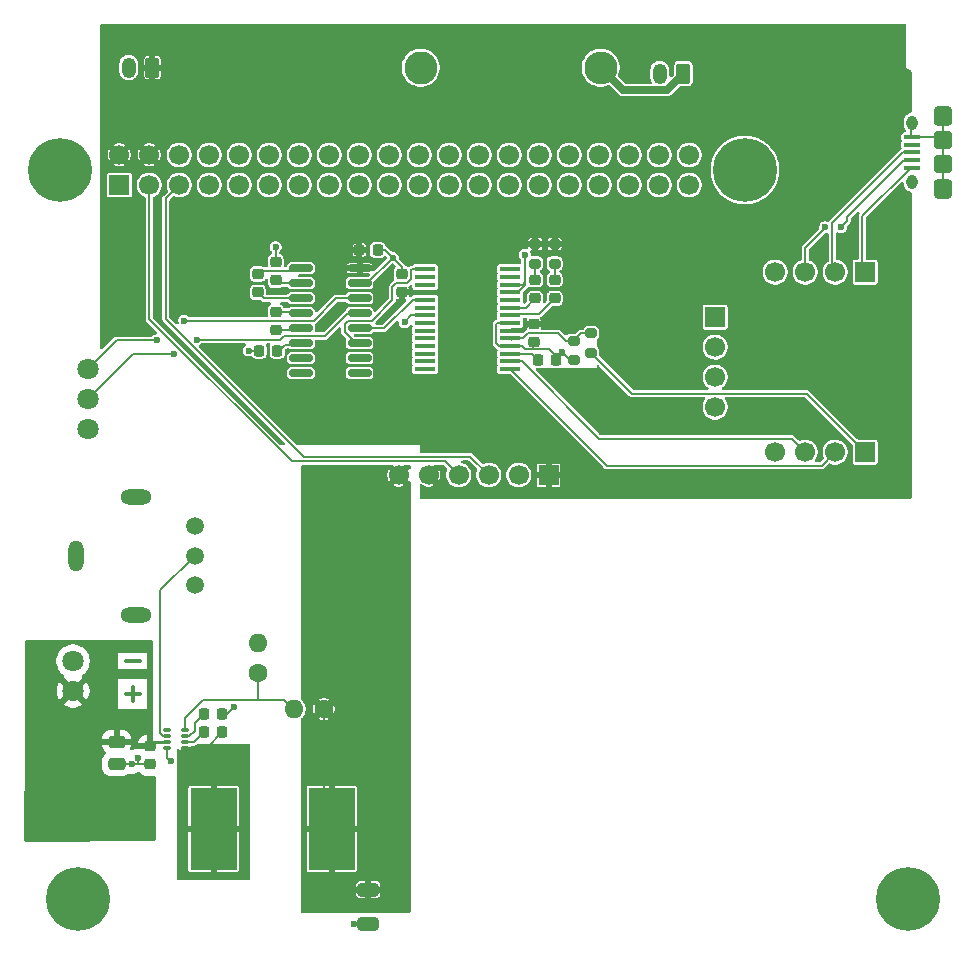
<source format=gbr>
%TF.GenerationSoftware,KiCad,Pcbnew,9.0.1*%
%TF.CreationDate,2025-11-10T16:42:31-06:00*%
%TF.ProjectId,cubesat Sim board,63756265-7361-4742-9053-696d20626f61,rev?*%
%TF.SameCoordinates,Original*%
%TF.FileFunction,Copper,L1,Top*%
%TF.FilePolarity,Positive*%
%FSLAX46Y46*%
G04 Gerber Fmt 4.6, Leading zero omitted, Abs format (unit mm)*
G04 Created by KiCad (PCBNEW 9.0.1) date 2025-11-10 16:42:31*
%MOMM*%
%LPD*%
G01*
G04 APERTURE LIST*
G04 Aperture macros list*
%AMRoundRect*
0 Rectangle with rounded corners*
0 $1 Rounding radius*
0 $2 $3 $4 $5 $6 $7 $8 $9 X,Y pos of 4 corners*
0 Add a 4 corners polygon primitive as box body*
4,1,4,$2,$3,$4,$5,$6,$7,$8,$9,$2,$3,0*
0 Add four circle primitives for the rounded corners*
1,1,$1+$1,$2,$3*
1,1,$1+$1,$4,$5*
1,1,$1+$1,$6,$7*
1,1,$1+$1,$8,$9*
0 Add four rect primitives between the rounded corners*
20,1,$1+$1,$2,$3,$4,$5,0*
20,1,$1+$1,$4,$5,$6,$7,0*
20,1,$1+$1,$6,$7,$8,$9,0*
20,1,$1+$1,$8,$9,$2,$3,0*%
G04 Aperture macros list end*
%ADD10C,0.300000*%
%TA.AperFunction,NonConductor*%
%ADD11C,0.300000*%
%TD*%
%TA.AperFunction,SMDPad,CuDef*%
%ADD12RoundRect,0.100000X0.575000X-0.100000X0.575000X0.100000X-0.575000X0.100000X-0.575000X-0.100000X0*%
%TD*%
%TA.AperFunction,HeatsinkPad*%
%ADD13O,1.550000X0.890000*%
%TD*%
%TA.AperFunction,SMDPad,CuDef*%
%ADD14RoundRect,0.250000X0.525000X-0.475000X0.525000X0.475000X-0.525000X0.475000X-0.525000X-0.475000X0*%
%TD*%
%TA.AperFunction,HeatsinkPad*%
%ADD15O,0.950000X1.250000*%
%TD*%
%TA.AperFunction,SMDPad,CuDef*%
%ADD16RoundRect,0.250000X0.525000X-0.500000X0.525000X0.500000X-0.525000X0.500000X-0.525000X-0.500000X0*%
%TD*%
%TA.AperFunction,ComponentPad*%
%ADD17C,2.800000*%
%TD*%
%TA.AperFunction,ComponentPad*%
%ADD18O,2.800000X2.800000*%
%TD*%
%TA.AperFunction,ComponentPad*%
%ADD19C,5.400000*%
%TD*%
%TA.AperFunction,SMDPad,CuDef*%
%ADD20RoundRect,0.225000X0.225000X0.250000X-0.225000X0.250000X-0.225000X-0.250000X0.225000X-0.250000X0*%
%TD*%
%TA.AperFunction,ComponentPad*%
%ADD21C,1.803400*%
%TD*%
%TA.AperFunction,SMDPad,CuDef*%
%ADD22RoundRect,0.225000X-0.250000X0.225000X-0.250000X-0.225000X0.250000X-0.225000X0.250000X0.225000X0*%
%TD*%
%TA.AperFunction,ComponentPad*%
%ADD23C,1.600000*%
%TD*%
%TA.AperFunction,ComponentPad*%
%ADD24O,1.600000X1.600000*%
%TD*%
%TA.AperFunction,SMDPad,CuDef*%
%ADD25RoundRect,0.225000X-0.225000X-0.250000X0.225000X-0.250000X0.225000X0.250000X-0.225000X0.250000X0*%
%TD*%
%TA.AperFunction,SMDPad,CuDef*%
%ADD26R,4.000000X7.000000*%
%TD*%
%TA.AperFunction,SMDPad,CuDef*%
%ADD27RoundRect,0.200000X-0.275000X0.200000X-0.275000X-0.200000X0.275000X-0.200000X0.275000X0.200000X0*%
%TD*%
%TA.AperFunction,ComponentPad*%
%ADD28C,1.700000*%
%TD*%
%TA.AperFunction,ComponentPad*%
%ADD29R,1.700000X1.700000*%
%TD*%
%TA.AperFunction,SMDPad,CuDef*%
%ADD30RoundRect,0.050000X-0.285000X-0.100000X0.285000X-0.100000X0.285000X0.100000X-0.285000X0.100000X0*%
%TD*%
%TA.AperFunction,SMDPad,CuDef*%
%ADD31RoundRect,0.218750X0.256250X-0.218750X0.256250X0.218750X-0.256250X0.218750X-0.256250X-0.218750X0*%
%TD*%
%TA.AperFunction,ComponentPad*%
%ADD32RoundRect,0.250000X0.350000X0.625000X-0.350000X0.625000X-0.350000X-0.625000X0.350000X-0.625000X0*%
%TD*%
%TA.AperFunction,ComponentPad*%
%ADD33O,1.200000X1.750000*%
%TD*%
%TA.AperFunction,ComponentPad*%
%ADD34O,1.308000X2.616000*%
%TD*%
%TA.AperFunction,ComponentPad*%
%ADD35O,2.616000X1.308000*%
%TD*%
%TA.AperFunction,ComponentPad*%
%ADD36C,1.508000*%
%TD*%
%TA.AperFunction,SMDPad,CuDef*%
%ADD37R,1.750000X0.450000*%
%TD*%
%TA.AperFunction,SMDPad,CuDef*%
%ADD38RoundRect,0.225000X0.250000X-0.225000X0.250000X0.225000X-0.250000X0.225000X-0.250000X-0.225000X0*%
%TD*%
%TA.AperFunction,SMDPad,CuDef*%
%ADD39RoundRect,0.250000X-0.475000X0.250000X-0.475000X-0.250000X0.475000X-0.250000X0.475000X0.250000X0*%
%TD*%
%TA.AperFunction,SMDPad,CuDef*%
%ADD40RoundRect,0.250000X0.650000X-0.325000X0.650000X0.325000X-0.650000X0.325000X-0.650000X-0.325000X0*%
%TD*%
%TA.AperFunction,SMDPad,CuDef*%
%ADD41RoundRect,0.150000X-0.825000X-0.150000X0.825000X-0.150000X0.825000X0.150000X-0.825000X0.150000X0*%
%TD*%
%TA.AperFunction,SMDPad,CuDef*%
%ADD42RoundRect,0.200000X0.275000X-0.200000X0.275000X0.200000X-0.275000X0.200000X-0.275000X-0.200000X0*%
%TD*%
%TA.AperFunction,ViaPad*%
%ADD43C,0.600000*%
%TD*%
%TA.AperFunction,Conductor*%
%ADD44C,0.254000*%
%TD*%
%TA.AperFunction,Conductor*%
%ADD45C,0.200000*%
%TD*%
%TA.AperFunction,Conductor*%
%ADD46C,0.635000*%
%TD*%
G04 APERTURE END LIST*
D10*
D11*
X124506510Y-104131400D02*
X125649368Y-104131400D01*
D10*
D11*
X124506510Y-106925400D02*
X125649368Y-106925400D01*
X125077939Y-107496828D02*
X125077939Y-106353971D01*
D12*
%TO.P,J10,1,VBUS*%
%TO.N,Net-(J10-VBUS)*%
X191008000Y-62364000D03*
%TO.P,J10,2,D-*%
%TO.N,Net-(J10-D-)*%
X191008000Y-61714000D03*
%TO.P,J10,3,D+*%
%TO.N,Net-(J10-D+)*%
X191008000Y-61064000D03*
%TO.P,J10,4,ID*%
%TO.N,unconnected-(J10-ID-Pad4)*%
X191008000Y-60414000D03*
%TO.P,J10,5,GND*%
%TO.N,GND*%
X191008000Y-59764000D03*
D13*
%TO.P,J10,6,Shield*%
X193708000Y-64564000D03*
D14*
X193708000Y-64089000D03*
D15*
X191008000Y-63564000D03*
D16*
X193708000Y-62064000D03*
X193708000Y-60064000D03*
D15*
X191008000Y-58564000D03*
D14*
X193708000Y-58039000D03*
D13*
X193708000Y-57564000D03*
%TD*%
D17*
%TO.P,R3,1*%
%TO.N,GND*%
X149453600Y-53898800D03*
D18*
%TO.P,R3,2*%
%TO.N,Net-(J3-Pin_1)*%
X164693600Y-53898800D03*
%TD*%
D19*
%TO.P,REF\u002A\u002A,1*%
%TO.N,GND*%
X176885600Y-62560200D03*
%TD*%
%TO.P,,1*%
%TO.N,GND*%
X120389808Y-124285359D03*
%TD*%
D20*
%TO.P,C12,1*%
%TO.N,GND*%
X160896600Y-78638400D03*
%TO.P,C12,2*%
%TO.N,Net-(U3-3V3OUT)*%
X159346600Y-78638400D03*
%TD*%
D21*
%TO.P,J1,1,Pin_1*%
%TO.N,GND*%
X120015000Y-104140000D03*
%TO.P,J1,2,Pin_2*%
%TO.N,/28V*%
X120015000Y-106680000D03*
%TD*%
D20*
%TO.P,C10,1*%
%TO.N,GND*%
X145809000Y-69342000D03*
%TO.P,C10,2*%
%TO.N,/BATT_SW*%
X144259000Y-69342000D03*
%TD*%
%TO.P,C3,1*%
%TO.N,GND*%
X132614000Y-108585000D03*
%TO.P,C3,2*%
%TO.N,Net-(U1-SS)*%
X131064000Y-108585000D03*
%TD*%
D22*
%TO.P,C8,1*%
%TO.N,Net-(U2-C2+)*%
X137160000Y-74549000D03*
%TO.P,C8,2*%
%TO.N,Net-(U2-C2-)*%
X137160000Y-76099000D03*
%TD*%
D23*
%TO.P,R1,1*%
%TO.N,Net-(U1-FB)*%
X135636000Y-105185000D03*
D24*
%TO.P,R1,2*%
%TO.N,GND*%
X135636000Y-102645000D03*
%TD*%
D25*
%TO.P,C4,1*%
%TO.N,Net-(U1-BST)*%
X131105000Y-110146000D03*
%TO.P,C4,2*%
%TO.N,/SW*%
X132655000Y-110146000D03*
%TD*%
D26*
%TO.P,L1,1,1*%
%TO.N,/SW*%
X131906000Y-118364000D03*
%TO.P,L1,2,2*%
%TO.N,/4v6*%
X141906000Y-118364000D03*
%TD*%
D27*
%TO.P,R7,1*%
%TO.N,/BATT_SW*%
X159131000Y-68835000D03*
%TO.P,R7,2*%
%TO.N,Net-(D1-A)*%
X159131000Y-70485000D03*
%TD*%
D23*
%TO.P,R2,1*%
%TO.N,/4v6*%
X141253000Y-108204000D03*
D24*
%TO.P,R2,2*%
%TO.N,Net-(U1-FB)*%
X138713000Y-108204000D03*
%TD*%
D22*
%TO.P,C11,1*%
%TO.N,GND*%
X147828000Y-71361000D03*
%TO.P,C11,2*%
%TO.N,/BATT_SW*%
X147828000Y-72911000D03*
%TD*%
D28*
%TO.P,J5,GND,Pin_2*%
%TO.N,GND*%
X157734000Y-88392000D03*
%TO.P,J5,SCL,Pin_3*%
%TO.N,/SCL*%
X155194000Y-88392000D03*
%TO.P,J5,SDA,Pin_4*%
%TO.N,/SDA*%
X152654000Y-88392000D03*
D29*
%TO.P,J5,VCC,Pin_1*%
%TO.N,/BATT_SW*%
X160274000Y-88392000D03*
D28*
%TO.P,J5,Vin+,Pin_6*%
%TO.N,/4v6*%
X147574000Y-88392000D03*
%TO.P,J5,Vin-,Pin_5*%
%TO.N,/BATT_SW*%
X150114000Y-88392000D03*
%TD*%
D21*
%TO.P,J6,HASP_RX,Pin_1*%
%TO.N,Net-(J6-Pin_1)*%
X121285000Y-79375000D03*
%TO.P,J6,HASP_TX,Pin_2*%
%TO.N,Net-(J6-Pin_2)*%
X121285000Y-81915000D03*
%TO.P,J6,SIG_GND,Pin_3*%
%TO.N,GND*%
X121285000Y-84455000D03*
%TD*%
D30*
%TO.P,U1,1,RT*%
%TO.N,unconnected-(U1-RT-Pad1)*%
X128000000Y-109990000D03*
%TO.P,U1,2,EN*%
%TO.N,/EN*%
X128000000Y-110490000D03*
%TO.P,U1,3,VIN*%
%TO.N,/28V*%
X128000000Y-110990000D03*
%TO.P,U1,4,GND*%
%TO.N,GND*%
X128000000Y-111490000D03*
%TO.P,U1,5,SW*%
%TO.N,/SW*%
X129480000Y-111490000D03*
%TO.P,U1,6,BST*%
%TO.N,Net-(U1-BST)*%
X129480000Y-110990000D03*
%TO.P,U1,7,SS*%
%TO.N,Net-(U1-SS)*%
X129480000Y-110490000D03*
%TO.P,U1,8,FB*%
%TO.N,Net-(U1-FB)*%
X129480000Y-109990000D03*
%TD*%
D27*
%TO.P,R4,1*%
%TO.N,Net-(U3-~{RESET})*%
X163894000Y-76391000D03*
%TO.P,R4,2*%
%TO.N,Net-(J8-Pin_1)*%
X163894000Y-78041000D03*
%TD*%
%TO.P,R6,1*%
%TO.N,/BATT_SW*%
X160782000Y-68834000D03*
%TO.P,R6,2*%
%TO.N,Net-(D2-A)*%
X160782000Y-70484000D03*
%TD*%
D22*
%TO.P,C13,1*%
%TO.N,Net-(U2-C1+)*%
X135636000Y-71361000D03*
%TO.P,C13,2*%
%TO.N,Net-(U2-C1-)*%
X135636000Y-72911000D03*
%TD*%
D20*
%TO.P,C9,1*%
%TO.N,Net-(U2-VS-)*%
X137300000Y-77851000D03*
%TO.P,C9,2*%
%TO.N,GND*%
X135750000Y-77851000D03*
%TD*%
D31*
%TO.P,D1,1,K*%
%TO.N,Net-(D1-K)*%
X159131000Y-73431500D03*
%TO.P,D1,2,A*%
%TO.N,Net-(D1-A)*%
X159131000Y-71856500D03*
%TD*%
D32*
%TO.P,J4,1,Pin_1*%
%TO.N,/BATT_SW*%
X126730000Y-53890000D03*
D33*
%TO.P,J4,2,Pin_2*%
%TO.N,GND*%
X124730000Y-53890000D03*
%TD*%
D19*
%TO.P,,1*%
%TO.N,GND*%
X190666930Y-124286700D03*
%TD*%
D34*
%TO.P,X1,1*%
%TO.N,unconnected-(X1-Pad1)*%
X120302000Y-95210000D03*
D35*
%TO.P,X1,2*%
%TO.N,unconnected-(X1-Pad2)*%
X125302000Y-100210000D03*
%TO.P,X1,3*%
%TO.N,unconnected-(X1-Pad3)*%
X125302000Y-90210000D03*
D36*
%TO.P,X1,4*%
%TO.N,unconnected-(X1-Pad4)*%
X130302000Y-92710000D03*
%TO.P,X1,5*%
%TO.N,/EN*%
X130302000Y-95210000D03*
%TO.P,X1,6*%
%TO.N,GND*%
X130302000Y-97710000D03*
%TD*%
D37*
%TO.P,U3,1,TXD*%
%TO.N,Net-(U2-T1IN)*%
X149816000Y-70959000D03*
%TO.P,U3,2,DTR*%
%TO.N,unconnected-(U3-DTR-Pad2)*%
X149816000Y-71609000D03*
%TO.P,U3,3,RTS*%
%TO.N,unconnected-(U3-RTS-Pad3)*%
X149816000Y-72259000D03*
%TO.P,U3,4,VCCIO*%
%TO.N,/BATT_SW*%
X149816000Y-72909000D03*
%TO.P,U3,5,RXD*%
%TO.N,Net-(U2-R1OUT)*%
X149816000Y-73559000D03*
%TO.P,U3,6,RI*%
%TO.N,unconnected-(U3-RI-Pad6)*%
X149816000Y-74209000D03*
%TO.P,U3,7,GND*%
%TO.N,GND*%
X149816000Y-74859000D03*
%TO.P,U3,8*%
%TO.N,N/C*%
X149816000Y-75509000D03*
%TO.P,U3,9,DCR*%
%TO.N,unconnected-(U3-DCR-Pad9)*%
X149816000Y-76159000D03*
%TO.P,U3,10,DCD*%
%TO.N,unconnected-(U3-DCD-Pad10)*%
X149816000Y-76809000D03*
%TO.P,U3,11,CTS*%
%TO.N,unconnected-(U3-CTS-Pad11)*%
X149816000Y-77459000D03*
%TO.P,U3,12,CBUS4*%
%TO.N,unconnected-(U3-CBUS4-Pad12)*%
X149816000Y-78109000D03*
%TO.P,U3,13,CBUS2*%
%TO.N,unconnected-(U3-CBUS2-Pad13)*%
X149816000Y-78759000D03*
%TO.P,U3,14,CBUS3*%
%TO.N,unconnected-(U3-CBUS3-Pad14)*%
X149816000Y-79409000D03*
%TO.P,U3,15,USBD+*%
%TO.N,Net-(J8-Pin_2)*%
X157016000Y-79409000D03*
%TO.P,U3,16,USBD-*%
%TO.N,Net-(J8-Pin_3)*%
X157016000Y-78759000D03*
%TO.P,U3,17,3V3OUT*%
%TO.N,Net-(U3-3V3OUT)*%
X157016000Y-78109000D03*
%TO.P,U3,18,GND*%
%TO.N,GND*%
X157016000Y-77459000D03*
%TO.P,U3,19,~{RESET}*%
%TO.N,Net-(U3-~{RESET})*%
X157016000Y-76809000D03*
%TO.P,U3,20,VCC*%
%TO.N,/BATT_SW*%
X157016000Y-76159000D03*
%TO.P,U3,21,GND*%
%TO.N,GND*%
X157016000Y-75509000D03*
%TO.P,U3,22,CBUS1*%
%TO.N,Net-(D2-K)*%
X157016000Y-74859000D03*
%TO.P,U3,23,CBUS0*%
%TO.N,Net-(D1-K)*%
X157016000Y-74209000D03*
%TO.P,U3,24*%
%TO.N,N/C*%
X157016000Y-73559000D03*
%TO.P,U3,25,AGND*%
%TO.N,GND*%
X157016000Y-72909000D03*
%TO.P,U3,26,TEST*%
X157016000Y-72259000D03*
%TO.P,U3,27,OSCI*%
%TO.N,unconnected-(U3-OSCI-Pad27)*%
X157016000Y-71609000D03*
%TO.P,U3,28,OSCO*%
%TO.N,unconnected-(U3-OSCO-Pad28)*%
X157016000Y-70959000D03*
%TD*%
D38*
%TO.P,C14,1*%
%TO.N,GND*%
X159004000Y-77140400D03*
%TO.P,C14,2*%
%TO.N,/BATT_SW*%
X159004000Y-75590400D03*
%TD*%
D39*
%TO.P,C1,1*%
%TO.N,/28V*%
X123698000Y-110962000D03*
%TO.P,C1,2*%
%TO.N,GND*%
X123698000Y-112862000D03*
%TD*%
D22*
%TO.P,C2,1*%
%TO.N,/28V*%
X126492000Y-111338000D03*
%TO.P,C2,2*%
%TO.N,GND*%
X126492000Y-112888000D03*
%TD*%
D40*
%TO.P,C5,1*%
%TO.N,GND*%
X145000000Y-126443000D03*
%TO.P,C5,2*%
%TO.N,/4v6*%
X145000000Y-123493000D03*
%TD*%
D22*
%TO.P,C7,1*%
%TO.N,GND*%
X137160000Y-70345000D03*
%TO.P,C7,2*%
%TO.N,Net-(U2-VS+)*%
X137160000Y-71895000D03*
%TD*%
D41*
%TO.P,U2,1,C1+*%
%TO.N,Net-(U2-C1+)*%
X139322000Y-70866000D03*
%TO.P,U2,2,VS+*%
%TO.N,Net-(U2-VS+)*%
X139322000Y-72136000D03*
%TO.P,U2,3,C1-*%
%TO.N,Net-(U2-C1-)*%
X139322000Y-73406000D03*
%TO.P,U2,4,C2+*%
%TO.N,Net-(U2-C2+)*%
X139322000Y-74676000D03*
%TO.P,U2,5,C2-*%
%TO.N,Net-(U2-C2-)*%
X139322000Y-75946000D03*
%TO.P,U2,6,VS-*%
%TO.N,Net-(U2-VS-)*%
X139322000Y-77216000D03*
%TO.P,U2,7,T2OUT*%
%TO.N,unconnected-(U2-T2OUT-Pad7)*%
X139322000Y-78486000D03*
%TO.P,U2,8,R2IN*%
%TO.N,unconnected-(U2-R2IN-Pad8)*%
X139322000Y-79756000D03*
%TO.P,U2,9,R2OUT*%
%TO.N,unconnected-(U2-R2OUT-Pad9)*%
X144272000Y-79756000D03*
%TO.P,U2,10,T2IN*%
%TO.N,unconnected-(U2-T2IN-Pad10)*%
X144272000Y-78486000D03*
%TO.P,U2,11,T1IN*%
%TO.N,Net-(U2-T1IN)*%
X144272000Y-77216000D03*
%TO.P,U2,12,R1OUT*%
%TO.N,Net-(U2-R1OUT)*%
X144272000Y-75946000D03*
%TO.P,U2,13,R1IN*%
%TO.N,Net-(J6-Pin_2)*%
X144272000Y-74676000D03*
%TO.P,U2,14,T1OUT*%
%TO.N,Net-(J6-Pin_1)*%
X144272000Y-73406000D03*
%TO.P,U2,15,GND*%
%TO.N,GND*%
X144272000Y-72136000D03*
%TO.P,U2,16,VCC*%
%TO.N,/BATT_SW*%
X144272000Y-70866000D03*
%TD*%
D32*
%TO.P,J3,1,Pin_1*%
%TO.N,Net-(J3-Pin_1)*%
X171688000Y-54398000D03*
D33*
%TO.P,J3,2,Pin_2*%
%TO.N,GND*%
X169688000Y-54398000D03*
%TD*%
D42*
%TO.P,R5,1*%
%TO.N,GND*%
X162382200Y-78676000D03*
%TO.P,R5,2*%
%TO.N,Net-(U3-~{RESET})*%
X162382200Y-77026000D03*
%TD*%
D31*
%TO.P,D2,1,K*%
%TO.N,Net-(D2-K)*%
X160782000Y-73431500D03*
%TO.P,D2,2,A*%
%TO.N,Net-(D2-A)*%
X160782000Y-71856500D03*
%TD*%
D28*
%TO.P,J8,D+,Pin_2*%
%TO.N,Net-(J8-Pin_2)*%
X184531000Y-86448000D03*
%TO.P,J8,D-,Pin_3*%
%TO.N,Net-(J8-Pin_3)*%
X181991000Y-86448000D03*
%TO.P,J8,GND,Pin_4*%
%TO.N,GND*%
X179451000Y-86448000D03*
D29*
%TO.P,J8,VBUS,Pin_1*%
%TO.N,Net-(J8-Pin_1)*%
X187071000Y-86448000D03*
%TD*%
D28*
%TO.P,J9,D+,Pin_2*%
%TO.N,Net-(J10-D+)*%
X184531000Y-71208000D03*
%TO.P,J9,D-,Pin_3*%
%TO.N,Net-(J10-D-)*%
X181991000Y-71208000D03*
%TO.P,J9,GND,Pin_4*%
%TO.N,GND*%
X179451000Y-71208000D03*
D29*
%TO.P,J9,VBUS,Pin_1*%
%TO.N,Net-(J10-VBUS)*%
X187071000Y-71208000D03*
%TD*%
D19*
%TO.P,,1*%
%TO.N,GND*%
X118887040Y-62558600D03*
%TD*%
D28*
%TO.P,J7,D+,Pin_2*%
%TO.N,unconnected-(J7-Pin_2-PadD+)*%
X174371000Y-77558000D03*
%TO.P,J7,D-,Pin_3*%
%TO.N,unconnected-(J7-Pin_3-PadD-)*%
X174371000Y-80098000D03*
%TO.P,J7,GND,Pin_4*%
%TO.N,GND*%
X174371000Y-82638000D03*
D29*
%TO.P,J7,VBUS,Pin_1*%
%TO.N,unconnected-(J7-Pin_1-PadVBUS)*%
X174371000Y-75018000D03*
%TD*%
%TO.P,J2,1,Pin_1*%
%TO.N,/PI_3V3*%
X123926600Y-63830200D03*
D28*
%TO.P,J2,2,Pin_2*%
%TO.N,/BATT_SW*%
X123926600Y-61290200D03*
%TO.P,J2,3,Pin_3*%
%TO.N,/SDA*%
X126466600Y-63830200D03*
%TO.P,J2,4,Pin_4*%
%TO.N,/BATT_SW*%
X126466600Y-61290200D03*
%TO.P,J2,5,Pin_5*%
%TO.N,/SCL*%
X129006600Y-63830200D03*
%TO.P,J2,6,Pin_6*%
%TO.N,GND*%
X129006600Y-61290200D03*
%TO.P,J2,7,Pin_7*%
%TO.N,unconnected-(J2-Pin_7-Pad7)*%
X131546600Y-63830200D03*
%TO.P,J2,8,Pin_8*%
%TO.N,unconnected-(J2-Pin_8-Pad8)*%
X131546600Y-61290200D03*
%TO.P,J2,9,Pin_9*%
%TO.N,unconnected-(J2-Pin_9-Pad9)*%
X134086600Y-63830200D03*
%TO.P,J2,10,Pin_10*%
%TO.N,unconnected-(J2-Pin_10-Pad10)*%
X134086600Y-61290200D03*
%TO.P,J2,11,Pin_11*%
%TO.N,unconnected-(J2-Pin_11-Pad11)*%
X136626600Y-63830200D03*
%TO.P,J2,12,Pin_12*%
%TO.N,unconnected-(J2-Pin_12-Pad12)*%
X136626600Y-61290200D03*
%TO.P,J2,13,Pin_13*%
%TO.N,unconnected-(J2-Pin_13-Pad13)*%
X139166600Y-63830200D03*
%TO.P,J2,14,Pin_14*%
%TO.N,unconnected-(J2-Pin_14-Pad14)*%
X139166600Y-61290200D03*
%TO.P,J2,15,Pin_15*%
%TO.N,unconnected-(J2-Pin_15-Pad15)*%
X141706600Y-63830200D03*
%TO.P,J2,16,Pin_16*%
%TO.N,unconnected-(J2-Pin_16-Pad16)*%
X141706600Y-61290200D03*
%TO.P,J2,17,Pin_17*%
%TO.N,unconnected-(J2-Pin_17-Pad17)*%
X144246600Y-63830200D03*
%TO.P,J2,18,Pin_18*%
%TO.N,unconnected-(J2-Pin_18-Pad18)*%
X144246600Y-61290200D03*
%TO.P,J2,19,Pin_19*%
%TO.N,unconnected-(J2-Pin_19-Pad19)*%
X146786600Y-63830200D03*
%TO.P,J2,20,Pin_20*%
%TO.N,unconnected-(J2-Pin_20-Pad20)*%
X146786600Y-61290200D03*
%TO.P,J2,21,Pin_21*%
%TO.N,unconnected-(J2-Pin_21-Pad21)*%
X149326600Y-63830200D03*
%TO.P,J2,22,Pin_22*%
%TO.N,unconnected-(J2-Pin_22-Pad22)*%
X149326600Y-61290200D03*
%TO.P,J2,23,Pin_23*%
%TO.N,unconnected-(J2-Pin_23-Pad23)*%
X151866600Y-63830200D03*
%TO.P,J2,24,Pin_24*%
%TO.N,unconnected-(J2-Pin_24-Pad24)*%
X151866600Y-61290200D03*
%TO.P,J2,25,Pin_25*%
%TO.N,unconnected-(J2-Pin_25-Pad25)*%
X154406600Y-63830200D03*
%TO.P,J2,26,Pin_26*%
%TO.N,unconnected-(J2-Pin_26-Pad26)*%
X154406600Y-61290200D03*
%TO.P,J2,27,Pin_27*%
%TO.N,unconnected-(J2-Pin_27-Pad27)*%
X156946600Y-63830200D03*
%TO.P,J2,28,Pin_28*%
%TO.N,unconnected-(J2-Pin_28-Pad28)*%
X156946600Y-61290200D03*
%TO.P,J2,29,Pin_29*%
%TO.N,unconnected-(J2-Pin_29-Pad29)*%
X159486600Y-63830200D03*
%TO.P,J2,30,Pin_30*%
%TO.N,unconnected-(J2-Pin_30-Pad30)*%
X159486600Y-61290200D03*
%TO.P,J2,31,Pin_31*%
%TO.N,unconnected-(J2-Pin_31-Pad31)*%
X162026600Y-63830200D03*
%TO.P,J2,32,Pin_32*%
%TO.N,unconnected-(J2-Pin_32-Pad32)*%
X162026600Y-61290200D03*
%TO.P,J2,33,Pin_33*%
%TO.N,unconnected-(J2-Pin_33-Pad33)*%
X164566600Y-63830200D03*
%TO.P,J2,34,Pin_34*%
%TO.N,unconnected-(J2-Pin_34-Pad34)*%
X164566600Y-61290200D03*
%TO.P,J2,35,Pin_35*%
%TO.N,unconnected-(J2-Pin_35-Pad35)*%
X167106600Y-63830200D03*
%TO.P,J2,36,Pin_36*%
%TO.N,unconnected-(J2-Pin_36-Pad36)*%
X167106600Y-61290200D03*
%TO.P,J2,37,Pin_37*%
%TO.N,unconnected-(J2-Pin_37-Pad37)*%
X169646600Y-63830200D03*
%TO.P,J2,38,Pin_38*%
%TO.N,unconnected-(J2-Pin_38-Pad38)*%
X169646600Y-61290200D03*
%TO.P,J2,39,Pin_39*%
%TO.N,GND*%
X172186600Y-63830200D03*
%TO.P,J2,40,Pin_40*%
%TO.N,unconnected-(J2-Pin_40-Pad40)*%
X172186600Y-61290200D03*
%TD*%
D43*
%TO.N,GND*%
X158242000Y-69723000D03*
X133604000Y-108004001D03*
X147066000Y-69977000D03*
X161417000Y-77978000D03*
X148082000Y-75438000D03*
X124968000Y-112888000D03*
X125476000Y-112354000D03*
X134874000Y-77851000D03*
X137160000Y-69088000D03*
X143764000Y-126365000D03*
X128270000Y-112608000D03*
%TO.N,Net-(J6-Pin_2)*%
X128524000Y-78105000D03*
X130472265Y-76918735D03*
%TO.N,Net-(J6-Pin_1)*%
X127127000Y-76962000D03*
X129413000Y-75311000D03*
%TO.N,Net-(J10-D-)*%
X185039000Y-67398000D03*
X183677000Y-67400278D03*
%TD*%
D44*
%TO.N,/28V*%
X128000000Y-110990000D02*
X126840000Y-110990000D01*
D45*
X126840000Y-110990000D02*
X126492000Y-111338000D01*
%TO.N,GND*%
X146431000Y-69342000D02*
X147066000Y-69977000D01*
X161290300Y-78244700D02*
X161683700Y-78244700D01*
X158969200Y-77638100D02*
X159055100Y-77724000D01*
X193675000Y-62064000D02*
X193675000Y-64089000D01*
X193675000Y-60064000D02*
X193675000Y-62064000D01*
X161264900Y-78130100D02*
X161417000Y-77978000D01*
X159004000Y-77140400D02*
X158969200Y-77175200D01*
X193675000Y-57564000D02*
X193675000Y-58039000D01*
X158192000Y-77583000D02*
X158192000Y-77652000D01*
X158248000Y-77708000D02*
X159039100Y-77708000D01*
X132614000Y-108585000D02*
X133023001Y-108585000D01*
X162382200Y-78676000D02*
X162115000Y-78676000D01*
X144272000Y-72136000D02*
X144907000Y-72136000D01*
X159039100Y-77708000D02*
X159055100Y-77724000D01*
X124968000Y-112888000D02*
X125476000Y-112888000D01*
X148661000Y-74859000D02*
X148082000Y-75438000D01*
X125476000Y-112888000D02*
X125476000Y-112354000D01*
X160896600Y-78638400D02*
X161417000Y-78118000D01*
X158969200Y-77175200D02*
X158969200Y-77638100D01*
X161683700Y-78244700D02*
X161417000Y-77978000D01*
X158242000Y-72333000D02*
X158242000Y-71882000D01*
X133023001Y-108585000D02*
X133604000Y-108004001D01*
X193375000Y-59764000D02*
X190975000Y-59764000D01*
X158123000Y-77583000D02*
X158192000Y-77583000D01*
X160896600Y-78320600D02*
X160896600Y-78638400D01*
X145809000Y-69342000D02*
X146431000Y-69342000D01*
X193675000Y-64089000D02*
X193675000Y-64564000D01*
X155840000Y-77227000D02*
X156072000Y-77459000D01*
X162115000Y-78676000D02*
X161683700Y-78244700D01*
X125476000Y-112888000D02*
X126492000Y-112888000D01*
X190975000Y-59764000D02*
X190975000Y-58564000D01*
X158068000Y-72259000D02*
X158242000Y-72085000D01*
X149816000Y-74859000D02*
X148661000Y-74859000D01*
X128000000Y-112338000D02*
X128270000Y-112608000D01*
X124968000Y-112888000D02*
X124806000Y-113050000D01*
X160300000Y-77724000D02*
X160629900Y-78053900D01*
X157666000Y-72909000D02*
X158242000Y-72333000D01*
X137160000Y-70345000D02*
X137160000Y-69088000D01*
X193675000Y-60064000D02*
X193375000Y-59764000D01*
X155840000Y-75633000D02*
X155840000Y-77227000D01*
X157016000Y-72909000D02*
X157666000Y-72909000D01*
X160629900Y-78053900D02*
X160896600Y-78320600D01*
X157016000Y-77459000D02*
X157999000Y-77459000D01*
X160706100Y-78130100D02*
X161264900Y-78130100D01*
X147828000Y-71361000D02*
X147828000Y-70739000D01*
X156072000Y-77459000D02*
X157016000Y-77459000D01*
X157999000Y-77459000D02*
X158123000Y-77583000D01*
X161417000Y-78118000D02*
X161417000Y-77978000D01*
X157016000Y-72259000D02*
X158068000Y-72259000D01*
X145796000Y-126443000D02*
X143842000Y-126443000D01*
X160896600Y-78638400D02*
X161290300Y-78244700D01*
X155964000Y-75509000D02*
X155840000Y-75633000D01*
X144907000Y-72136000D02*
X147066000Y-69977000D01*
X158192000Y-77652000D02*
X158248000Y-77708000D01*
X157016000Y-75509000D02*
X155964000Y-75509000D01*
X123724000Y-112888000D02*
X123698000Y-112862000D01*
X147828000Y-70739000D02*
X147066000Y-69977000D01*
X158242000Y-71882000D02*
X158242000Y-69723000D01*
X159055100Y-77724000D02*
X160300000Y-77724000D01*
X160629900Y-78053900D02*
X160706100Y-78130100D01*
X124968000Y-112888000D02*
X123724000Y-112888000D01*
X134874000Y-77851000D02*
X135877000Y-77851000D01*
X128000000Y-111490000D02*
X128000000Y-112338000D01*
X193675000Y-60064000D02*
X193675000Y-58039000D01*
X143842000Y-126443000D02*
X143764000Y-126365000D01*
X158242000Y-72085000D02*
X158242000Y-71882000D01*
%TO.N,Net-(U1-SS)*%
X130302000Y-109347000D02*
X131064000Y-108585000D01*
X129862774Y-110490000D02*
X130302000Y-110050774D01*
X129480000Y-110490000D02*
X129862774Y-110490000D01*
X131064000Y-108585000D02*
X131064000Y-108458000D01*
X130302000Y-110050774D02*
X130302000Y-109347000D01*
%TO.N,Net-(U1-BST)*%
X129480000Y-110990000D02*
X130261000Y-110990000D01*
X130261000Y-110990000D02*
X131105000Y-110146000D01*
%TO.N,/4v6*%
X141253000Y-117711000D02*
X141906000Y-118364000D01*
X141253000Y-108204000D02*
X141253000Y-117711000D01*
%TO.N,/BATT_SW*%
X159004000Y-75590400D02*
X158529000Y-75590400D01*
X149691000Y-72784000D02*
X149816000Y-72909000D01*
X157960400Y-76159000D02*
X157016000Y-76159000D01*
D44*
X158529000Y-75590400D02*
X157960400Y-76159000D01*
D45*
X144272000Y-69355000D02*
X144259000Y-69342000D01*
%TO.N,/SCL*%
X153642000Y-86840000D02*
X139543587Y-86840000D01*
X155194000Y-88392000D02*
X153642000Y-86840000D01*
X139543587Y-86840000D02*
X127863600Y-75160013D01*
X127863600Y-75160013D02*
X127863600Y-64973200D01*
X127863600Y-64973200D02*
X129006600Y-63830200D01*
%TO.N,/SDA*%
X126466600Y-63830200D02*
X126466600Y-75197657D01*
X151503000Y-87241000D02*
X152654000Y-88392000D01*
X126466600Y-75197657D02*
X138509943Y-87241000D01*
X138509943Y-87241000D02*
X151503000Y-87241000D01*
D46*
%TO.N,Net-(J3-Pin_1)*%
X171688000Y-54398000D02*
X170282200Y-55803800D01*
X170282200Y-55803800D02*
X166598600Y-55803800D01*
X166598600Y-55803800D02*
X164693600Y-53898800D01*
D45*
%TO.N,/EN*%
X127364000Y-98148000D02*
X130302000Y-95210000D01*
X127617226Y-110490000D02*
X127364000Y-110236774D01*
X127364000Y-110236774D02*
X127364000Y-98148000D01*
X128000000Y-110490000D02*
X127617226Y-110490000D01*
%TO.N,Net-(U1-FB)*%
X131019889Y-107404001D02*
X135636000Y-107404001D01*
X129480000Y-108943890D02*
X131019889Y-107404001D01*
X129480000Y-109990000D02*
X129480000Y-108943890D01*
X135636000Y-107404001D02*
X137913001Y-107404001D01*
X135636000Y-107404001D02*
X135636000Y-105185000D01*
X137913001Y-107404001D02*
X138713000Y-108204000D01*
%TO.N,Net-(U3-3V3OUT)*%
X159346600Y-78638400D02*
X159346600Y-78582600D01*
X158873000Y-78109000D02*
X157016000Y-78109000D01*
X159346600Y-78582600D02*
X158873000Y-78109000D01*
%TO.N,Net-(U2-VS+)*%
X137401000Y-72136000D02*
X137160000Y-71895000D01*
X139322000Y-72136000D02*
X137401000Y-72136000D01*
%TO.N,Net-(U2-C2-)*%
X137160000Y-76099000D02*
X139169000Y-76099000D01*
X139169000Y-76099000D02*
X139322000Y-75946000D01*
%TO.N,Net-(D2-K)*%
X160782000Y-73431500D02*
X159461300Y-74752200D01*
X159461300Y-74752200D02*
X157122800Y-74752200D01*
X157122800Y-74752200D02*
X157016000Y-74859000D01*
%TO.N,Net-(D1-K)*%
X157016000Y-74209000D02*
X158353500Y-74209000D01*
X158353500Y-74209000D02*
X159131000Y-73431500D01*
%TO.N,Net-(U2-R1OUT)*%
X146377000Y-75946000D02*
X144272000Y-75946000D01*
X149816000Y-73559000D02*
X148764000Y-73559000D01*
X148764000Y-73559000D02*
X146377000Y-75946000D01*
%TO.N,Net-(U3-~{RESET})*%
X157016000Y-76809000D02*
X158110290Y-76809000D01*
X161735000Y-77026000D02*
X162382200Y-77026000D01*
X158110290Y-76809000D02*
X158541490Y-76377800D01*
X158541490Y-76377800D02*
X161086800Y-76377800D01*
X161086800Y-76377800D02*
X161735000Y-77026000D01*
X157016000Y-76809000D02*
X157140000Y-76933000D01*
X163894000Y-76391000D02*
X163017200Y-76391000D01*
X163017200Y-76391000D02*
X162382200Y-77026000D01*
X157016000Y-76809000D02*
X157140000Y-76685000D01*
%TO.N,Net-(U2-T1IN)*%
X148302110Y-72160000D02*
X148640000Y-71822110D01*
X147353890Y-72160000D02*
X148302110Y-72160000D01*
X148640000Y-71060000D02*
X148741000Y-70959000D01*
X147052000Y-73580968D02*
X147052000Y-72461890D01*
X148640000Y-71822110D02*
X148640000Y-71060000D01*
X143925032Y-77216000D02*
X142996000Y-76286968D01*
X142996000Y-76286968D02*
X142996000Y-75605032D01*
X143256032Y-75345000D02*
X145287968Y-75345000D01*
X144272000Y-77216000D02*
X143925032Y-77216000D01*
X145287968Y-75345000D02*
X147052000Y-73580968D01*
X147052000Y-72461890D02*
X147353890Y-72160000D01*
X148741000Y-70959000D02*
X149816000Y-70959000D01*
X142996000Y-75605032D02*
X143256032Y-75345000D01*
%TO.N,Net-(U2-C2+)*%
X137160000Y-74549000D02*
X139195000Y-74549000D01*
X139195000Y-74549000D02*
X139322000Y-74676000D01*
%TO.N,Net-(U2-VS-)*%
X137935000Y-77343000D02*
X139195000Y-77343000D01*
X139195000Y-77343000D02*
X139322000Y-77216000D01*
X137427000Y-77851000D02*
X137935000Y-77343000D01*
%TO.N,Net-(U2-C1-)*%
X136144000Y-73419000D02*
X139309000Y-73419000D01*
X135636000Y-72911000D02*
X136144000Y-73419000D01*
X139309000Y-73419000D02*
X139322000Y-73406000D01*
%TO.N,Net-(U2-C1+)*%
X139092000Y-71096000D02*
X135901000Y-71096000D01*
X139322000Y-70866000D02*
X139092000Y-71096000D01*
X135901000Y-71096000D02*
X135636000Y-71361000D01*
%TO.N,Net-(D1-A)*%
X159131000Y-70485000D02*
X159131000Y-71856500D01*
%TO.N,Net-(D2-A)*%
X160782000Y-71856500D02*
X160782000Y-70484000D01*
%TO.N,Net-(J6-Pin_2)*%
X125095000Y-78105000D02*
X121285000Y-81915000D01*
X128524000Y-78105000D02*
X125095000Y-78105000D01*
X143297001Y-74676000D02*
X141358001Y-76615000D01*
X137869110Y-76615000D02*
X137565375Y-76918735D01*
X141358001Y-76615000D02*
X137869110Y-76615000D01*
X137565375Y-76918735D02*
X130472265Y-76918735D01*
X144272000Y-74676000D02*
X143297001Y-74676000D01*
%TO.N,Net-(J6-Pin_1)*%
X144272000Y-73406000D02*
X142276968Y-73406000D01*
X142276968Y-73406000D02*
X140371968Y-75311000D01*
X140371968Y-75311000D02*
X129413000Y-75311000D01*
X127127000Y-76962000D02*
X123698000Y-76962000D01*
X123698000Y-76962000D02*
X121285000Y-79375000D01*
%TO.N,Net-(J10-VBUS)*%
X186817000Y-66474570D02*
X190927570Y-62364000D01*
X187071000Y-71208000D02*
X186817000Y-70954000D01*
X190927570Y-62364000D02*
X190975000Y-62364000D01*
X186817000Y-70954000D02*
X186817000Y-66474570D01*
%TO.N,Net-(J10-D-)*%
X181991000Y-69176000D02*
X181991000Y-71208000D01*
X185547000Y-66890000D02*
X185547000Y-66547130D01*
X183677000Y-67400278D02*
X183677000Y-67490000D01*
X190380130Y-61714000D02*
X190975000Y-61714000D01*
X183677000Y-67490000D02*
X181991000Y-69176000D01*
X185039000Y-67398000D02*
X185547000Y-66890000D01*
X185547000Y-66547130D02*
X190380130Y-61714000D01*
%TO.N,Net-(J10-D+)*%
X184277000Y-67087001D02*
X190300001Y-61064000D01*
X184277000Y-70954000D02*
X184277000Y-67087001D01*
X184531000Y-71208000D02*
X184277000Y-70954000D01*
X190300001Y-61064000D02*
X190975000Y-61064000D01*
%TO.N,Net-(J8-Pin_1)*%
X167340000Y-81487000D02*
X182110000Y-81487000D01*
X163894000Y-78041000D02*
X167340000Y-81487000D01*
X182110000Y-81487000D02*
X187071000Y-86448000D01*
%TO.N,Net-(J8-Pin_3)*%
X180840000Y-85297000D02*
X181991000Y-86448000D01*
X158007000Y-78759000D02*
X164545000Y-85297000D01*
X164545000Y-85297000D02*
X180840000Y-85297000D01*
X157016000Y-78759000D02*
X158007000Y-78759000D01*
%TO.N,Net-(J8-Pin_2)*%
X165206000Y-87599000D02*
X157016000Y-79409000D01*
X184531000Y-86448000D02*
X183380000Y-87599000D01*
X183380000Y-87599000D02*
X165206000Y-87599000D01*
%TO.N,/SW*%
X131311000Y-111490000D02*
X132655000Y-110146000D01*
X129480000Y-111490000D02*
X131311000Y-111490000D01*
%TD*%
%TA.AperFunction,Conductor*%
%TO.N,/4v6*%
G36*
X147092730Y-87561185D02*
G01*
X147113372Y-87577819D01*
X147444591Y-87909037D01*
X147381007Y-87926075D01*
X147266993Y-87991901D01*
X147173901Y-88084993D01*
X147108075Y-88199007D01*
X147091037Y-88262590D01*
X146728008Y-87899561D01*
X146728007Y-87899562D01*
X146708198Y-87929208D01*
X146708193Y-87929217D01*
X146634546Y-88107019D01*
X146634544Y-88107025D01*
X146597000Y-88295771D01*
X146597000Y-88488228D01*
X146596999Y-88488228D01*
X146634544Y-88676974D01*
X146634546Y-88676980D01*
X146708192Y-88854779D01*
X146708196Y-88854786D01*
X146728008Y-88884436D01*
X146728009Y-88884437D01*
X147091037Y-88521408D01*
X147108075Y-88584993D01*
X147173901Y-88699007D01*
X147266993Y-88792099D01*
X147381007Y-88857925D01*
X147444590Y-88874962D01*
X147081562Y-89237990D01*
X147111219Y-89257807D01*
X147111221Y-89257808D01*
X147289015Y-89331452D01*
X147289025Y-89331455D01*
X147477771Y-89369000D01*
X147670228Y-89369000D01*
X147858974Y-89331455D01*
X147858984Y-89331452D01*
X148036778Y-89257808D01*
X148036782Y-89257806D01*
X148066437Y-89237990D01*
X147703410Y-88874962D01*
X147766993Y-88857925D01*
X147881007Y-88792099D01*
X147974099Y-88699007D01*
X148039925Y-88584993D01*
X148056962Y-88521409D01*
X148419989Y-88884436D01*
X148453846Y-88881102D01*
X148522492Y-88894121D01*
X148573202Y-88942186D01*
X148590000Y-89004505D01*
X148590000Y-125352000D01*
X148570315Y-125419039D01*
X148517511Y-125464794D01*
X148466000Y-125476000D01*
X139443000Y-125476000D01*
X139375961Y-125456315D01*
X139330206Y-125403511D01*
X139319000Y-125352000D01*
X139319000Y-123853773D01*
X143973001Y-123853773D01*
X143983677Y-123927060D01*
X144038936Y-124040096D01*
X144127903Y-124129063D01*
X144240939Y-124184321D01*
X144240946Y-124184324D01*
X144314220Y-124194999D01*
X144749999Y-124194999D01*
X145250000Y-124194999D01*
X145685773Y-124194999D01*
X145759060Y-124184322D01*
X145872096Y-124129063D01*
X145961063Y-124040096D01*
X146016321Y-123927060D01*
X146016324Y-123927053D01*
X146027000Y-123853779D01*
X146027000Y-123743000D01*
X145250000Y-123743000D01*
X145250000Y-124194999D01*
X144749999Y-124194999D01*
X144750000Y-124194998D01*
X144750000Y-123743000D01*
X143973001Y-123743000D01*
X143973001Y-123853773D01*
X139319000Y-123853773D01*
X139319000Y-123132220D01*
X143973000Y-123132220D01*
X143973000Y-123243000D01*
X144750000Y-123243000D01*
X145250000Y-123243000D01*
X146026999Y-123243000D01*
X146026999Y-123132226D01*
X146016322Y-123058939D01*
X145961063Y-122945903D01*
X145872096Y-122856936D01*
X145759060Y-122801678D01*
X145759053Y-122801675D01*
X145685780Y-122791000D01*
X145250000Y-122791000D01*
X145250000Y-123243000D01*
X144750000Y-123243000D01*
X144750000Y-122791000D01*
X144314226Y-122791000D01*
X144240939Y-122801677D01*
X144127903Y-122856936D01*
X144038936Y-122945903D01*
X143983678Y-123058939D01*
X143983675Y-123058946D01*
X143973000Y-123132220D01*
X139319000Y-123132220D01*
X139319000Y-121876510D01*
X139778999Y-121876510D01*
X139786368Y-121913552D01*
X139814438Y-121955561D01*
X139856447Y-121983631D01*
X139893489Y-121991000D01*
X141656000Y-121991000D01*
X142156000Y-121991000D01*
X143918510Y-121991000D01*
X143955552Y-121983631D01*
X143997561Y-121955561D01*
X144025631Y-121913552D01*
X144033000Y-121876510D01*
X144033000Y-118614000D01*
X142156000Y-118614000D01*
X142156000Y-121991000D01*
X141656000Y-121991000D01*
X141656000Y-118614000D01*
X139779000Y-118614000D01*
X139779000Y-121876510D01*
X139778999Y-121876510D01*
X139319000Y-121876510D01*
X139319000Y-114851489D01*
X139779000Y-114851489D01*
X139779000Y-118114000D01*
X141656000Y-118114000D01*
X142156000Y-118114000D01*
X144033000Y-118114000D01*
X144033000Y-114851489D01*
X144025631Y-114814447D01*
X143997561Y-114772438D01*
X143955552Y-114744368D01*
X143918510Y-114737000D01*
X142156000Y-114737000D01*
X142156000Y-118114000D01*
X141656000Y-118114000D01*
X141656000Y-114737000D01*
X139893490Y-114737000D01*
X139856447Y-114744368D01*
X139814438Y-114772438D01*
X139786368Y-114814447D01*
X139779000Y-114851489D01*
X139319000Y-114851489D01*
X139319000Y-109064284D01*
X139338685Y-108997245D01*
X139355319Y-108976603D01*
X139451871Y-108880051D01*
X139490136Y-108841785D01*
X139490139Y-108841782D01*
X139599632Y-108677914D01*
X139606892Y-108660388D01*
X139649486Y-108557554D01*
X139675051Y-108495835D01*
X139713500Y-108302541D01*
X139713500Y-108112694D01*
X140326000Y-108112694D01*
X140326000Y-108295305D01*
X140361622Y-108474388D01*
X140361624Y-108474396D01*
X140431504Y-108643099D01*
X140443056Y-108660388D01*
X140853000Y-108250445D01*
X140853000Y-108256661D01*
X140880259Y-108358394D01*
X140932920Y-108449606D01*
X141007394Y-108524080D01*
X141098606Y-108576741D01*
X141200339Y-108604000D01*
X141206554Y-108604000D01*
X140796609Y-109013942D01*
X140813903Y-109025497D01*
X140982603Y-109095375D01*
X140982611Y-109095377D01*
X141161694Y-109130999D01*
X141161698Y-109131000D01*
X141344302Y-109131000D01*
X141344305Y-109130999D01*
X141523388Y-109095377D01*
X141523396Y-109095375D01*
X141692096Y-109025497D01*
X141709389Y-109013942D01*
X141299447Y-108604000D01*
X141305661Y-108604000D01*
X141407394Y-108576741D01*
X141498606Y-108524080D01*
X141573080Y-108449606D01*
X141625741Y-108358394D01*
X141653000Y-108256661D01*
X141653000Y-108250446D01*
X142062942Y-108660388D01*
X142074497Y-108643096D01*
X142144375Y-108474396D01*
X142144377Y-108474388D01*
X142179999Y-108295305D01*
X142180000Y-108295302D01*
X142180000Y-108112698D01*
X142179999Y-108112694D01*
X142144377Y-107933611D01*
X142144375Y-107933603D01*
X142074497Y-107764903D01*
X142062942Y-107747609D01*
X141653000Y-108157552D01*
X141653000Y-108151339D01*
X141625741Y-108049606D01*
X141573080Y-107958394D01*
X141498606Y-107883920D01*
X141407394Y-107831259D01*
X141305661Y-107804000D01*
X141299447Y-107804000D01*
X141709388Y-107394056D01*
X141709388Y-107394055D01*
X141692099Y-107382504D01*
X141523396Y-107312624D01*
X141523388Y-107312622D01*
X141344305Y-107277000D01*
X141161694Y-107277000D01*
X140982611Y-107312622D01*
X140982603Y-107312624D01*
X140813899Y-107382505D01*
X140813894Y-107382507D01*
X140796610Y-107394055D01*
X140796610Y-107394057D01*
X141206554Y-107804000D01*
X141200339Y-107804000D01*
X141098606Y-107831259D01*
X141007394Y-107883920D01*
X140932920Y-107958394D01*
X140880259Y-108049606D01*
X140853000Y-108151339D01*
X140853000Y-108157553D01*
X140443057Y-107747610D01*
X140443055Y-107747610D01*
X140431507Y-107764894D01*
X140431505Y-107764899D01*
X140361624Y-107933603D01*
X140361622Y-107933611D01*
X140326000Y-108112694D01*
X139713500Y-108112694D01*
X139713500Y-108105459D01*
X139713500Y-108105456D01*
X139675052Y-107912170D01*
X139675051Y-107912169D01*
X139675051Y-107912165D01*
X139663352Y-107883920D01*
X139599635Y-107730092D01*
X139599628Y-107730079D01*
X139490139Y-107566218D01*
X139490136Y-107566214D01*
X139355319Y-107431397D01*
X139321834Y-107370074D01*
X139319000Y-107343716D01*
X139319000Y-87665500D01*
X139338685Y-87598461D01*
X139391489Y-87552706D01*
X139443000Y-87541500D01*
X147025691Y-87541500D01*
X147092730Y-87561185D01*
G37*
%TD.AperFunction*%
%TA.AperFunction,Conductor*%
G36*
X148474685Y-87544050D02*
G01*
X148483647Y-87542762D01*
X148507687Y-87553740D01*
X148533039Y-87561185D01*
X148538966Y-87568025D01*
X148547203Y-87571787D01*
X148561492Y-87594021D01*
X148578794Y-87613989D01*
X148581081Y-87624503D01*
X148584977Y-87630565D01*
X148590000Y-87665500D01*
X148590000Y-87779493D01*
X148570315Y-87846532D01*
X148517511Y-87892287D01*
X148453847Y-87902896D01*
X148419991Y-87899561D01*
X148056962Y-88262590D01*
X148039925Y-88199007D01*
X147974099Y-88084993D01*
X147881007Y-87991901D01*
X147766993Y-87926075D01*
X147703409Y-87909037D01*
X148034626Y-87577819D01*
X148095949Y-87544334D01*
X148122307Y-87541500D01*
X148466000Y-87541500D01*
X148474685Y-87544050D01*
G37*
%TD.AperFunction*%
%TD*%
%TA.AperFunction,Conductor*%
%TO.N,/BATT_SW*%
G36*
X190475939Y-50184685D02*
G01*
X190521694Y-50237489D01*
X190532900Y-50289000D01*
X190532900Y-53710692D01*
X190542161Y-53745255D01*
X190567008Y-53837987D01*
X190596751Y-53889503D01*
X190632900Y-53952114D01*
X190726086Y-54045300D01*
X190840214Y-54111192D01*
X190916094Y-54131523D01*
X190975754Y-54167888D01*
X191006283Y-54230735D01*
X191008000Y-54251298D01*
X191008000Y-57623502D01*
X190988315Y-57690541D01*
X190935511Y-57736296D01*
X190908192Y-57745119D01*
X190810969Y-57764458D01*
X190810959Y-57764461D01*
X190688038Y-57815376D01*
X190688020Y-57815386D01*
X190577398Y-57889301D01*
X190577390Y-57889307D01*
X190483307Y-57983390D01*
X190483301Y-57983398D01*
X190409386Y-58094020D01*
X190409376Y-58094038D01*
X190358461Y-58216959D01*
X190358458Y-58216969D01*
X190332500Y-58347466D01*
X190332500Y-58347469D01*
X190332500Y-58780531D01*
X190332500Y-58780533D01*
X190332499Y-58780533D01*
X190358458Y-58911030D01*
X190358461Y-58911040D01*
X190409376Y-59033961D01*
X190409386Y-59033979D01*
X190483301Y-59144601D01*
X190483307Y-59144609D01*
X190490517Y-59151819D01*
X190524002Y-59213142D01*
X190519018Y-59282834D01*
X190477146Y-59338767D01*
X190411682Y-59363184D01*
X190402843Y-59363500D01*
X190388147Y-59363500D01*
X190388117Y-59363502D01*
X190363012Y-59366413D01*
X190363008Y-59366415D01*
X190260235Y-59411793D01*
X190180794Y-59491234D01*
X190135415Y-59594006D01*
X190135415Y-59594008D01*
X190132500Y-59619131D01*
X190132500Y-59908856D01*
X190132502Y-59908882D01*
X190135413Y-59933986D01*
X190135414Y-59933990D01*
X190135415Y-59933991D01*
X190180794Y-60036765D01*
X190180795Y-60036766D01*
X190181743Y-60038913D01*
X190190814Y-60108191D01*
X190181743Y-60139085D01*
X190135415Y-60244009D01*
X190132500Y-60269131D01*
X190132500Y-60558856D01*
X190132502Y-60558882D01*
X190135413Y-60583986D01*
X190170694Y-60663890D01*
X190179765Y-60733169D01*
X190149941Y-60796354D01*
X190119266Y-60821359D01*
X190115496Y-60823535D01*
X190115487Y-60823542D01*
X184036536Y-66902493D01*
X184034966Y-66904540D01*
X184033202Y-66905827D01*
X184030793Y-66908237D01*
X184030417Y-66907861D01*
X183978535Y-66945738D01*
X183908789Y-66949887D01*
X183874598Y-66936432D01*
X183870193Y-66933888D01*
X183870188Y-66933887D01*
X183870187Y-66933886D01*
X183870186Y-66933886D01*
X183742892Y-66899778D01*
X183611108Y-66899778D01*
X183483812Y-66933886D01*
X183369686Y-66999778D01*
X183369683Y-66999780D01*
X183276502Y-67092961D01*
X183276500Y-67092964D01*
X183210608Y-67207090D01*
X183176500Y-67334386D01*
X183176500Y-67466172D01*
X183178968Y-67475383D01*
X183177303Y-67545232D01*
X183146873Y-67595154D01*
X181806489Y-68935540D01*
X181750541Y-68991487D01*
X181750535Y-68991495D01*
X181710982Y-69060004D01*
X181710979Y-69060009D01*
X181704283Y-69085000D01*
X181694653Y-69120941D01*
X181690500Y-69136439D01*
X181690500Y-70112563D01*
X181670815Y-70179602D01*
X181618011Y-70225357D01*
X181613953Y-70227124D01*
X181493404Y-70277057D01*
X181321342Y-70392024D01*
X181175024Y-70538342D01*
X181060058Y-70710403D01*
X180980870Y-70901579D01*
X180980868Y-70901587D01*
X180940500Y-71104530D01*
X180940500Y-71311469D01*
X180980868Y-71514412D01*
X180980870Y-71514420D01*
X181056415Y-71696802D01*
X181060059Y-71705598D01*
X181114616Y-71787249D01*
X181175024Y-71877657D01*
X181321342Y-72023975D01*
X181321345Y-72023977D01*
X181493402Y-72138941D01*
X181684580Y-72218130D01*
X181829052Y-72246867D01*
X181887530Y-72258499D01*
X181887534Y-72258500D01*
X181887535Y-72258500D01*
X182094466Y-72258500D01*
X182094467Y-72258499D01*
X182297420Y-72218130D01*
X182488598Y-72138941D01*
X182660655Y-72023977D01*
X182806977Y-71877655D01*
X182921941Y-71705598D01*
X183001130Y-71514420D01*
X183041500Y-71311465D01*
X183041500Y-71104535D01*
X183001130Y-70901580D01*
X182921941Y-70710402D01*
X182806977Y-70538345D01*
X182806975Y-70538342D01*
X182660657Y-70392024D01*
X182488595Y-70277057D01*
X182368047Y-70227124D01*
X182313643Y-70183282D01*
X182291579Y-70116988D01*
X182291500Y-70112563D01*
X182291500Y-69351833D01*
X182311185Y-69284794D01*
X182327819Y-69264152D01*
X183654874Y-67937097D01*
X183715065Y-67903864D01*
X183728639Y-67900778D01*
X183742892Y-67900778D01*
X183822713Y-67879390D01*
X183825010Y-67878868D01*
X183857600Y-67880892D01*
X183890256Y-67881670D01*
X183892291Y-67883047D01*
X183894745Y-67883200D01*
X183921072Y-67902526D01*
X183948118Y-67920832D01*
X183949085Y-67923091D01*
X183951068Y-67924547D01*
X183962767Y-67955040D01*
X183975623Y-67985060D01*
X183975868Y-67989188D01*
X183976096Y-67989780D01*
X183975946Y-67990497D01*
X183976500Y-67999782D01*
X183976500Y-70248799D01*
X183956815Y-70315838D01*
X183921391Y-70351901D01*
X183861345Y-70392022D01*
X183861341Y-70392025D01*
X183715024Y-70538342D01*
X183600058Y-70710403D01*
X183520870Y-70901579D01*
X183520868Y-70901587D01*
X183480500Y-71104530D01*
X183480500Y-71311469D01*
X183520868Y-71514412D01*
X183520870Y-71514420D01*
X183596415Y-71696802D01*
X183600059Y-71705598D01*
X183654616Y-71787249D01*
X183715024Y-71877657D01*
X183861342Y-72023975D01*
X183861345Y-72023977D01*
X184033402Y-72138941D01*
X184224580Y-72218130D01*
X184369052Y-72246867D01*
X184427530Y-72258499D01*
X184427534Y-72258500D01*
X184427535Y-72258500D01*
X184634466Y-72258500D01*
X184634467Y-72258499D01*
X184837420Y-72218130D01*
X185028598Y-72138941D01*
X185200655Y-72023977D01*
X185346977Y-71877655D01*
X185461941Y-71705598D01*
X185541130Y-71514420D01*
X185581500Y-71311465D01*
X185581500Y-71104535D01*
X185541130Y-70901580D01*
X185461941Y-70710402D01*
X185346977Y-70538345D01*
X185346975Y-70538342D01*
X185200657Y-70392024D01*
X185032655Y-70279770D01*
X185028598Y-70277059D01*
X185028593Y-70277057D01*
X184837420Y-70197870D01*
X184837414Y-70197868D01*
X184677308Y-70166021D01*
X184615398Y-70133636D01*
X184580823Y-70072920D01*
X184577500Y-70044404D01*
X184577500Y-67924255D01*
X184597185Y-67857216D01*
X184649989Y-67811461D01*
X184719147Y-67801517D01*
X184763499Y-67816867D01*
X184845814Y-67864392D01*
X184973108Y-67898500D01*
X184973110Y-67898500D01*
X185104890Y-67898500D01*
X185104892Y-67898500D01*
X185232186Y-67864392D01*
X185346314Y-67798500D01*
X185439500Y-67705314D01*
X185505392Y-67591186D01*
X185539500Y-67463892D01*
X185539500Y-67373832D01*
X185559185Y-67306793D01*
X185575819Y-67286151D01*
X185654880Y-67207090D01*
X185787460Y-67074511D01*
X185814849Y-67027071D01*
X185827021Y-67005989D01*
X185847500Y-66929562D01*
X185847500Y-66722962D01*
X185867185Y-66655923D01*
X185883814Y-66635286D01*
X186385227Y-66133872D01*
X186446549Y-66100389D01*
X186516241Y-66105373D01*
X186572174Y-66147245D01*
X186596591Y-66212709D01*
X186581739Y-66280982D01*
X186580295Y-66283554D01*
X186536979Y-66358580D01*
X186516500Y-66435009D01*
X186516500Y-70033500D01*
X186496815Y-70100539D01*
X186444011Y-70146294D01*
X186392500Y-70157500D01*
X186201247Y-70157500D01*
X186142770Y-70169131D01*
X186142769Y-70169132D01*
X186076447Y-70213447D01*
X186032132Y-70279769D01*
X186032131Y-70279770D01*
X186020500Y-70338247D01*
X186020500Y-72077752D01*
X186032131Y-72136229D01*
X186032132Y-72136230D01*
X186076447Y-72202552D01*
X186142769Y-72246867D01*
X186142770Y-72246868D01*
X186201247Y-72258499D01*
X186201250Y-72258500D01*
X186201252Y-72258500D01*
X187940750Y-72258500D01*
X187940751Y-72258499D01*
X187955568Y-72255552D01*
X187999229Y-72246868D01*
X187999229Y-72246867D01*
X187999231Y-72246867D01*
X188065552Y-72202552D01*
X188109867Y-72136231D01*
X188109867Y-72136229D01*
X188109868Y-72136229D01*
X188121499Y-72077752D01*
X188121500Y-72077750D01*
X188121500Y-70338249D01*
X188121499Y-70338247D01*
X188109868Y-70279770D01*
X188109867Y-70279769D01*
X188065552Y-70213447D01*
X187999230Y-70169132D01*
X187999229Y-70169131D01*
X187940752Y-70157500D01*
X187940748Y-70157500D01*
X187241500Y-70157500D01*
X187174461Y-70137815D01*
X187128706Y-70085011D01*
X187117500Y-70033500D01*
X187117500Y-66650403D01*
X187137185Y-66583364D01*
X187153819Y-66562722D01*
X190120819Y-63595722D01*
X190182142Y-63562237D01*
X190251834Y-63567221D01*
X190307767Y-63609093D01*
X190332184Y-63674557D01*
X190332500Y-63683403D01*
X190332500Y-63780531D01*
X190332500Y-63780533D01*
X190332499Y-63780533D01*
X190358458Y-63911030D01*
X190358461Y-63911040D01*
X190409376Y-64033961D01*
X190409386Y-64033979D01*
X190483301Y-64144601D01*
X190483307Y-64144609D01*
X190577390Y-64238692D01*
X190577398Y-64238698D01*
X190688020Y-64312613D01*
X190688023Y-64312614D01*
X190688031Y-64312620D01*
X190688037Y-64312622D01*
X190688038Y-64312623D01*
X190724669Y-64327796D01*
X190810964Y-64363540D01*
X190908192Y-64382880D01*
X190970102Y-64415265D01*
X191004676Y-64475980D01*
X191008000Y-64504497D01*
X191008000Y-90300000D01*
X190988315Y-90367039D01*
X190935511Y-90412794D01*
X190884000Y-90424000D01*
X149476000Y-90424000D01*
X149408961Y-90404315D01*
X149363206Y-90351511D01*
X149352000Y-90300000D01*
X149352000Y-89289863D01*
X149371685Y-89222824D01*
X149424489Y-89177069D01*
X149493647Y-89167125D01*
X149544891Y-89186761D01*
X149651211Y-89257802D01*
X149651223Y-89257809D01*
X149829015Y-89331452D01*
X149829025Y-89331455D01*
X150017771Y-89369000D01*
X150210228Y-89369000D01*
X150398974Y-89331455D01*
X150398984Y-89331452D01*
X150576778Y-89257808D01*
X150576789Y-89257802D01*
X150606436Y-89237991D01*
X150606437Y-89237990D01*
X150243409Y-88874962D01*
X150306993Y-88857925D01*
X150421007Y-88792099D01*
X150514099Y-88699007D01*
X150579925Y-88584993D01*
X150596962Y-88521409D01*
X150959990Y-88884437D01*
X150979806Y-88854782D01*
X150979808Y-88854778D01*
X151053452Y-88676984D01*
X151053455Y-88676974D01*
X151091000Y-88488228D01*
X151091000Y-88295771D01*
X151053455Y-88107025D01*
X151053452Y-88107015D01*
X150979808Y-87929221D01*
X150979807Y-87929219D01*
X150959990Y-87899562D01*
X150596962Y-88262590D01*
X150579925Y-88199007D01*
X150514099Y-88084993D01*
X150421007Y-87991901D01*
X150306993Y-87926075D01*
X150243407Y-87909036D01*
X150574626Y-87577819D01*
X150635949Y-87544334D01*
X150662307Y-87541500D01*
X151327167Y-87541500D01*
X151394206Y-87561185D01*
X151414848Y-87577819D01*
X151666924Y-87829895D01*
X151700409Y-87891218D01*
X151695425Y-87960910D01*
X151693804Y-87965029D01*
X151643870Y-88085579D01*
X151643868Y-88085587D01*
X151603500Y-88288530D01*
X151603500Y-88495469D01*
X151643868Y-88698412D01*
X151643870Y-88698420D01*
X151723058Y-88889596D01*
X151838024Y-89061657D01*
X151984342Y-89207975D01*
X151984345Y-89207977D01*
X152156402Y-89322941D01*
X152347580Y-89402130D01*
X152550530Y-89442499D01*
X152550534Y-89442500D01*
X152550535Y-89442500D01*
X152757466Y-89442500D01*
X152757467Y-89442499D01*
X152960420Y-89402130D01*
X153151598Y-89322941D01*
X153323655Y-89207977D01*
X153469977Y-89061655D01*
X153584941Y-88889598D01*
X153664130Y-88698420D01*
X153704500Y-88495465D01*
X153704500Y-88288535D01*
X153664130Y-88085580D01*
X153584941Y-87894402D01*
X153469977Y-87722345D01*
X153469975Y-87722342D01*
X153323657Y-87576024D01*
X153190224Y-87486868D01*
X153151598Y-87461059D01*
X153144529Y-87458131D01*
X152954792Y-87379539D01*
X152955722Y-87377292D01*
X152906239Y-87344867D01*
X152877779Y-87281056D01*
X152888337Y-87211989D01*
X152934559Y-87159593D01*
X153000669Y-87140500D01*
X153466167Y-87140500D01*
X153533206Y-87160185D01*
X153553848Y-87176819D01*
X154206924Y-87829895D01*
X154240409Y-87891218D01*
X154235425Y-87960910D01*
X154233804Y-87965029D01*
X154183870Y-88085579D01*
X154183868Y-88085587D01*
X154143500Y-88288530D01*
X154143500Y-88495469D01*
X154183868Y-88698412D01*
X154183870Y-88698420D01*
X154263058Y-88889596D01*
X154378024Y-89061657D01*
X154524342Y-89207975D01*
X154524345Y-89207977D01*
X154696402Y-89322941D01*
X154887580Y-89402130D01*
X155090530Y-89442499D01*
X155090534Y-89442500D01*
X155090535Y-89442500D01*
X155297466Y-89442500D01*
X155297467Y-89442499D01*
X155500420Y-89402130D01*
X155691598Y-89322941D01*
X155863655Y-89207977D01*
X156009977Y-89061655D01*
X156124941Y-88889598D01*
X156204130Y-88698420D01*
X156244500Y-88495465D01*
X156244500Y-88288535D01*
X156244499Y-88288530D01*
X156683500Y-88288530D01*
X156683500Y-88495469D01*
X156723868Y-88698412D01*
X156723870Y-88698420D01*
X156803058Y-88889596D01*
X156918024Y-89061657D01*
X157064342Y-89207975D01*
X157064345Y-89207977D01*
X157236402Y-89322941D01*
X157427580Y-89402130D01*
X157630530Y-89442499D01*
X157630534Y-89442500D01*
X157630535Y-89442500D01*
X157837466Y-89442500D01*
X157837467Y-89442499D01*
X158040420Y-89402130D01*
X158231598Y-89322941D01*
X158334013Y-89254510D01*
X159296999Y-89254510D01*
X159304368Y-89291552D01*
X159332438Y-89333561D01*
X159374447Y-89361631D01*
X159411489Y-89369000D01*
X160024000Y-89369000D01*
X160024000Y-88825012D01*
X160081007Y-88857925D01*
X160208174Y-88892000D01*
X160339826Y-88892000D01*
X160466993Y-88857925D01*
X160524000Y-88825012D01*
X160524000Y-89369000D01*
X161136510Y-89369000D01*
X161173552Y-89361631D01*
X161215561Y-89333561D01*
X161243631Y-89291552D01*
X161251000Y-89254510D01*
X161251000Y-88642000D01*
X160707012Y-88642000D01*
X160739925Y-88584993D01*
X160774000Y-88457826D01*
X160774000Y-88326174D01*
X160739925Y-88199007D01*
X160707012Y-88142000D01*
X161251000Y-88142000D01*
X161251000Y-87529489D01*
X161243631Y-87492447D01*
X161215561Y-87450438D01*
X161173552Y-87422368D01*
X161136510Y-87415000D01*
X160524000Y-87415000D01*
X160524000Y-87958988D01*
X160466993Y-87926075D01*
X160339826Y-87892000D01*
X160208174Y-87892000D01*
X160081007Y-87926075D01*
X160024000Y-87958988D01*
X160024000Y-87415000D01*
X159411490Y-87415000D01*
X159374447Y-87422368D01*
X159332438Y-87450438D01*
X159304368Y-87492447D01*
X159297000Y-87529489D01*
X159297000Y-88142000D01*
X159840988Y-88142000D01*
X159808075Y-88199007D01*
X159774000Y-88326174D01*
X159774000Y-88457826D01*
X159808075Y-88584993D01*
X159840988Y-88642000D01*
X159297000Y-88642000D01*
X159297000Y-89254510D01*
X159296999Y-89254510D01*
X158334013Y-89254510D01*
X158403655Y-89207977D01*
X158549977Y-89061655D01*
X158664941Y-88889598D01*
X158744130Y-88698420D01*
X158784500Y-88495465D01*
X158784500Y-88288535D01*
X158744130Y-88085580D01*
X158664941Y-87894402D01*
X158549977Y-87722345D01*
X158549975Y-87722342D01*
X158403657Y-87576024D01*
X158270224Y-87486868D01*
X158231598Y-87461059D01*
X158224529Y-87458131D01*
X158040420Y-87381870D01*
X158040412Y-87381868D01*
X157837469Y-87341500D01*
X157837465Y-87341500D01*
X157630535Y-87341500D01*
X157630530Y-87341500D01*
X157427587Y-87381868D01*
X157427579Y-87381870D01*
X157236403Y-87461058D01*
X157064342Y-87576024D01*
X156918024Y-87722342D01*
X156803058Y-87894403D01*
X156723870Y-88085579D01*
X156723868Y-88085587D01*
X156683500Y-88288530D01*
X156244499Y-88288530D01*
X156204130Y-88085580D01*
X156124941Y-87894402D01*
X156009977Y-87722345D01*
X156009975Y-87722342D01*
X155863657Y-87576024D01*
X155730224Y-87486868D01*
X155691598Y-87461059D01*
X155684529Y-87458131D01*
X155500420Y-87381870D01*
X155500412Y-87381868D01*
X155297469Y-87341500D01*
X155297465Y-87341500D01*
X155090535Y-87341500D01*
X155090530Y-87341500D01*
X154887587Y-87381868D01*
X154887579Y-87381870D01*
X154767029Y-87431804D01*
X154697559Y-87439273D01*
X154635080Y-87407998D01*
X154631895Y-87404924D01*
X153826512Y-86599541D01*
X153826504Y-86599535D01*
X153757995Y-86559982D01*
X153757990Y-86559979D01*
X153726230Y-86551469D01*
X153681562Y-86539500D01*
X153681560Y-86539500D01*
X149476000Y-86539500D01*
X149408961Y-86519815D01*
X149363206Y-86467011D01*
X149352000Y-86415500D01*
X149352000Y-85852000D01*
X139031920Y-85852000D01*
X138964881Y-85832315D01*
X138944239Y-85815681D01*
X132701297Y-79572739D01*
X138146500Y-79572739D01*
X138146500Y-79939260D01*
X138156426Y-80007391D01*
X138207803Y-80112485D01*
X138290514Y-80195196D01*
X138290515Y-80195196D01*
X138290517Y-80195198D01*
X138395607Y-80246573D01*
X138429673Y-80251536D01*
X138463739Y-80256500D01*
X138463740Y-80256500D01*
X140180261Y-80256500D01*
X140202971Y-80253191D01*
X140248393Y-80246573D01*
X140353483Y-80195198D01*
X140436198Y-80112483D01*
X140487573Y-80007393D01*
X140497500Y-79939260D01*
X140497500Y-79572740D01*
X140497500Y-79572739D01*
X143096500Y-79572739D01*
X143096500Y-79939260D01*
X143106426Y-80007391D01*
X143157803Y-80112485D01*
X143240514Y-80195196D01*
X143240515Y-80195196D01*
X143240517Y-80195198D01*
X143345607Y-80246573D01*
X143379673Y-80251536D01*
X143413739Y-80256500D01*
X143413740Y-80256500D01*
X145130261Y-80256500D01*
X145152971Y-80253191D01*
X145198393Y-80246573D01*
X145303483Y-80195198D01*
X145386198Y-80112483D01*
X145437573Y-80007393D01*
X145447500Y-79939260D01*
X145447500Y-79572740D01*
X145437573Y-79504607D01*
X145386198Y-79399517D01*
X145386196Y-79399515D01*
X145386196Y-79399514D01*
X145303485Y-79316803D01*
X145198391Y-79265426D01*
X145130261Y-79255500D01*
X145130260Y-79255500D01*
X143413740Y-79255500D01*
X143413739Y-79255500D01*
X143345608Y-79265426D01*
X143240514Y-79316803D01*
X143157803Y-79399514D01*
X143106426Y-79504608D01*
X143096500Y-79572739D01*
X140497500Y-79572739D01*
X140487573Y-79504607D01*
X140436198Y-79399517D01*
X140436196Y-79399515D01*
X140436196Y-79399514D01*
X140353485Y-79316803D01*
X140248391Y-79265426D01*
X140180261Y-79255500D01*
X140180260Y-79255500D01*
X138463740Y-79255500D01*
X138463739Y-79255500D01*
X138395608Y-79265426D01*
X138290514Y-79316803D01*
X138207803Y-79399514D01*
X138156426Y-79504608D01*
X138146500Y-79572739D01*
X132701297Y-79572739D01*
X130683503Y-77554945D01*
X130675471Y-77540236D01*
X130663412Y-77528593D01*
X130659072Y-77510203D01*
X130650018Y-77493622D01*
X130651213Y-77476903D01*
X130647364Y-77460591D01*
X130653654Y-77442776D01*
X130655002Y-77423930D01*
X130665215Y-77410033D01*
X130670627Y-77394708D01*
X130688043Y-77378975D01*
X130695142Y-77369317D01*
X130701835Y-77364120D01*
X130779579Y-77319235D01*
X130848759Y-77250054D01*
X130854899Y-77245288D01*
X130880472Y-77235234D01*
X130904583Y-77222069D01*
X130917492Y-77220681D01*
X130919924Y-77219725D01*
X130922188Y-77220176D01*
X130930941Y-77219235D01*
X134504475Y-77219235D01*
X134571514Y-77238920D01*
X134617269Y-77291724D01*
X134627213Y-77360882D01*
X134598188Y-77424438D01*
X134572933Y-77445289D01*
X134573135Y-77445552D01*
X134566683Y-77450502D01*
X134473502Y-77543683D01*
X134473500Y-77543686D01*
X134407608Y-77657812D01*
X134373500Y-77785108D01*
X134373500Y-77916891D01*
X134407608Y-78044187D01*
X134440554Y-78101250D01*
X134473500Y-78158314D01*
X134566686Y-78251500D01*
X134680814Y-78317392D01*
X134808108Y-78351500D01*
X134808110Y-78351500D01*
X134939889Y-78351500D01*
X134939892Y-78351500D01*
X135055183Y-78320608D01*
X135125028Y-78322271D01*
X135174953Y-78352702D01*
X135271774Y-78449523D01*
X135271778Y-78449526D01*
X135271780Y-78449528D01*
X135391874Y-78510719D01*
X135391876Y-78510719D01*
X135391878Y-78510720D01*
X135491507Y-78526500D01*
X135491512Y-78526500D01*
X136008493Y-78526500D01*
X136108121Y-78510720D01*
X136108121Y-78510719D01*
X136108126Y-78510719D01*
X136228220Y-78449528D01*
X136323528Y-78354220D01*
X136384719Y-78234126D01*
X136393531Y-78178491D01*
X136400500Y-78134493D01*
X136400500Y-77567506D01*
X136384720Y-77467878D01*
X136384719Y-77467876D01*
X136384719Y-77467874D01*
X136349894Y-77399527D01*
X136349386Y-77396824D01*
X136347586Y-77394746D01*
X136342977Y-77362696D01*
X136336999Y-77330861D01*
X136338033Y-77328311D01*
X136337642Y-77325588D01*
X136351095Y-77296129D01*
X136363275Y-77266120D01*
X136365524Y-77264534D01*
X136366667Y-77262032D01*
X136393910Y-77244523D01*
X136420382Y-77225863D01*
X136423838Y-77225290D01*
X136425445Y-77224258D01*
X136460380Y-77219235D01*
X136589620Y-77219235D01*
X136656659Y-77238920D01*
X136702414Y-77291724D01*
X136712358Y-77360882D01*
X136700106Y-77399524D01*
X136672080Y-77454530D01*
X136665279Y-77467878D01*
X136649500Y-77567506D01*
X136649500Y-78134493D01*
X136665279Y-78234121D01*
X136665280Y-78234124D01*
X136665281Y-78234126D01*
X136726231Y-78353747D01*
X136726473Y-78354221D01*
X136726476Y-78354225D01*
X136821774Y-78449523D01*
X136821778Y-78449526D01*
X136821780Y-78449528D01*
X136941874Y-78510719D01*
X136941876Y-78510719D01*
X136941878Y-78510720D01*
X137041507Y-78526500D01*
X137041512Y-78526500D01*
X137558493Y-78526500D01*
X137658121Y-78510720D01*
X137658121Y-78510719D01*
X137658126Y-78510719D01*
X137778220Y-78449528D01*
X137873528Y-78354220D01*
X137899758Y-78302740D01*
X138146500Y-78302740D01*
X138146500Y-78349753D01*
X138146500Y-78669260D01*
X138156426Y-78737391D01*
X138207803Y-78842485D01*
X138290514Y-78925196D01*
X138290515Y-78925196D01*
X138290517Y-78925198D01*
X138395607Y-78976573D01*
X138429673Y-78981536D01*
X138463739Y-78986500D01*
X138463740Y-78986500D01*
X140180261Y-78986500D01*
X140202971Y-78983191D01*
X140248393Y-78976573D01*
X140353483Y-78925198D01*
X140436198Y-78842483D01*
X140487573Y-78737393D01*
X140497500Y-78669260D01*
X140497500Y-78302740D01*
X140497500Y-78302739D01*
X143096500Y-78302739D01*
X143096500Y-78669260D01*
X143106426Y-78737391D01*
X143157803Y-78842485D01*
X143240514Y-78925196D01*
X143240515Y-78925196D01*
X143240517Y-78925198D01*
X143345607Y-78976573D01*
X143379673Y-78981536D01*
X143413739Y-78986500D01*
X143413740Y-78986500D01*
X145130261Y-78986500D01*
X145152971Y-78983191D01*
X145198393Y-78976573D01*
X145303483Y-78925198D01*
X145386198Y-78842483D01*
X145437573Y-78737393D01*
X145447500Y-78669260D01*
X145447500Y-78302740D01*
X145446836Y-78298186D01*
X145437573Y-78234608D01*
X145437573Y-78234607D01*
X145386198Y-78129517D01*
X145386196Y-78129515D01*
X145386196Y-78129514D01*
X145303485Y-78046803D01*
X145198391Y-77995426D01*
X145130261Y-77985500D01*
X145130260Y-77985500D01*
X143413740Y-77985500D01*
X143413739Y-77985500D01*
X143345608Y-77995426D01*
X143240514Y-78046803D01*
X143157803Y-78129514D01*
X143106426Y-78234608D01*
X143096500Y-78302739D01*
X140497500Y-78302739D01*
X140496836Y-78298186D01*
X140487573Y-78234608D01*
X140487573Y-78234607D01*
X140436198Y-78129517D01*
X140436196Y-78129515D01*
X140436196Y-78129514D01*
X140353485Y-78046803D01*
X140248391Y-77995426D01*
X140180261Y-77985500D01*
X140180260Y-77985500D01*
X138463740Y-77985500D01*
X138463739Y-77985500D01*
X138395608Y-77995426D01*
X138290514Y-78046803D01*
X138207803Y-78129514D01*
X138191847Y-78162152D01*
X138191846Y-78162155D01*
X138156427Y-78234607D01*
X138146500Y-78302740D01*
X137899758Y-78302740D01*
X137934719Y-78234126D01*
X137950500Y-78134488D01*
X137950500Y-77803833D01*
X137970185Y-77736794D01*
X137986819Y-77716152D01*
X138023152Y-77679819D01*
X138084475Y-77646334D01*
X138110833Y-77643500D01*
X138237901Y-77643500D01*
X138292359Y-77656098D01*
X138395607Y-77706573D01*
X138429673Y-77711536D01*
X138463739Y-77716500D01*
X138463740Y-77716500D01*
X140180261Y-77716500D01*
X140202971Y-77713191D01*
X140248393Y-77706573D01*
X140353483Y-77655198D01*
X140436198Y-77572483D01*
X140487573Y-77467393D01*
X140497500Y-77399260D01*
X140497500Y-77039500D01*
X140517185Y-76972461D01*
X140569989Y-76926706D01*
X140621500Y-76915500D01*
X141397561Y-76915500D01*
X141397563Y-76915500D01*
X141473990Y-76895021D01*
X141542512Y-76855460D01*
X141598461Y-76799511D01*
X142483819Y-75914153D01*
X142545142Y-75880668D01*
X142614834Y-75885652D01*
X142670767Y-75927524D01*
X142695184Y-75992988D01*
X142695500Y-76001834D01*
X142695500Y-76326530D01*
X142703797Y-76357493D01*
X142715979Y-76402958D01*
X142724800Y-76418235D01*
X142744491Y-76452341D01*
X142744491Y-76452343D01*
X142755537Y-76471475D01*
X142755541Y-76471480D01*
X143090528Y-76806467D01*
X143124013Y-76867790D01*
X143119029Y-76937482D01*
X143114250Y-76948604D01*
X143106427Y-76964606D01*
X143106425Y-76964611D01*
X143096500Y-77032739D01*
X143096500Y-77399260D01*
X143106426Y-77467391D01*
X143106427Y-77467393D01*
X143153235Y-77563142D01*
X143157803Y-77572485D01*
X143240514Y-77655196D01*
X143240515Y-77655196D01*
X143240517Y-77655198D01*
X143345607Y-77706573D01*
X143379673Y-77711536D01*
X143413739Y-77716500D01*
X143413740Y-77716500D01*
X145130261Y-77716500D01*
X145152971Y-77713191D01*
X145198393Y-77706573D01*
X145303483Y-77655198D01*
X145386198Y-77572483D01*
X145437573Y-77467393D01*
X145447500Y-77399260D01*
X145447500Y-77032740D01*
X145437573Y-76964607D01*
X145386198Y-76859517D01*
X145386196Y-76859515D01*
X145386196Y-76859514D01*
X145303485Y-76776803D01*
X145198391Y-76725426D01*
X145130261Y-76715500D01*
X145130260Y-76715500D01*
X143900865Y-76715500D01*
X143871424Y-76706855D01*
X143841438Y-76700332D01*
X143836422Y-76696577D01*
X143833826Y-76695815D01*
X143813184Y-76679181D01*
X143792184Y-76658181D01*
X143758699Y-76596858D01*
X143763683Y-76527166D01*
X143805555Y-76471233D01*
X143871019Y-76446816D01*
X143879865Y-76446500D01*
X145130261Y-76446500D01*
X145172442Y-76440354D01*
X145198393Y-76436573D01*
X145303483Y-76385198D01*
X145386198Y-76302483D01*
X145386200Y-76302477D01*
X145389077Y-76298450D01*
X145444051Y-76255326D01*
X145489997Y-76246500D01*
X146416560Y-76246500D01*
X146416562Y-76246500D01*
X146492989Y-76226021D01*
X146561511Y-76186460D01*
X146617460Y-76130511D01*
X147369819Y-75378152D01*
X147431142Y-75344667D01*
X147500834Y-75349651D01*
X147556767Y-75391523D01*
X147581184Y-75456987D01*
X147581500Y-75465833D01*
X147581500Y-75503892D01*
X147599824Y-75572276D01*
X147615608Y-75631185D01*
X147615607Y-75631185D01*
X147623872Y-75645500D01*
X147681500Y-75745314D01*
X147774686Y-75838500D01*
X147888814Y-75904392D01*
X148016108Y-75938500D01*
X148016110Y-75938500D01*
X148147890Y-75938500D01*
X148147892Y-75938500D01*
X148275186Y-75904392D01*
X148389314Y-75838500D01*
X148482500Y-75745314D01*
X148509229Y-75699017D01*
X148528723Y-75680429D01*
X148545559Y-75659396D01*
X148553632Y-75656679D01*
X148559796Y-75650802D01*
X148586247Y-75645703D01*
X148611780Y-75637112D01*
X148620039Y-75639190D01*
X148628403Y-75637579D01*
X148653413Y-75647591D01*
X148679536Y-75654167D01*
X148685360Y-75660381D01*
X148693268Y-75663547D01*
X148708894Y-75685491D01*
X148727316Y-75705147D01*
X148730366Y-75715645D01*
X148733796Y-75720462D01*
X148738572Y-75738598D01*
X148740500Y-75749085D01*
X148740500Y-75753748D01*
X148751812Y-75810617D01*
X148751989Y-75811580D01*
X148751651Y-75814823D01*
X148751651Y-75858190D01*
X148745771Y-75887752D01*
X148740500Y-75914252D01*
X148740500Y-76403748D01*
X148743382Y-76418235D01*
X148751651Y-76459810D01*
X148751651Y-76508190D01*
X148741895Y-76557238D01*
X148740500Y-76564252D01*
X148740500Y-77053748D01*
X148741824Y-77060402D01*
X148751651Y-77109810D01*
X148751651Y-77158190D01*
X148740501Y-77214249D01*
X148740500Y-77214252D01*
X148740500Y-77703748D01*
X148740632Y-77704410D01*
X148751651Y-77759810D01*
X148751651Y-77808190D01*
X148748312Y-77824978D01*
X148740500Y-77864252D01*
X148740500Y-78353748D01*
X148740594Y-78354220D01*
X148751651Y-78409810D01*
X148751651Y-78458190D01*
X148742241Y-78505497D01*
X148740500Y-78514252D01*
X148740500Y-79003748D01*
X148744011Y-79021399D01*
X148751651Y-79059810D01*
X148751651Y-79108190D01*
X148740500Y-79164252D01*
X148740500Y-79653752D01*
X148752131Y-79712229D01*
X148752132Y-79712230D01*
X148796447Y-79778552D01*
X148862769Y-79822867D01*
X148862770Y-79822868D01*
X148921247Y-79834499D01*
X148921250Y-79834500D01*
X148921252Y-79834500D01*
X150710750Y-79834500D01*
X150710751Y-79834499D01*
X150725568Y-79831552D01*
X150769229Y-79822868D01*
X150769229Y-79822867D01*
X150769231Y-79822867D01*
X150835552Y-79778552D01*
X150879867Y-79712231D01*
X150879867Y-79712229D01*
X150879868Y-79712229D01*
X150891499Y-79653752D01*
X150891500Y-79653750D01*
X150891500Y-79164249D01*
X150880349Y-79108192D01*
X150880349Y-79059808D01*
X150891500Y-79003750D01*
X150891500Y-78514249D01*
X150880349Y-78458192D01*
X150880349Y-78409808D01*
X150891500Y-78353750D01*
X150891500Y-77864249D01*
X150880349Y-77808192D01*
X150880349Y-77759808D01*
X150891500Y-77703750D01*
X150891500Y-77214249D01*
X150880349Y-77158192D01*
X150880349Y-77109808D01*
X150891500Y-77053750D01*
X150891500Y-76564249D01*
X150880349Y-76508192D01*
X150880349Y-76459808D01*
X150891500Y-76403750D01*
X150891500Y-75914249D01*
X150880349Y-75858192D01*
X150878149Y-75827262D01*
X150878887Y-75813697D01*
X150879867Y-75812231D01*
X150891500Y-75753748D01*
X150891500Y-75593438D01*
X155539500Y-75593438D01*
X155539500Y-77266562D01*
X155549258Y-77302979D01*
X155559979Y-77342991D01*
X155559980Y-77342992D01*
X155584008Y-77384609D01*
X155584009Y-77384610D01*
X155589839Y-77394708D01*
X155599540Y-77411511D01*
X155887489Y-77699460D01*
X155887491Y-77699461D01*
X155893940Y-77704410D01*
X155893167Y-77705416D01*
X155935705Y-77750029D01*
X155948926Y-77818636D01*
X155947106Y-77831035D01*
X155940500Y-77864249D01*
X155940500Y-77864252D01*
X155940500Y-78353748D01*
X155940594Y-78354220D01*
X155951651Y-78409810D01*
X155951651Y-78458190D01*
X155942241Y-78505497D01*
X155940500Y-78514252D01*
X155940500Y-79003748D01*
X155944011Y-79021399D01*
X155951651Y-79059810D01*
X155951651Y-79108190D01*
X155940500Y-79164252D01*
X155940500Y-79653752D01*
X155952131Y-79712229D01*
X155952132Y-79712230D01*
X155996447Y-79778552D01*
X156062769Y-79822867D01*
X156062770Y-79822868D01*
X156121247Y-79834499D01*
X156121250Y-79834500D01*
X156121252Y-79834500D01*
X156965167Y-79834500D01*
X157032206Y-79854185D01*
X157052848Y-79870819D01*
X164965540Y-87783511D01*
X165021489Y-87839460D01*
X165021491Y-87839461D01*
X165021495Y-87839464D01*
X165090004Y-87879017D01*
X165090011Y-87879021D01*
X165166438Y-87899500D01*
X165166440Y-87899500D01*
X183419560Y-87899500D01*
X183419562Y-87899500D01*
X183495989Y-87879021D01*
X183564511Y-87839460D01*
X183620460Y-87783511D01*
X183968896Y-87435073D01*
X184030217Y-87401590D01*
X184099908Y-87406574D01*
X184104007Y-87408186D01*
X184224580Y-87458130D01*
X184427530Y-87498499D01*
X184427534Y-87498500D01*
X184427535Y-87498500D01*
X184634466Y-87498500D01*
X184634467Y-87498499D01*
X184837420Y-87458130D01*
X185028598Y-87378941D01*
X185200655Y-87263977D01*
X185346977Y-87117655D01*
X185461941Y-86945598D01*
X185541130Y-86754420D01*
X185581500Y-86551465D01*
X185581500Y-86344535D01*
X185541130Y-86141580D01*
X185461941Y-85950402D01*
X185346977Y-85778345D01*
X185346975Y-85778342D01*
X185200657Y-85632024D01*
X185059127Y-85537458D01*
X185028598Y-85517059D01*
X184976002Y-85495273D01*
X184837420Y-85437870D01*
X184837412Y-85437868D01*
X184634469Y-85397500D01*
X184634465Y-85397500D01*
X184427535Y-85397500D01*
X184427530Y-85397500D01*
X184224587Y-85437868D01*
X184224579Y-85437870D01*
X184033403Y-85517058D01*
X183861342Y-85632024D01*
X183715024Y-85778342D01*
X183600058Y-85950403D01*
X183520870Y-86141579D01*
X183520868Y-86141587D01*
X183480500Y-86344530D01*
X183480500Y-86551469D01*
X183520868Y-86754412D01*
X183520871Y-86754424D01*
X183570803Y-86874971D01*
X183578272Y-86944440D01*
X183546997Y-87006919D01*
X183543924Y-87010104D01*
X183291846Y-87262182D01*
X183230526Y-87295666D01*
X183204167Y-87298500D01*
X182918128Y-87298500D01*
X182851089Y-87278815D01*
X182805334Y-87226011D01*
X182795390Y-87156853D01*
X182815026Y-87105610D01*
X182921940Y-86945600D01*
X182921940Y-86945599D01*
X182921941Y-86945598D01*
X183001130Y-86754420D01*
X183041500Y-86551465D01*
X183041500Y-86344535D01*
X183001130Y-86141580D01*
X182921941Y-85950402D01*
X182806977Y-85778345D01*
X182806975Y-85778342D01*
X182660657Y-85632024D01*
X182519127Y-85537458D01*
X182488598Y-85517059D01*
X182436002Y-85495273D01*
X182297420Y-85437870D01*
X182297412Y-85437868D01*
X182094469Y-85397500D01*
X182094465Y-85397500D01*
X181887535Y-85397500D01*
X181887530Y-85397500D01*
X181684587Y-85437868D01*
X181684579Y-85437870D01*
X181564029Y-85487804D01*
X181494559Y-85495273D01*
X181432080Y-85463998D01*
X181428895Y-85460924D01*
X181024512Y-85056541D01*
X181024507Y-85056537D01*
X180998871Y-85041737D01*
X180983182Y-85032679D01*
X180983180Y-85032677D01*
X180983180Y-85032678D01*
X180983178Y-85032677D01*
X180977433Y-85029360D01*
X180955990Y-85016979D01*
X180955991Y-85016979D01*
X180917775Y-85006739D01*
X180879562Y-84996500D01*
X180879560Y-84996500D01*
X164720833Y-84996500D01*
X164653794Y-84976815D01*
X164633152Y-84960181D01*
X159198552Y-79525581D01*
X159165067Y-79464258D01*
X159170051Y-79394566D01*
X159211923Y-79338633D01*
X159277387Y-79314216D01*
X159286233Y-79313900D01*
X159605092Y-79313900D01*
X159675535Y-79302742D01*
X159690785Y-79300326D01*
X159710183Y-79298800D01*
X160533017Y-79298800D01*
X160552414Y-79300326D01*
X160567664Y-79302742D01*
X160638108Y-79313900D01*
X160638112Y-79313900D01*
X161155092Y-79313900D01*
X161225535Y-79302742D01*
X161240785Y-79300326D01*
X161260183Y-79298800D01*
X164338000Y-79298800D01*
X164338000Y-79209333D01*
X164357685Y-79142294D01*
X164410489Y-79096539D01*
X164479647Y-79086595D01*
X164543203Y-79115620D01*
X164549681Y-79121652D01*
X167099540Y-81671511D01*
X167155489Y-81727460D01*
X167155491Y-81727461D01*
X167155495Y-81727464D01*
X167224004Y-81767017D01*
X167224011Y-81767021D01*
X167300438Y-81787500D01*
X167379562Y-81787500D01*
X173443872Y-81787500D01*
X173510911Y-81807185D01*
X173556666Y-81859989D01*
X173566610Y-81929147D01*
X173546974Y-81980390D01*
X173440059Y-82140399D01*
X173440059Y-82140400D01*
X173360870Y-82331579D01*
X173360868Y-82331587D01*
X173320500Y-82534530D01*
X173320500Y-82741469D01*
X173360868Y-82944412D01*
X173360870Y-82944420D01*
X173440058Y-83135596D01*
X173555024Y-83307657D01*
X173701342Y-83453975D01*
X173701345Y-83453977D01*
X173873402Y-83568941D01*
X174064580Y-83648130D01*
X174267530Y-83688499D01*
X174267534Y-83688500D01*
X174267535Y-83688500D01*
X174474466Y-83688500D01*
X174474467Y-83688499D01*
X174677420Y-83648130D01*
X174868598Y-83568941D01*
X175040655Y-83453977D01*
X175186977Y-83307655D01*
X175301941Y-83135598D01*
X175381130Y-82944420D01*
X175421500Y-82741465D01*
X175421500Y-82534535D01*
X175381130Y-82331580D01*
X175301941Y-82140402D01*
X175301940Y-82140400D01*
X175301940Y-82140399D01*
X175195026Y-81980390D01*
X175174148Y-81913713D01*
X175192633Y-81846333D01*
X175244612Y-81799643D01*
X175298128Y-81787500D01*
X181934167Y-81787500D01*
X182001206Y-81807185D01*
X182021848Y-81823819D01*
X185984181Y-85786152D01*
X186017666Y-85847475D01*
X186020500Y-85873833D01*
X186020500Y-87317752D01*
X186032131Y-87376229D01*
X186032132Y-87376230D01*
X186076447Y-87442552D01*
X186142769Y-87486867D01*
X186142770Y-87486868D01*
X186201247Y-87498499D01*
X186201250Y-87498500D01*
X186201252Y-87498500D01*
X187940750Y-87498500D01*
X187940751Y-87498499D01*
X187955568Y-87495552D01*
X187999229Y-87486868D01*
X187999229Y-87486867D01*
X187999231Y-87486867D01*
X188065552Y-87442552D01*
X188109867Y-87376231D01*
X188109867Y-87376229D01*
X188109868Y-87376229D01*
X188121499Y-87317752D01*
X188121500Y-87317750D01*
X188121500Y-85578249D01*
X188121499Y-85578247D01*
X188109868Y-85519770D01*
X188109867Y-85519769D01*
X188065552Y-85453447D01*
X187999230Y-85409132D01*
X187999229Y-85409131D01*
X187940752Y-85397500D01*
X187940748Y-85397500D01*
X186496833Y-85397500D01*
X186429794Y-85377815D01*
X186409152Y-85361181D01*
X182294512Y-81246541D01*
X182294507Y-81246537D01*
X182243904Y-81217322D01*
X182243904Y-81217321D01*
X182230092Y-81209348D01*
X182225989Y-81206979D01*
X182149562Y-81186500D01*
X182149560Y-81186500D01*
X175041568Y-81186500D01*
X174974529Y-81166815D01*
X174928774Y-81114011D01*
X174918830Y-81044853D01*
X174947855Y-80981297D01*
X174972675Y-80959398D01*
X175040655Y-80913977D01*
X175186977Y-80767655D01*
X175301941Y-80595598D01*
X175381130Y-80404420D01*
X175421500Y-80201465D01*
X175421500Y-79994535D01*
X175381130Y-79791580D01*
X175301941Y-79600402D01*
X175186977Y-79428345D01*
X175186975Y-79428342D01*
X175040657Y-79282024D01*
X174931866Y-79209333D01*
X174868598Y-79167059D01*
X174861821Y-79164252D01*
X174677420Y-79087870D01*
X174677412Y-79087868D01*
X174474469Y-79047500D01*
X174474465Y-79047500D01*
X174267535Y-79047500D01*
X174267530Y-79047500D01*
X174064587Y-79087868D01*
X174064579Y-79087870D01*
X173873403Y-79167058D01*
X173701342Y-79282024D01*
X173555024Y-79428342D01*
X173440058Y-79600403D01*
X173360870Y-79791579D01*
X173360868Y-79791587D01*
X173320500Y-79994530D01*
X173320500Y-80201469D01*
X173360868Y-80404412D01*
X173360870Y-80404420D01*
X173440058Y-80595596D01*
X173555024Y-80767657D01*
X173701342Y-80913975D01*
X173701345Y-80913977D01*
X173769322Y-80959398D01*
X173814127Y-81013009D01*
X173822835Y-81082334D01*
X173792681Y-81145362D01*
X173733239Y-81182081D01*
X173700432Y-81186500D01*
X167515833Y-81186500D01*
X167448794Y-81166815D01*
X167428152Y-81150181D01*
X164605818Y-78327847D01*
X164572333Y-78266524D01*
X164569499Y-78240174D01*
X164569499Y-77809482D01*
X164554646Y-77715696D01*
X164497050Y-77602658D01*
X164497046Y-77602654D01*
X164497045Y-77602652D01*
X164434506Y-77540113D01*
X164434500Y-77540108D01*
X164407342Y-77512950D01*
X164393318Y-77505804D01*
X164382637Y-77496907D01*
X164370608Y-77478968D01*
X164354909Y-77464141D01*
X164352309Y-77454530D01*
X173320500Y-77454530D01*
X173320500Y-77661469D01*
X173360868Y-77864412D01*
X173360870Y-77864420D01*
X173440058Y-78055596D01*
X173555024Y-78227657D01*
X173701342Y-78373975D01*
X173701345Y-78373977D01*
X173873402Y-78488941D01*
X174064580Y-78568130D01*
X174252448Y-78605499D01*
X174267530Y-78608499D01*
X174267534Y-78608500D01*
X174267535Y-78608500D01*
X174474466Y-78608500D01*
X174474467Y-78608499D01*
X174677420Y-78568130D01*
X174868598Y-78488941D01*
X175040655Y-78373977D01*
X175186977Y-78227655D01*
X175301941Y-78055598D01*
X175381130Y-77864420D01*
X175421500Y-77661465D01*
X175421500Y-77454535D01*
X175381130Y-77251580D01*
X175301941Y-77060402D01*
X175186977Y-76888345D01*
X175186975Y-76888342D01*
X175040657Y-76742024D01*
X174920143Y-76661500D01*
X174868598Y-76627059D01*
X174865469Y-76625763D01*
X174677420Y-76547870D01*
X174677412Y-76547868D01*
X174474469Y-76507500D01*
X174474465Y-76507500D01*
X174267535Y-76507500D01*
X174267530Y-76507500D01*
X174064587Y-76547868D01*
X174064579Y-76547870D01*
X173873403Y-76627058D01*
X173701342Y-76742024D01*
X173555024Y-76888342D01*
X173440058Y-77060403D01*
X173360870Y-77251579D01*
X173360868Y-77251587D01*
X173320500Y-77454530D01*
X164352309Y-77454530D01*
X164351015Y-77449748D01*
X164343725Y-77438875D01*
X164343387Y-77421548D01*
X164338000Y-77401631D01*
X164338000Y-77030369D01*
X164357685Y-76963330D01*
X164399776Y-76925249D01*
X164399443Y-76924790D01*
X164403715Y-76921685D01*
X164405709Y-76919882D01*
X164407342Y-76919050D01*
X164497050Y-76829342D01*
X164554646Y-76716304D01*
X164554646Y-76716302D01*
X164554647Y-76716301D01*
X164569499Y-76622524D01*
X164569500Y-76622519D01*
X164569499Y-76159482D01*
X164554646Y-76065696D01*
X164497050Y-75952658D01*
X164497046Y-75952654D01*
X164497045Y-75952652D01*
X164407347Y-75862954D01*
X164407344Y-75862952D01*
X164407342Y-75862950D01*
X164307797Y-75812229D01*
X164294301Y-75805352D01*
X164200524Y-75790500D01*
X163587482Y-75790500D01*
X163509879Y-75802791D01*
X163493696Y-75805354D01*
X163380658Y-75862950D01*
X163380657Y-75862951D01*
X163380652Y-75862954D01*
X163290954Y-75952652D01*
X163290951Y-75952657D01*
X163290950Y-75952658D01*
X163255212Y-76022796D01*
X163207239Y-76073591D01*
X163144729Y-76090500D01*
X162977638Y-76090500D01*
X162901210Y-76110978D01*
X162832689Y-76150540D01*
X162832686Y-76150542D01*
X162594047Y-76389181D01*
X162532724Y-76422666D01*
X162506366Y-76425500D01*
X162075682Y-76425500D01*
X161994719Y-76438323D01*
X161981896Y-76440354D01*
X161868858Y-76497950D01*
X161868857Y-76497951D01*
X161868852Y-76497954D01*
X161838070Y-76528737D01*
X161776747Y-76562222D01*
X161707055Y-76557238D01*
X161662708Y-76528737D01*
X161271312Y-76137341D01*
X161271304Y-76137335D01*
X161225650Y-76110977D01*
X161225648Y-76110977D01*
X161202789Y-76097779D01*
X161126362Y-76077300D01*
X159714669Y-76077300D01*
X159647630Y-76057615D01*
X159601875Y-76004811D01*
X159591931Y-75935653D01*
X159595946Y-75917801D01*
X159606000Y-75848799D01*
X159606000Y-75840400D01*
X158402001Y-75840400D01*
X158402001Y-75848803D01*
X158411969Y-75917227D01*
X158432953Y-75960150D01*
X158437199Y-75985024D01*
X158445420Y-76008884D01*
X158442979Y-76018882D01*
X158444711Y-76029024D01*
X158434836Y-76052244D01*
X158428852Y-76076761D01*
X158421131Y-76084470D01*
X158417368Y-76093321D01*
X158401363Y-76104211D01*
X158383554Y-76121996D01*
X158356982Y-76137337D01*
X158356977Y-76137341D01*
X158146637Y-76347681D01*
X158119709Y-76362384D01*
X158093891Y-76378977D01*
X158087690Y-76379868D01*
X158085314Y-76381166D01*
X158058956Y-76384000D01*
X157921916Y-76384000D01*
X157911738Y-76383500D01*
X157910748Y-76383500D01*
X157140000Y-76383500D01*
X157072961Y-76363815D01*
X157027206Y-76311011D01*
X157016000Y-76259500D01*
X157016000Y-76058500D01*
X157035685Y-75991461D01*
X157088489Y-75945706D01*
X157140000Y-75934500D01*
X157911738Y-75934500D01*
X157921916Y-75934000D01*
X158018000Y-75934000D01*
X158021506Y-75930493D01*
X158027065Y-75911561D01*
X158034700Y-75880284D01*
X158036849Y-75878239D01*
X158037685Y-75875396D01*
X158038899Y-75873543D01*
X158079867Y-75812231D01*
X158079868Y-75812229D01*
X158091499Y-75753752D01*
X158091500Y-75753750D01*
X158091500Y-75264249D01*
X158080349Y-75208192D01*
X158080349Y-75199846D01*
X158078458Y-75195037D01*
X158080352Y-75159794D01*
X158081805Y-75152494D01*
X158114197Y-75090587D01*
X158174917Y-75056020D01*
X158203419Y-75052700D01*
X158316414Y-75052700D01*
X158383453Y-75072385D01*
X158429208Y-75125189D01*
X158439152Y-75194347D01*
X158427814Y-75231160D01*
X158411970Y-75263569D01*
X158402000Y-75332000D01*
X158402000Y-75340400D01*
X159605999Y-75340400D01*
X159605999Y-75331996D01*
X159596029Y-75263570D01*
X159554532Y-75178685D01*
X159542772Y-75109812D01*
X159570116Y-75045515D01*
X159603931Y-75016838D01*
X159645811Y-74992660D01*
X159701760Y-74936711D01*
X160490224Y-74148247D01*
X173320500Y-74148247D01*
X173320500Y-75887752D01*
X173332131Y-75946229D01*
X173332132Y-75946230D01*
X173376447Y-76012552D01*
X173442769Y-76056867D01*
X173442770Y-76056868D01*
X173501247Y-76068499D01*
X173501250Y-76068500D01*
X173501252Y-76068500D01*
X175240750Y-76068500D01*
X175240751Y-76068499D01*
X175255568Y-76065552D01*
X175299229Y-76056868D01*
X175299229Y-76056867D01*
X175299231Y-76056867D01*
X175365552Y-76012552D01*
X175409867Y-75946231D01*
X175409867Y-75946229D01*
X175409868Y-75946229D01*
X175421499Y-75887752D01*
X175421500Y-75887750D01*
X175421500Y-74148249D01*
X175421499Y-74148247D01*
X175409868Y-74089770D01*
X175409867Y-74089769D01*
X175365552Y-74023447D01*
X175299230Y-73979132D01*
X175299229Y-73979131D01*
X175240752Y-73967500D01*
X175240748Y-73967500D01*
X173501252Y-73967500D01*
X173501247Y-73967500D01*
X173442770Y-73979131D01*
X173442769Y-73979132D01*
X173376447Y-74023447D01*
X173332132Y-74089769D01*
X173332131Y-74089770D01*
X173320500Y-74148247D01*
X160490224Y-74148247D01*
X160532652Y-74105819D01*
X160593975Y-74072334D01*
X160620333Y-74069500D01*
X161071251Y-74069500D01*
X161169417Y-74053952D01*
X161169418Y-74053951D01*
X161169420Y-74053951D01*
X161287751Y-73993658D01*
X161381658Y-73899751D01*
X161441951Y-73781420D01*
X161441951Y-73781418D01*
X161441952Y-73781417D01*
X161457500Y-73683251D01*
X161457500Y-73179748D01*
X161441952Y-73081582D01*
X161425611Y-73049512D01*
X161381658Y-72963249D01*
X161381654Y-72963245D01*
X161381653Y-72963243D01*
X161287756Y-72869346D01*
X161287753Y-72869344D01*
X161287751Y-72869342D01*
X161169420Y-72809049D01*
X161169419Y-72809048D01*
X161169416Y-72809047D01*
X161169417Y-72809047D01*
X161071251Y-72793500D01*
X161071246Y-72793500D01*
X160492754Y-72793500D01*
X160492749Y-72793500D01*
X160394582Y-72809047D01*
X160315692Y-72849244D01*
X160276249Y-72869342D01*
X160276248Y-72869343D01*
X160276243Y-72869346D01*
X160182346Y-72963243D01*
X160182343Y-72963248D01*
X160182342Y-72963249D01*
X160166419Y-72994500D01*
X160122047Y-73081582D01*
X160106500Y-73179748D01*
X160106500Y-73630667D01*
X160097855Y-73660107D01*
X160091332Y-73690094D01*
X160087577Y-73695109D01*
X160086815Y-73697706D01*
X160070181Y-73718348D01*
X160018181Y-73770348D01*
X159956858Y-73803833D01*
X159887166Y-73798849D01*
X159831233Y-73756977D01*
X159806816Y-73691513D01*
X159806500Y-73682667D01*
X159806500Y-73179748D01*
X159790952Y-73081582D01*
X159774611Y-73049512D01*
X159730658Y-72963249D01*
X159730654Y-72963245D01*
X159730653Y-72963243D01*
X159636756Y-72869346D01*
X159636753Y-72869344D01*
X159636751Y-72869342D01*
X159518420Y-72809049D01*
X159518419Y-72809048D01*
X159518416Y-72809047D01*
X159518417Y-72809047D01*
X159420251Y-72793500D01*
X159420246Y-72793500D01*
X158841754Y-72793500D01*
X158841749Y-72793500D01*
X158743582Y-72809047D01*
X158664692Y-72849244D01*
X158625249Y-72869342D01*
X158625248Y-72869343D01*
X158625243Y-72869346D01*
X158531346Y-72963243D01*
X158531343Y-72963248D01*
X158531342Y-72963249D01*
X158515419Y-72994500D01*
X158471047Y-73081582D01*
X158455500Y-73179748D01*
X158455500Y-73630667D01*
X158446855Y-73660107D01*
X158440332Y-73690094D01*
X158436577Y-73695109D01*
X158435815Y-73697706D01*
X158419181Y-73718348D01*
X158303181Y-73834348D01*
X158241858Y-73867833D01*
X158172166Y-73862849D01*
X158116233Y-73820977D01*
X158091816Y-73755513D01*
X158091500Y-73746667D01*
X158091500Y-73314249D01*
X158080349Y-73258192D01*
X158080349Y-73209808D01*
X158091500Y-73153750D01*
X158091500Y-72959833D01*
X158111185Y-72892794D01*
X158127819Y-72872152D01*
X158282010Y-72717961D01*
X158482460Y-72517511D01*
X158490406Y-72503748D01*
X158500179Y-72486819D01*
X158550741Y-72438604D01*
X158619348Y-72425378D01*
X158663860Y-72438331D01*
X158716600Y-72465204D01*
X158743582Y-72478952D01*
X158841749Y-72494500D01*
X158841754Y-72494500D01*
X159420251Y-72494500D01*
X159518417Y-72478952D01*
X159518418Y-72478951D01*
X159518420Y-72478951D01*
X159636751Y-72418658D01*
X159730658Y-72324751D01*
X159790951Y-72206420D01*
X159790951Y-72206418D01*
X159790952Y-72206417D01*
X159806500Y-72108251D01*
X159806500Y-71604748D01*
X159790952Y-71506582D01*
X159784466Y-71493853D01*
X159730658Y-71388249D01*
X159730654Y-71388245D01*
X159730653Y-71388243D01*
X159636756Y-71294346D01*
X159636752Y-71294343D01*
X159636751Y-71294342D01*
X159616454Y-71284000D01*
X159581350Y-71266113D01*
X159530554Y-71218138D01*
X159513760Y-71150317D01*
X159536298Y-71084182D01*
X159581348Y-71045146D01*
X159644342Y-71013050D01*
X159734050Y-70923342D01*
X159791646Y-70810304D01*
X159791646Y-70810302D01*
X159791647Y-70810301D01*
X159806499Y-70716524D01*
X159806500Y-70716519D01*
X159806499Y-70253482D01*
X159806340Y-70252475D01*
X160106500Y-70252475D01*
X160106500Y-70715517D01*
X160117027Y-70781985D01*
X160121354Y-70809304D01*
X160178950Y-70922342D01*
X160178952Y-70922344D01*
X160178954Y-70922347D01*
X160268652Y-71012045D01*
X160268656Y-71012048D01*
X160268658Y-71012050D01*
X160332631Y-71044646D01*
X160383425Y-71092618D01*
X160400220Y-71160439D01*
X160377683Y-71226574D01*
X160332631Y-71265613D01*
X160276248Y-71294342D01*
X160276243Y-71294346D01*
X160182346Y-71388243D01*
X160182343Y-71388248D01*
X160182342Y-71388249D01*
X160168108Y-71416185D01*
X160122047Y-71506582D01*
X160106500Y-71604748D01*
X160106500Y-72108251D01*
X160122047Y-72206417D01*
X160128016Y-72218131D01*
X160182342Y-72324751D01*
X160182344Y-72324753D01*
X160182346Y-72324756D01*
X160276243Y-72418653D01*
X160276245Y-72418654D01*
X160276249Y-72418658D01*
X160394580Y-72478951D01*
X160394581Y-72478951D01*
X160394583Y-72478952D01*
X160394582Y-72478952D01*
X160492749Y-72494500D01*
X160492754Y-72494500D01*
X161071251Y-72494500D01*
X161169417Y-72478952D01*
X161169418Y-72478951D01*
X161169420Y-72478951D01*
X161287751Y-72418658D01*
X161381658Y-72324751D01*
X161441951Y-72206420D01*
X161441951Y-72206418D01*
X161441952Y-72206417D01*
X161457500Y-72108251D01*
X161457500Y-71604748D01*
X161441952Y-71506582D01*
X161435466Y-71493853D01*
X161381658Y-71388249D01*
X161381654Y-71388245D01*
X161381653Y-71388243D01*
X161287756Y-71294346D01*
X161287752Y-71294343D01*
X161287751Y-71294342D01*
X161232349Y-71266113D01*
X161231368Y-71265613D01*
X161224882Y-71259487D01*
X161216431Y-71256627D01*
X161199875Y-71235869D01*
X161180573Y-71217639D01*
X161178428Y-71208978D01*
X161172865Y-71202003D01*
X161170160Y-71175590D01*
X161163778Y-71149818D01*
X161166656Y-71141372D01*
X161165747Y-71132496D01*
X161177752Y-71108812D01*
X161179211Y-71104530D01*
X178400500Y-71104530D01*
X178400500Y-71311469D01*
X178440868Y-71514412D01*
X178440870Y-71514420D01*
X178516415Y-71696802D01*
X178520059Y-71705598D01*
X178574616Y-71787249D01*
X178635024Y-71877657D01*
X178781342Y-72023975D01*
X178781345Y-72023977D01*
X178953402Y-72138941D01*
X179144580Y-72218130D01*
X179289052Y-72246867D01*
X179347530Y-72258499D01*
X179347534Y-72258500D01*
X179347535Y-72258500D01*
X179554466Y-72258500D01*
X179554467Y-72258499D01*
X179757420Y-72218130D01*
X179948598Y-72138941D01*
X180120655Y-72023977D01*
X180266977Y-71877655D01*
X180381941Y-71705598D01*
X180461130Y-71514420D01*
X180501500Y-71311465D01*
X180501500Y-71104535D01*
X180461130Y-70901580D01*
X180381941Y-70710402D01*
X180266977Y-70538345D01*
X180266975Y-70538342D01*
X180120657Y-70392024D01*
X179952655Y-70279770D01*
X179948598Y-70277059D01*
X179948593Y-70277057D01*
X179757420Y-70197870D01*
X179757412Y-70197868D01*
X179554469Y-70157500D01*
X179554465Y-70157500D01*
X179347535Y-70157500D01*
X179347530Y-70157500D01*
X179144587Y-70197868D01*
X179144579Y-70197870D01*
X178953403Y-70277058D01*
X178781342Y-70392024D01*
X178635024Y-70538342D01*
X178520058Y-70710403D01*
X178440870Y-70901579D01*
X178440868Y-70901587D01*
X178400500Y-71104530D01*
X161179211Y-71104530D01*
X161186316Y-71083683D01*
X161194136Y-71076490D01*
X161197337Y-71070176D01*
X161217223Y-71055256D01*
X161224930Y-71048169D01*
X161228074Y-71046324D01*
X161295342Y-71012050D01*
X161385050Y-70922342D01*
X161442646Y-70809304D01*
X161442646Y-70809302D01*
X161442647Y-70809301D01*
X161456569Y-70721395D01*
X161457500Y-70715519D01*
X161457499Y-70252482D01*
X161442646Y-70158696D01*
X161385050Y-70045658D01*
X161385046Y-70045654D01*
X161385045Y-70045652D01*
X161295347Y-69955954D01*
X161295344Y-69955952D01*
X161295342Y-69955950D01*
X161204874Y-69909854D01*
X161182301Y-69898352D01*
X161088524Y-69883500D01*
X160475482Y-69883500D01*
X160394519Y-69896323D01*
X160381696Y-69898354D01*
X160268658Y-69955950D01*
X160268657Y-69955951D01*
X160268652Y-69955954D01*
X160178954Y-70045652D01*
X160178951Y-70045657D01*
X160178950Y-70045658D01*
X160176487Y-70050492D01*
X160121352Y-70158698D01*
X160106500Y-70252475D01*
X159806340Y-70252475D01*
X159791646Y-70159696D01*
X159734050Y-70046658D01*
X159734046Y-70046654D01*
X159734045Y-70046652D01*
X159644347Y-69956954D01*
X159644344Y-69956952D01*
X159644342Y-69956950D01*
X159567517Y-69917805D01*
X159531301Y-69899352D01*
X159437524Y-69884500D01*
X158866500Y-69884500D01*
X158799461Y-69864815D01*
X158753706Y-69812011D01*
X158742500Y-69760500D01*
X158742500Y-69657110D01*
X158742500Y-69657108D01*
X158708392Y-69529814D01*
X158708391Y-69529812D01*
X158706288Y-69521963D01*
X158708595Y-69521344D01*
X158702432Y-69463971D01*
X158733713Y-69401495D01*
X158793805Y-69365848D01*
X158824459Y-69361999D01*
X159381000Y-69361999D01*
X159444315Y-69361999D01*
X159491941Y-69355730D01*
X159596454Y-69306993D01*
X159677993Y-69225454D01*
X159726730Y-69120941D01*
X159726731Y-69120937D01*
X159731462Y-69085001D01*
X159731461Y-69085000D01*
X159381000Y-69085000D01*
X159381000Y-69361999D01*
X158824459Y-69361999D01*
X158881000Y-69361998D01*
X158881000Y-69085000D01*
X158530539Y-69085000D01*
X158530537Y-69085001D01*
X158533220Y-69105376D01*
X158522454Y-69174411D01*
X158476073Y-69226667D01*
X158408804Y-69245551D01*
X158378189Y-69241335D01*
X158307893Y-69222500D01*
X158307892Y-69222500D01*
X158176108Y-69222500D01*
X158048812Y-69256608D01*
X157934686Y-69322500D01*
X157934683Y-69322502D01*
X157841502Y-69415683D01*
X157841500Y-69415686D01*
X157775608Y-69529812D01*
X157753627Y-69611849D01*
X157741500Y-69657108D01*
X157741500Y-69788892D01*
X157747695Y-69812011D01*
X157775608Y-69916187D01*
X157789662Y-69940528D01*
X157841500Y-70030314D01*
X157841502Y-70030316D01*
X157905181Y-70093995D01*
X157919884Y-70120922D01*
X157936477Y-70146741D01*
X157937368Y-70152941D01*
X157938666Y-70155318D01*
X157941500Y-70181676D01*
X157941500Y-70409500D01*
X157921815Y-70476539D01*
X157869011Y-70522294D01*
X157817500Y-70533500D01*
X156121247Y-70533500D01*
X156062770Y-70545131D01*
X156062769Y-70545132D01*
X155996447Y-70589447D01*
X155952132Y-70655769D01*
X155952131Y-70655770D01*
X155940500Y-70714247D01*
X155940500Y-70714252D01*
X155940500Y-71203748D01*
X155941540Y-71208978D01*
X155951651Y-71259810D01*
X155951651Y-71308190D01*
X155947429Y-71329417D01*
X155940500Y-71364252D01*
X155940500Y-71853748D01*
X155942762Y-71865118D01*
X155951651Y-71909810D01*
X155951651Y-71958190D01*
X155941047Y-72011500D01*
X155940500Y-72014252D01*
X155940500Y-72503748D01*
X155940946Y-72505990D01*
X155951651Y-72559810D01*
X155951651Y-72608190D01*
X155941147Y-72661000D01*
X155940500Y-72664252D01*
X155940500Y-73153748D01*
X155940671Y-73154606D01*
X155951651Y-73209810D01*
X155951651Y-73258190D01*
X155943627Y-73298533D01*
X155940500Y-73314252D01*
X155940500Y-73803748D01*
X155940517Y-73803833D01*
X155951651Y-73859810D01*
X155951651Y-73908190D01*
X155942542Y-73953985D01*
X155940500Y-73964252D01*
X155940500Y-74453748D01*
X155943917Y-74470924D01*
X155951651Y-74509810D01*
X155951651Y-74558190D01*
X155940500Y-74614252D01*
X155940500Y-75109048D01*
X155920815Y-75176087D01*
X155873279Y-75219285D01*
X155861448Y-75225378D01*
X155848011Y-75228979D01*
X155797272Y-75258273D01*
X155794708Y-75259753D01*
X155794695Y-75259760D01*
X155779489Y-75268539D01*
X155599541Y-75448487D01*
X155599535Y-75448495D01*
X155559982Y-75517004D01*
X155559979Y-75517009D01*
X155550749Y-75551458D01*
X155539500Y-75593438D01*
X150891500Y-75593438D01*
X150891500Y-75264252D01*
X150891500Y-75264249D01*
X150880349Y-75208192D01*
X150880349Y-75159808D01*
X150891500Y-75103750D01*
X150891500Y-74614249D01*
X150880349Y-74558192D01*
X150880349Y-74509808D01*
X150891500Y-74453750D01*
X150891500Y-73964249D01*
X150880349Y-73908192D01*
X150880349Y-73859808D01*
X150891500Y-73803750D01*
X150891500Y-73314249D01*
X150891499Y-73314247D01*
X150879868Y-73255770D01*
X150879867Y-73255769D01*
X150856423Y-73220682D01*
X150856421Y-73220681D01*
X150835552Y-73189448D01*
X150769231Y-73145133D01*
X150710748Y-73133500D01*
X148921252Y-73133500D01*
X148915161Y-73133500D01*
X148915161Y-73132895D01*
X148910084Y-73134000D01*
X148814000Y-73134000D01*
X148810493Y-73137506D01*
X148808671Y-73143711D01*
X148808333Y-73162623D01*
X148794835Y-73190831D01*
X148794315Y-73192603D01*
X148793099Y-73194460D01*
X148781875Y-73211256D01*
X148728260Y-73256058D01*
X148710871Y-73262134D01*
X148648013Y-73278977D01*
X148648008Y-73278979D01*
X148614141Y-73298533D01*
X148546241Y-73315006D01*
X148480214Y-73292154D01*
X148437024Y-73237233D01*
X148429437Y-73173264D01*
X148430000Y-73169400D01*
X148430000Y-73161000D01*
X148078000Y-73161000D01*
X148078000Y-73487999D01*
X148110668Y-73487999D01*
X148177707Y-73507684D01*
X148223462Y-73560488D01*
X148233406Y-73629646D01*
X148204381Y-73693202D01*
X148198349Y-73699680D01*
X146288848Y-75609181D01*
X146227525Y-75642666D01*
X146201167Y-75645500D01*
X145711801Y-75645500D01*
X145644762Y-75625815D01*
X145599007Y-75573011D01*
X145589063Y-75503853D01*
X145618088Y-75440297D01*
X145624120Y-75433819D01*
X146443690Y-74614249D01*
X147292460Y-73765479D01*
X147305143Y-73743511D01*
X147332021Y-73696957D01*
X147352500Y-73620530D01*
X147352500Y-73584234D01*
X147358280Y-73565972D01*
X147367520Y-73552233D01*
X147372185Y-73536349D01*
X147386615Y-73523845D01*
X147397275Y-73507997D01*
X147412478Y-73501434D01*
X147424989Y-73490594D01*
X147443890Y-73487876D01*
X147461424Y-73480308D01*
X147477758Y-73483006D01*
X147494147Y-73480650D01*
X147494379Y-73480684D01*
X147544588Y-73487999D01*
X147578000Y-73487998D01*
X147578000Y-73035000D01*
X147597685Y-72967961D01*
X147650489Y-72922206D01*
X147702000Y-72911000D01*
X147828000Y-72911000D01*
X147828000Y-72785000D01*
X147847685Y-72717961D01*
X147900489Y-72672206D01*
X147952000Y-72661000D01*
X148429999Y-72661000D01*
X148429999Y-72652596D01*
X148420030Y-72584172D01*
X148415479Y-72574863D01*
X148403718Y-72505990D01*
X148431060Y-72441692D01*
X148447638Y-72425021D01*
X148455743Y-72418287D01*
X148486621Y-72400460D01*
X148532869Y-72354211D01*
X148537260Y-72350564D01*
X148564301Y-72338886D01*
X148590142Y-72324777D01*
X148596006Y-72325196D01*
X148601405Y-72322865D01*
X148630462Y-72327660D01*
X148659834Y-72329761D01*
X148664540Y-72333284D01*
X148670342Y-72334242D01*
X148692193Y-72353985D01*
X148715767Y-72371633D01*
X148717821Y-72377141D01*
X148722185Y-72381084D01*
X148729893Y-72409507D01*
X148740184Y-72437097D01*
X148740500Y-72445943D01*
X148740500Y-72503750D01*
X148752131Y-72562228D01*
X148752132Y-72562230D01*
X148752133Y-72562231D01*
X148793102Y-72623544D01*
X148811136Y-72681136D01*
X148814000Y-72684000D01*
X148910084Y-72684000D01*
X148920262Y-72684500D01*
X148921252Y-72684500D01*
X150711738Y-72684500D01*
X150721916Y-72684000D01*
X150818000Y-72684000D01*
X150821506Y-72680493D01*
X150837685Y-72625396D01*
X150838899Y-72623543D01*
X150879867Y-72562231D01*
X150879868Y-72562229D01*
X150891500Y-72503750D01*
X150891500Y-72014249D01*
X150880349Y-71958192D01*
X150880349Y-71909808D01*
X150891500Y-71853750D01*
X150891500Y-71364249D01*
X150880349Y-71308192D01*
X150880349Y-71259808D01*
X150891500Y-71203750D01*
X150891500Y-70714249D01*
X150891499Y-70714247D01*
X150879868Y-70655770D01*
X150879867Y-70655769D01*
X150835552Y-70589447D01*
X150769230Y-70545132D01*
X150769229Y-70545131D01*
X150710752Y-70533500D01*
X150710748Y-70533500D01*
X148921252Y-70533500D01*
X148921247Y-70533500D01*
X148862770Y-70545131D01*
X148862769Y-70545132D01*
X148796447Y-70589447D01*
X148786234Y-70604733D01*
X148732620Y-70649537D01*
X148709192Y-70656039D01*
X148709288Y-70656397D01*
X148701439Y-70658500D01*
X148701438Y-70658500D01*
X148674761Y-70665647D01*
X148625010Y-70678978D01*
X148556489Y-70718540D01*
X148496656Y-70778373D01*
X148435332Y-70811857D01*
X148365641Y-70806872D01*
X148354568Y-70802117D01*
X148337560Y-70793812D01*
X148331220Y-70787472D01*
X148211126Y-70726281D01*
X148193556Y-70723498D01*
X148176875Y-70715353D01*
X148164224Y-70703806D01*
X148148745Y-70696467D01*
X148138953Y-70680739D01*
X148125270Y-70668250D01*
X148120869Y-70651694D01*
X148111817Y-70637154D01*
X148111507Y-70636020D01*
X148108021Y-70623010D01*
X148102720Y-70613829D01*
X148068460Y-70554489D01*
X147602818Y-70088847D01*
X147569334Y-70027525D01*
X147566500Y-70001167D01*
X147566500Y-69911110D01*
X147566500Y-69911108D01*
X147532392Y-69783814D01*
X147466500Y-69669686D01*
X147373314Y-69576500D01*
X147292452Y-69529814D01*
X147259187Y-69510608D01*
X147176677Y-69488500D01*
X147131892Y-69476500D01*
X147041833Y-69476500D01*
X146974794Y-69456815D01*
X146954152Y-69440181D01*
X146615512Y-69101541D01*
X146615504Y-69101535D01*
X146585134Y-69084001D01*
X160181537Y-69084001D01*
X160186268Y-69119937D01*
X160186269Y-69119941D01*
X160235006Y-69224454D01*
X160316546Y-69305994D01*
X160421062Y-69354731D01*
X160421061Y-69354731D01*
X160468667Y-69360998D01*
X160468685Y-69360999D01*
X161032000Y-69360999D01*
X161095315Y-69360999D01*
X161142941Y-69354730D01*
X161247454Y-69305993D01*
X161328993Y-69224454D01*
X161377730Y-69119941D01*
X161377731Y-69119937D01*
X161382462Y-69084001D01*
X161382461Y-69084000D01*
X161032000Y-69084000D01*
X161032000Y-69360999D01*
X160468685Y-69360999D01*
X160531999Y-69360998D01*
X160532000Y-69360998D01*
X160532000Y-69084000D01*
X160181539Y-69084000D01*
X160181537Y-69084001D01*
X146585134Y-69084001D01*
X146546995Y-69061982D01*
X146546991Y-69061980D01*
X146546989Y-69061979D01*
X146546987Y-69061978D01*
X146546984Y-69061977D01*
X146533977Y-69058492D01*
X146474317Y-69022127D01*
X146447915Y-68967774D01*
X146446736Y-68968158D01*
X146443975Y-68959663D01*
X146443789Y-68959279D01*
X146443726Y-68958895D01*
X146443720Y-68958876D01*
X146443719Y-68958874D01*
X146382528Y-68838780D01*
X146382524Y-68838776D01*
X146382523Y-68838774D01*
X146287225Y-68743476D01*
X146287221Y-68743473D01*
X146287220Y-68743472D01*
X146167126Y-68682281D01*
X146167124Y-68682280D01*
X146167121Y-68682279D01*
X146067493Y-68666500D01*
X146067488Y-68666500D01*
X145550512Y-68666500D01*
X145550507Y-68666500D01*
X145450878Y-68682279D01*
X145330778Y-68743473D01*
X145330774Y-68743476D01*
X145235476Y-68838774D01*
X145235473Y-68838778D01*
X145174279Y-68958878D01*
X145158500Y-69058506D01*
X145158500Y-69625493D01*
X145174279Y-69725121D01*
X145174280Y-69725124D01*
X145174281Y-69725126D01*
X145235472Y-69845220D01*
X145235473Y-69845221D01*
X145235476Y-69845225D01*
X145330774Y-69940523D01*
X145330778Y-69940526D01*
X145330780Y-69940528D01*
X145450874Y-70001719D01*
X145450876Y-70001719D01*
X145450878Y-70001720D01*
X145550507Y-70017500D01*
X145550512Y-70017500D01*
X146067493Y-70017500D01*
X146167121Y-70001720D01*
X146167121Y-70001719D01*
X146167126Y-70001719D01*
X146287220Y-69940528D01*
X146353820Y-69873927D01*
X146373256Y-69863314D01*
X146389989Y-69848816D01*
X146403318Y-69846899D01*
X146415141Y-69840444D01*
X146437228Y-69842023D01*
X146459147Y-69838872D01*
X146471398Y-69844467D01*
X146484833Y-69845428D01*
X146502559Y-69858697D01*
X146522703Y-69867897D01*
X146529984Y-69879227D01*
X146540767Y-69887299D01*
X146548505Y-69908047D01*
X146560477Y-69926675D01*
X146563628Y-69948591D01*
X146565184Y-69952763D01*
X146565500Y-69961610D01*
X146565500Y-70001166D01*
X146545815Y-70068205D01*
X146529181Y-70088847D01*
X145521504Y-71096523D01*
X145460181Y-71130008D01*
X145390489Y-71125024D01*
X145378435Y-71116000D01*
X144522000Y-71116000D01*
X144522000Y-71292999D01*
X145025668Y-71292999D01*
X145046913Y-71299237D01*
X145069002Y-71300817D01*
X145079785Y-71308889D01*
X145092707Y-71312684D01*
X145107206Y-71329417D01*
X145124935Y-71342689D01*
X145129642Y-71355309D01*
X145138462Y-71365488D01*
X145141613Y-71387405D01*
X145149352Y-71408153D01*
X145146489Y-71421313D01*
X145148406Y-71434646D01*
X145139206Y-71454789D01*
X145134500Y-71476426D01*
X145121231Y-71494151D01*
X145119381Y-71498202D01*
X145113349Y-71504680D01*
X145018848Y-71599181D01*
X144957525Y-71632666D01*
X144931167Y-71635500D01*
X143413739Y-71635500D01*
X143345608Y-71645426D01*
X143240514Y-71696803D01*
X143157803Y-71779514D01*
X143106426Y-71884608D01*
X143096500Y-71952739D01*
X143096500Y-72319260D01*
X143106426Y-72387391D01*
X143157803Y-72492485D01*
X143240514Y-72575196D01*
X143240515Y-72575196D01*
X143240517Y-72575198D01*
X143345607Y-72626573D01*
X143359190Y-72628552D01*
X143413739Y-72636500D01*
X143413740Y-72636500D01*
X145130261Y-72636500D01*
X145152971Y-72633191D01*
X145198393Y-72626573D01*
X145303483Y-72575198D01*
X145386198Y-72492483D01*
X145437573Y-72387393D01*
X145447500Y-72319260D01*
X145447500Y-72071832D01*
X145467185Y-72004793D01*
X145483814Y-71984156D01*
X146954151Y-70513818D01*
X146981078Y-70499115D01*
X147006897Y-70482523D01*
X147013097Y-70481631D01*
X147015474Y-70480334D01*
X147041832Y-70477500D01*
X147090167Y-70477500D01*
X147157206Y-70497185D01*
X147177848Y-70513819D01*
X147300459Y-70636430D01*
X147333944Y-70697753D01*
X147328960Y-70767445D01*
X147300459Y-70811792D01*
X147229476Y-70882774D01*
X147229473Y-70882778D01*
X147168279Y-71002878D01*
X147152500Y-71102506D01*
X147152500Y-71619493D01*
X147168279Y-71719121D01*
X147168280Y-71719124D01*
X147168281Y-71719126D01*
X147195399Y-71772349D01*
X147208295Y-71841015D01*
X147182019Y-71905756D01*
X147172596Y-71916322D01*
X147093200Y-71995719D01*
X146867489Y-72221430D01*
X146811541Y-72277377D01*
X146811535Y-72277385D01*
X146771982Y-72345894D01*
X146771979Y-72345899D01*
X146760861Y-72387393D01*
X146752484Y-72418658D01*
X146751500Y-72422329D01*
X146751500Y-73405135D01*
X146731815Y-73472174D01*
X146715181Y-73492816D01*
X145656304Y-74551692D01*
X145594981Y-74585177D01*
X145525289Y-74580193D01*
X145469356Y-74538321D01*
X145445919Y-74481891D01*
X145437573Y-74424607D01*
X145386198Y-74319517D01*
X145386196Y-74319515D01*
X145386196Y-74319514D01*
X145303485Y-74236803D01*
X145198391Y-74185426D01*
X145130261Y-74175500D01*
X145130260Y-74175500D01*
X143413740Y-74175500D01*
X143413739Y-74175500D01*
X143345608Y-74185426D01*
X143240514Y-74236803D01*
X143157803Y-74319514D01*
X143123644Y-74389389D01*
X143106428Y-74424606D01*
X143102198Y-74433258D01*
X143100357Y-74432358D01*
X143077104Y-74470924D01*
X141269849Y-76278181D01*
X141208526Y-76311666D01*
X141182168Y-76314500D01*
X140613886Y-76314500D01*
X140546847Y-76294815D01*
X140501092Y-76242011D01*
X140491148Y-76172853D01*
X140491182Y-76172621D01*
X140493097Y-76159482D01*
X140497500Y-76129260D01*
X140497500Y-75762740D01*
X140487573Y-75694607D01*
X140487572Y-75694605D01*
X140486184Y-75685076D01*
X140489445Y-75684600D01*
X140488682Y-75631592D01*
X140525606Y-75572276D01*
X140546154Y-75557421D01*
X140549000Y-75555778D01*
X140556479Y-75551460D01*
X140612428Y-75495511D01*
X142365120Y-73742819D01*
X142426443Y-73709334D01*
X142452801Y-73706500D01*
X143054003Y-73706500D01*
X143121042Y-73726185D01*
X143154923Y-73758450D01*
X143157805Y-73762487D01*
X143240514Y-73845196D01*
X143240515Y-73845196D01*
X143240517Y-73845198D01*
X143345607Y-73896573D01*
X143379673Y-73901536D01*
X143413739Y-73906500D01*
X143413740Y-73906500D01*
X145130261Y-73906500D01*
X145152971Y-73903191D01*
X145198393Y-73896573D01*
X145303483Y-73845198D01*
X145386198Y-73762483D01*
X145437573Y-73657393D01*
X145447500Y-73589260D01*
X145447500Y-73222740D01*
X145437573Y-73154607D01*
X145386198Y-73049517D01*
X145386196Y-73049515D01*
X145386196Y-73049514D01*
X145303485Y-72966803D01*
X145198391Y-72915426D01*
X145130261Y-72905500D01*
X145130260Y-72905500D01*
X143413740Y-72905500D01*
X143413739Y-72905500D01*
X143345608Y-72915426D01*
X143240514Y-72966803D01*
X143157805Y-73049512D01*
X143154923Y-73053550D01*
X143099949Y-73096674D01*
X143054003Y-73105500D01*
X142237406Y-73105500D01*
X142206835Y-73113691D01*
X142160976Y-73125979D01*
X142160975Y-73125980D01*
X142111395Y-73154606D01*
X142111394Y-73154607D01*
X142092458Y-73165539D01*
X142092455Y-73165541D01*
X140706304Y-74551692D01*
X140644981Y-74585177D01*
X140575289Y-74580193D01*
X140519356Y-74538321D01*
X140495919Y-74481891D01*
X140487573Y-74424607D01*
X140436198Y-74319517D01*
X140436196Y-74319515D01*
X140436196Y-74319514D01*
X140353485Y-74236803D01*
X140248391Y-74185426D01*
X140180261Y-74175500D01*
X140180260Y-74175500D01*
X138463740Y-74175500D01*
X138463739Y-74175500D01*
X138395608Y-74185426D01*
X138341829Y-74211717D01*
X138292359Y-74235901D01*
X138237901Y-74248500D01*
X137925068Y-74248500D01*
X137858029Y-74228815D01*
X137814583Y-74180795D01*
X137758528Y-74070780D01*
X137758524Y-74070776D01*
X137758523Y-74070774D01*
X137663225Y-73975476D01*
X137663221Y-73975473D01*
X137663220Y-73975472D01*
X137621046Y-73953983D01*
X137570252Y-73906011D01*
X137553457Y-73838190D01*
X137575994Y-73772055D01*
X137630709Y-73728603D01*
X137677343Y-73719500D01*
X138113456Y-73719500D01*
X138180495Y-73739185D01*
X138201137Y-73755819D01*
X138290514Y-73845196D01*
X138290515Y-73845196D01*
X138290517Y-73845198D01*
X138395607Y-73896573D01*
X138429673Y-73901536D01*
X138463739Y-73906500D01*
X138463740Y-73906500D01*
X140180261Y-73906500D01*
X140202971Y-73903191D01*
X140248393Y-73896573D01*
X140353483Y-73845198D01*
X140436198Y-73762483D01*
X140487573Y-73657393D01*
X140497500Y-73589260D01*
X140497500Y-73222740D01*
X140487573Y-73154607D01*
X140436198Y-73049517D01*
X140436196Y-73049515D01*
X140436196Y-73049514D01*
X140353485Y-72966803D01*
X140248391Y-72915426D01*
X140180261Y-72905500D01*
X140180260Y-72905500D01*
X138463740Y-72905500D01*
X138463739Y-72905500D01*
X138395608Y-72915426D01*
X138290514Y-72966803D01*
X138207802Y-73049515D01*
X138201832Y-73057878D01*
X138200678Y-73057054D01*
X138160951Y-73100540D01*
X138096674Y-73118500D01*
X136435500Y-73118500D01*
X136368461Y-73098815D01*
X136322706Y-73046011D01*
X136311500Y-72994500D01*
X136311500Y-72652506D01*
X136295720Y-72552878D01*
X136295719Y-72552876D01*
X136295719Y-72552874D01*
X136234528Y-72432780D01*
X136234526Y-72432778D01*
X136234523Y-72432774D01*
X136139225Y-72337476D01*
X136139221Y-72337473D01*
X136139220Y-72337472D01*
X136019126Y-72276281D01*
X136019124Y-72276280D01*
X136019121Y-72276279D01*
X135919493Y-72260500D01*
X135919488Y-72260500D01*
X135352512Y-72260500D01*
X135352507Y-72260500D01*
X135252878Y-72276279D01*
X135132778Y-72337473D01*
X135132774Y-72337476D01*
X135037476Y-72432774D01*
X135037473Y-72432778D01*
X134976279Y-72552878D01*
X134960500Y-72652506D01*
X134960500Y-73169493D01*
X134976279Y-73269121D01*
X134976280Y-73269124D01*
X134976281Y-73269126D01*
X135001459Y-73318540D01*
X135037473Y-73389221D01*
X135037476Y-73389225D01*
X135132774Y-73484523D01*
X135132778Y-73484526D01*
X135132780Y-73484528D01*
X135252874Y-73545719D01*
X135252876Y-73545719D01*
X135252878Y-73545720D01*
X135352507Y-73561500D01*
X135352512Y-73561500D01*
X135810167Y-73561500D01*
X135877206Y-73581185D01*
X135897848Y-73597819D01*
X135903540Y-73603511D01*
X135959489Y-73659460D01*
X135959491Y-73659461D01*
X135959495Y-73659464D01*
X136017932Y-73693202D01*
X136028011Y-73699021D01*
X136104438Y-73719500D01*
X136183562Y-73719500D01*
X136642657Y-73719500D01*
X136709696Y-73739185D01*
X136755451Y-73791989D01*
X136765395Y-73861147D01*
X136736370Y-73924703D01*
X136698954Y-73953982D01*
X136672426Y-73967500D01*
X136656778Y-73975473D01*
X136656774Y-73975476D01*
X136561476Y-74070774D01*
X136561473Y-74070778D01*
X136500279Y-74190878D01*
X136484500Y-74290506D01*
X136484500Y-74807493D01*
X136493941Y-74867102D01*
X136484986Y-74936396D01*
X136439990Y-74989848D01*
X136373239Y-75010487D01*
X136371468Y-75010500D01*
X129871676Y-75010500D01*
X129804637Y-74990815D01*
X129783995Y-74974181D01*
X129720316Y-74910502D01*
X129720314Y-74910500D01*
X129631564Y-74859260D01*
X129606187Y-74844608D01*
X129542539Y-74827554D01*
X129478892Y-74810500D01*
X129347108Y-74810500D01*
X129219812Y-74844608D01*
X129105686Y-74910500D01*
X129105683Y-74910502D01*
X129012502Y-75003683D01*
X129012500Y-75003686D01*
X128946608Y-75117812D01*
X128922309Y-75208500D01*
X128912500Y-75245108D01*
X128912500Y-75376892D01*
X128941716Y-75485928D01*
X128940053Y-75555778D01*
X128900890Y-75613640D01*
X128836662Y-75641144D01*
X128767759Y-75629557D01*
X128734260Y-75605702D01*
X128200419Y-75071861D01*
X128166934Y-75010538D01*
X128164100Y-74984180D01*
X128164100Y-71102506D01*
X134960500Y-71102506D01*
X134960500Y-71619493D01*
X134976279Y-71719121D01*
X134976280Y-71719124D01*
X134976281Y-71719126D01*
X135037472Y-71839220D01*
X135037473Y-71839221D01*
X135037476Y-71839225D01*
X135132774Y-71934523D01*
X135132778Y-71934526D01*
X135132780Y-71934528D01*
X135252874Y-71995719D01*
X135252876Y-71995719D01*
X135252878Y-71995720D01*
X135352507Y-72011500D01*
X135352512Y-72011500D01*
X135919493Y-72011500D01*
X136019121Y-71995720D01*
X136019121Y-71995719D01*
X136019126Y-71995719D01*
X136139220Y-71934528D01*
X136234528Y-71839220D01*
X136250016Y-71808822D01*
X136297989Y-71758028D01*
X136365810Y-71741232D01*
X136431945Y-71763769D01*
X136475397Y-71818484D01*
X136484500Y-71865118D01*
X136484500Y-72153493D01*
X136500279Y-72253121D01*
X136500280Y-72253124D01*
X136500281Y-72253126D01*
X136561137Y-72372562D01*
X136561473Y-72373221D01*
X136561476Y-72373225D01*
X136656774Y-72468523D01*
X136656778Y-72468526D01*
X136656780Y-72468528D01*
X136776874Y-72529719D01*
X136776876Y-72529719D01*
X136776878Y-72529720D01*
X136876507Y-72545500D01*
X136876512Y-72545500D01*
X137443493Y-72545500D01*
X137543121Y-72529720D01*
X137543121Y-72529719D01*
X137543126Y-72529719D01*
X137663220Y-72468528D01*
X137663224Y-72468523D01*
X137671119Y-72462789D01*
X137672874Y-72465204D01*
X137720253Y-72439334D01*
X137746611Y-72436500D01*
X138104003Y-72436500D01*
X138171042Y-72456185D01*
X138204923Y-72488450D01*
X138207805Y-72492487D01*
X138290514Y-72575196D01*
X138290515Y-72575196D01*
X138290517Y-72575198D01*
X138395607Y-72626573D01*
X138409190Y-72628552D01*
X138463739Y-72636500D01*
X138463740Y-72636500D01*
X140180261Y-72636500D01*
X140202971Y-72633191D01*
X140248393Y-72626573D01*
X140353483Y-72575198D01*
X140436198Y-72492483D01*
X140487573Y-72387393D01*
X140497500Y-72319260D01*
X140497500Y-71952740D01*
X140487573Y-71884607D01*
X140436198Y-71779517D01*
X140436196Y-71779515D01*
X140436196Y-71779514D01*
X140353485Y-71696803D01*
X140248391Y-71645426D01*
X140180261Y-71635500D01*
X140180260Y-71635500D01*
X139181474Y-71635500D01*
X139163805Y-71630311D01*
X139145390Y-71630134D01*
X139130974Y-71620671D01*
X139114435Y-71615815D01*
X139102377Y-71601900D01*
X139086980Y-71591793D01*
X139079968Y-71576038D01*
X139068680Y-71563011D01*
X139066059Y-71544785D01*
X139058571Y-71527959D01*
X139061189Y-71510917D01*
X139058736Y-71493853D01*
X139066386Y-71477101D01*
X139069183Y-71458900D01*
X139080598Y-71445979D01*
X139087761Y-71430297D01*
X139103252Y-71420341D01*
X139115446Y-71406541D01*
X139144391Y-71393902D01*
X139146539Y-71392523D01*
X139147691Y-71392191D01*
X139148536Y-71391951D01*
X139207989Y-71376021D01*
X139211060Y-71374247D01*
X139221856Y-71371191D01*
X139231582Y-71371284D01*
X139255639Y-71366500D01*
X140180261Y-71366500D01*
X140202971Y-71363191D01*
X140248393Y-71356573D01*
X140353483Y-71305198D01*
X140436198Y-71222483D01*
X140487573Y-71117393D01*
X140487776Y-71116000D01*
X143188354Y-71116000D01*
X143214516Y-71175253D01*
X143287745Y-71248482D01*
X143382480Y-71290312D01*
X143405642Y-71292999D01*
X144021999Y-71292999D01*
X144022000Y-71292998D01*
X144022000Y-71116000D01*
X143188354Y-71116000D01*
X140487776Y-71116000D01*
X140497500Y-71049260D01*
X140497500Y-70682740D01*
X140487776Y-70616000D01*
X143188353Y-70616000D01*
X144022000Y-70616000D01*
X144522000Y-70616000D01*
X145355646Y-70616000D01*
X145329483Y-70556746D01*
X145256254Y-70483517D01*
X145161519Y-70441687D01*
X145138360Y-70439000D01*
X144522000Y-70439000D01*
X144522000Y-70616000D01*
X144022000Y-70616000D01*
X144022000Y-70439000D01*
X143405651Y-70439000D01*
X143405642Y-70439001D01*
X143382481Y-70441687D01*
X143382477Y-70441688D01*
X143287746Y-70483516D01*
X143214516Y-70556746D01*
X143188353Y-70616000D01*
X140487776Y-70616000D01*
X140487573Y-70614607D01*
X140436198Y-70509517D01*
X140436196Y-70509515D01*
X140436196Y-70509514D01*
X140353485Y-70426803D01*
X140248391Y-70375426D01*
X140180261Y-70365500D01*
X140180260Y-70365500D01*
X138463740Y-70365500D01*
X138463739Y-70365500D01*
X138395608Y-70375426D01*
X138290514Y-70426803D01*
X138207803Y-70509514D01*
X138156426Y-70614608D01*
X138145853Y-70687180D01*
X138145436Y-70687119D01*
X138145728Y-70689147D01*
X138132961Y-70717101D01*
X138122197Y-70745891D01*
X138118579Y-70748594D01*
X138116703Y-70752703D01*
X138090846Y-70769319D01*
X138066229Y-70787717D01*
X138060659Y-70788719D01*
X138057925Y-70790477D01*
X138022990Y-70795500D01*
X137950274Y-70795500D01*
X137883235Y-70775815D01*
X137837480Y-70723011D01*
X137827536Y-70653853D01*
X137827801Y-70652102D01*
X137835500Y-70603493D01*
X137835500Y-70086506D01*
X137819720Y-69986878D01*
X137819719Y-69986876D01*
X137819719Y-69986874D01*
X137758528Y-69866780D01*
X137758526Y-69866778D01*
X137758523Y-69866774D01*
X137663225Y-69771476D01*
X137663222Y-69771474D01*
X137663220Y-69771472D01*
X137543126Y-69710281D01*
X137543124Y-69710280D01*
X137534431Y-69705851D01*
X137535416Y-69703916D01*
X137525771Y-69697318D01*
X137503297Y-69687055D01*
X137497438Y-69677939D01*
X137488494Y-69671821D01*
X137478879Y-69649060D01*
X137465523Y-69628277D01*
X137465110Y-69625403D01*
X143682001Y-69625403D01*
X143691969Y-69693827D01*
X143743565Y-69799369D01*
X143826630Y-69882434D01*
X143932174Y-69934031D01*
X144000589Y-69943999D01*
X144000599Y-69944000D01*
X144008999Y-69943999D01*
X144509000Y-69943999D01*
X144517404Y-69943999D01*
X144585827Y-69934030D01*
X144691369Y-69882434D01*
X144774434Y-69799369D01*
X144826030Y-69693827D01*
X144836000Y-69625399D01*
X144836000Y-69592000D01*
X144509000Y-69592000D01*
X144509000Y-69943999D01*
X144008999Y-69943999D01*
X144009000Y-69943998D01*
X144009000Y-69592000D01*
X143682001Y-69592000D01*
X143682001Y-69625403D01*
X137465110Y-69625403D01*
X137463161Y-69611849D01*
X137461306Y-69607458D01*
X137460500Y-69593342D01*
X137460500Y-69546676D01*
X137480185Y-69479637D01*
X137496819Y-69458995D01*
X137502857Y-69452957D01*
X137515633Y-69440181D01*
X137560500Y-69395314D01*
X137626392Y-69281186D01*
X137660500Y-69153892D01*
X137660500Y-69058600D01*
X143682000Y-69058600D01*
X143682000Y-69092000D01*
X144009000Y-69092000D01*
X144509000Y-69092000D01*
X144835999Y-69092000D01*
X144835999Y-69058596D01*
X144826030Y-68990172D01*
X144774434Y-68884630D01*
X144691369Y-68801565D01*
X144585827Y-68749969D01*
X144517400Y-68740000D01*
X144509000Y-68740000D01*
X144509000Y-69092000D01*
X144009000Y-69092000D01*
X144009000Y-68740000D01*
X144008999Y-68740000D01*
X144000596Y-68740001D01*
X144000592Y-68740001D01*
X143932173Y-68749969D01*
X143826630Y-68801565D01*
X143743565Y-68884630D01*
X143691969Y-68990172D01*
X143682000Y-69058600D01*
X137660500Y-69058600D01*
X137660500Y-69022108D01*
X137626392Y-68894814D01*
X137560500Y-68780686D01*
X137467314Y-68687500D01*
X137410250Y-68654554D01*
X137353187Y-68621608D01*
X137289539Y-68604554D01*
X137225892Y-68587500D01*
X137094108Y-68587500D01*
X136966812Y-68621608D01*
X136852686Y-68687500D01*
X136852683Y-68687502D01*
X136759502Y-68780683D01*
X136759500Y-68780686D01*
X136693608Y-68894812D01*
X136659500Y-69022108D01*
X136659500Y-69153891D01*
X136693608Y-69281187D01*
X136717461Y-69322500D01*
X136759500Y-69395314D01*
X136759502Y-69395316D01*
X136823181Y-69458995D01*
X136837884Y-69485922D01*
X136854477Y-69511741D01*
X136855368Y-69517941D01*
X136856666Y-69520318D01*
X136859500Y-69546676D01*
X136859500Y-69593342D01*
X136839815Y-69660381D01*
X136787011Y-69706136D01*
X136778518Y-69709443D01*
X136747749Y-69725121D01*
X136656780Y-69771472D01*
X136656779Y-69771473D01*
X136656774Y-69771476D01*
X136561476Y-69866774D01*
X136561473Y-69866778D01*
X136561472Y-69866780D01*
X136523896Y-69940528D01*
X136500279Y-69986878D01*
X136484500Y-70086506D01*
X136484500Y-70603493D01*
X136492199Y-70652102D01*
X136489803Y-70670642D01*
X136492464Y-70689147D01*
X136485418Y-70704574D01*
X136483245Y-70721395D01*
X136471205Y-70735696D01*
X136463439Y-70752703D01*
X136449169Y-70761873D01*
X136438248Y-70774847D01*
X136420389Y-70780369D01*
X136404661Y-70790477D01*
X136372957Y-70795035D01*
X136371497Y-70795487D01*
X136369726Y-70795500D01*
X136184745Y-70795500D01*
X136128452Y-70781985D01*
X136019126Y-70726281D01*
X136019124Y-70726280D01*
X136019121Y-70726279D01*
X135919493Y-70710500D01*
X135919488Y-70710500D01*
X135352512Y-70710500D01*
X135352507Y-70710500D01*
X135252878Y-70726279D01*
X135132778Y-70787473D01*
X135132774Y-70787476D01*
X135037476Y-70882774D01*
X135037473Y-70882778D01*
X134976279Y-71002878D01*
X134960500Y-71102506D01*
X128164100Y-71102506D01*
X128164100Y-68584998D01*
X158530537Y-68584998D01*
X158530539Y-68585000D01*
X158881000Y-68585000D01*
X159381000Y-68585000D01*
X159731461Y-68585000D01*
X159731462Y-68584998D01*
X159731330Y-68583998D01*
X160181537Y-68583998D01*
X160181539Y-68584000D01*
X160532000Y-68584000D01*
X161032000Y-68584000D01*
X161382461Y-68584000D01*
X161382462Y-68583998D01*
X161377731Y-68548062D01*
X161377730Y-68548058D01*
X161328993Y-68443545D01*
X161247453Y-68362005D01*
X161142937Y-68313268D01*
X161142938Y-68313268D01*
X161095323Y-68307000D01*
X161032000Y-68307000D01*
X161032000Y-68584000D01*
X160532000Y-68584000D01*
X160532000Y-68307000D01*
X160531999Y-68306999D01*
X160468685Y-68307000D01*
X160421058Y-68313270D01*
X160316545Y-68362006D01*
X160235006Y-68443545D01*
X160186269Y-68548058D01*
X160186268Y-68548062D01*
X160181537Y-68583998D01*
X159731330Y-68583998D01*
X159726731Y-68549063D01*
X159726730Y-68549058D01*
X159677993Y-68444545D01*
X159596453Y-68363005D01*
X159491937Y-68314268D01*
X159491938Y-68314268D01*
X159444323Y-68308000D01*
X159381000Y-68308000D01*
X159381000Y-68585000D01*
X158881000Y-68585000D01*
X158881000Y-68308000D01*
X158880999Y-68307999D01*
X158817685Y-68308000D01*
X158770058Y-68314270D01*
X158665545Y-68363006D01*
X158584006Y-68444545D01*
X158535269Y-68549058D01*
X158535268Y-68549062D01*
X158530537Y-68584998D01*
X128164100Y-68584998D01*
X128164100Y-65149032D01*
X128183785Y-65081993D01*
X128200415Y-65061355D01*
X128444496Y-64817273D01*
X128505817Y-64783790D01*
X128575508Y-64788774D01*
X128579607Y-64790386D01*
X128700180Y-64840330D01*
X128844652Y-64869067D01*
X128903130Y-64880699D01*
X128903134Y-64880700D01*
X128903135Y-64880700D01*
X129110066Y-64880700D01*
X129110067Y-64880699D01*
X129313020Y-64840330D01*
X129504198Y-64761141D01*
X129676255Y-64646177D01*
X129822577Y-64499855D01*
X129937541Y-64327798D01*
X130016730Y-64136620D01*
X130057100Y-63933665D01*
X130057100Y-63726735D01*
X130057099Y-63726730D01*
X130496100Y-63726730D01*
X130496100Y-63933669D01*
X130536468Y-64136612D01*
X130536470Y-64136620D01*
X130615658Y-64327796D01*
X130730624Y-64499857D01*
X130876942Y-64646175D01*
X130876945Y-64646177D01*
X131049002Y-64761141D01*
X131240180Y-64840330D01*
X131384652Y-64869067D01*
X131443130Y-64880699D01*
X131443134Y-64880700D01*
X131443135Y-64880700D01*
X131650066Y-64880700D01*
X131650067Y-64880699D01*
X131853020Y-64840330D01*
X132044198Y-64761141D01*
X132216255Y-64646177D01*
X132362577Y-64499855D01*
X132477541Y-64327798D01*
X132556730Y-64136620D01*
X132597100Y-63933665D01*
X132597100Y-63726735D01*
X132597099Y-63726730D01*
X133036100Y-63726730D01*
X133036100Y-63933669D01*
X133076468Y-64136612D01*
X133076470Y-64136620D01*
X133155658Y-64327796D01*
X133270624Y-64499857D01*
X133416942Y-64646175D01*
X133416945Y-64646177D01*
X133589002Y-64761141D01*
X133780180Y-64840330D01*
X133924652Y-64869067D01*
X133983130Y-64880699D01*
X133983134Y-64880700D01*
X133983135Y-64880700D01*
X134190066Y-64880700D01*
X134190067Y-64880699D01*
X134393020Y-64840330D01*
X134584198Y-64761141D01*
X134756255Y-64646177D01*
X134902577Y-64499855D01*
X135017541Y-64327798D01*
X135096730Y-64136620D01*
X135137100Y-63933665D01*
X135137100Y-63726735D01*
X135137099Y-63726730D01*
X135576100Y-63726730D01*
X135576100Y-63933669D01*
X135616468Y-64136612D01*
X135616470Y-64136620D01*
X135695658Y-64327796D01*
X135810624Y-64499857D01*
X135956942Y-64646175D01*
X135956945Y-64646177D01*
X136129002Y-64761141D01*
X136320180Y-64840330D01*
X136464652Y-64869067D01*
X136523130Y-64880699D01*
X136523134Y-64880700D01*
X136523135Y-64880700D01*
X136730066Y-64880700D01*
X136730067Y-64880699D01*
X136933020Y-64840330D01*
X137124198Y-64761141D01*
X137296255Y-64646177D01*
X137442577Y-64499855D01*
X137557541Y-64327798D01*
X137636730Y-64136620D01*
X137677100Y-63933665D01*
X137677100Y-63726735D01*
X137677099Y-63726730D01*
X138116100Y-63726730D01*
X138116100Y-63933669D01*
X138156468Y-64136612D01*
X138156470Y-64136620D01*
X138235658Y-64327796D01*
X138350624Y-64499857D01*
X138496942Y-64646175D01*
X138496945Y-64646177D01*
X138669002Y-64761141D01*
X138860180Y-64840330D01*
X139004652Y-64869067D01*
X139063130Y-64880699D01*
X139063134Y-64880700D01*
X139063135Y-64880700D01*
X139270066Y-64880700D01*
X139270067Y-64880699D01*
X139473020Y-64840330D01*
X139664198Y-64761141D01*
X139836255Y-64646177D01*
X139982577Y-64499855D01*
X140097541Y-64327798D01*
X140176730Y-64136620D01*
X140217100Y-63933665D01*
X140217100Y-63726735D01*
X140217099Y-63726730D01*
X140656100Y-63726730D01*
X140656100Y-63933669D01*
X140696468Y-64136612D01*
X140696470Y-64136620D01*
X140775658Y-64327796D01*
X140890624Y-64499857D01*
X141036942Y-64646175D01*
X141036945Y-64646177D01*
X141209002Y-64761141D01*
X141400180Y-64840330D01*
X141544652Y-64869067D01*
X141603130Y-64880699D01*
X141603134Y-64880700D01*
X141603135Y-64880700D01*
X141810066Y-64880700D01*
X141810067Y-64880699D01*
X142013020Y-64840330D01*
X142204198Y-64761141D01*
X142376255Y-64646177D01*
X142522577Y-64499855D01*
X142637541Y-64327798D01*
X142716730Y-64136620D01*
X142757100Y-63933665D01*
X142757100Y-63726735D01*
X142757099Y-63726730D01*
X143196100Y-63726730D01*
X143196100Y-63933669D01*
X143236468Y-64136612D01*
X143236470Y-64136620D01*
X143315658Y-64327796D01*
X143430624Y-64499857D01*
X143576942Y-64646175D01*
X143576945Y-64646177D01*
X143749002Y-64761141D01*
X143940180Y-64840330D01*
X144084652Y-64869067D01*
X144143130Y-64880699D01*
X144143134Y-64880700D01*
X144143135Y-64880700D01*
X144350066Y-64880700D01*
X144350067Y-64880699D01*
X144553020Y-64840330D01*
X144744198Y-64761141D01*
X144916255Y-64646177D01*
X145062577Y-64499855D01*
X145177541Y-64327798D01*
X145256730Y-64136620D01*
X145297100Y-63933665D01*
X145297100Y-63726735D01*
X145297099Y-63726730D01*
X145736100Y-63726730D01*
X145736100Y-63933669D01*
X145776468Y-64136612D01*
X145776470Y-64136620D01*
X145855658Y-64327796D01*
X145970624Y-64499857D01*
X146116942Y-64646175D01*
X146116945Y-64646177D01*
X146289002Y-64761141D01*
X146480180Y-64840330D01*
X146624652Y-64869067D01*
X146683130Y-64880699D01*
X146683134Y-64880700D01*
X146683135Y-64880700D01*
X146890066Y-64880700D01*
X146890067Y-64880699D01*
X147093020Y-64840330D01*
X147284198Y-64761141D01*
X147456255Y-64646177D01*
X147602577Y-64499855D01*
X147717541Y-64327798D01*
X147796730Y-64136620D01*
X147837100Y-63933665D01*
X147837100Y-63726735D01*
X147837099Y-63726730D01*
X148276100Y-63726730D01*
X148276100Y-63933669D01*
X148316468Y-64136612D01*
X148316470Y-64136620D01*
X148395658Y-64327796D01*
X148510624Y-64499857D01*
X148656942Y-64646175D01*
X148656945Y-64646177D01*
X148829002Y-64761141D01*
X149020180Y-64840330D01*
X149164652Y-64869067D01*
X149223130Y-64880699D01*
X149223134Y-64880700D01*
X149223135Y-64880700D01*
X149430066Y-64880700D01*
X149430067Y-64880699D01*
X149633020Y-64840330D01*
X149824198Y-64761141D01*
X149996255Y-64646177D01*
X150142577Y-64499855D01*
X150257541Y-64327798D01*
X150336730Y-64136620D01*
X150377100Y-63933665D01*
X150377100Y-63726735D01*
X150377099Y-63726730D01*
X150816100Y-63726730D01*
X150816100Y-63933669D01*
X150856468Y-64136612D01*
X150856470Y-64136620D01*
X150935658Y-64327796D01*
X151050624Y-64499857D01*
X151196942Y-64646175D01*
X151196945Y-64646177D01*
X151369002Y-64761141D01*
X151560180Y-64840330D01*
X151704652Y-64869067D01*
X151763130Y-64880699D01*
X151763134Y-64880700D01*
X151763135Y-64880700D01*
X151970066Y-64880700D01*
X151970067Y-64880699D01*
X152173020Y-64840330D01*
X152364198Y-64761141D01*
X152536255Y-64646177D01*
X152682577Y-64499855D01*
X152797541Y-64327798D01*
X152876730Y-64136620D01*
X152917100Y-63933665D01*
X152917100Y-63726735D01*
X152917099Y-63726730D01*
X153356100Y-63726730D01*
X153356100Y-63933669D01*
X153396468Y-64136612D01*
X153396470Y-64136620D01*
X153475658Y-64327796D01*
X153590624Y-64499857D01*
X153736942Y-64646175D01*
X153736945Y-64646177D01*
X153909002Y-64761141D01*
X154100180Y-64840330D01*
X154244652Y-64869067D01*
X154303130Y-64880699D01*
X154303134Y-64880700D01*
X154303135Y-64880700D01*
X154510066Y-64880700D01*
X154510067Y-64880699D01*
X154713020Y-64840330D01*
X154904198Y-64761141D01*
X155076255Y-64646177D01*
X155222577Y-64499855D01*
X155337541Y-64327798D01*
X155416730Y-64136620D01*
X155457100Y-63933665D01*
X155457100Y-63726735D01*
X155457099Y-63726730D01*
X155896100Y-63726730D01*
X155896100Y-63933669D01*
X155936468Y-64136612D01*
X155936470Y-64136620D01*
X156015658Y-64327796D01*
X156130624Y-64499857D01*
X156276942Y-64646175D01*
X156276945Y-64646177D01*
X156449002Y-64761141D01*
X156640180Y-64840330D01*
X156784652Y-64869067D01*
X156843130Y-64880699D01*
X156843134Y-64880700D01*
X156843135Y-64880700D01*
X157050066Y-64880700D01*
X157050067Y-64880699D01*
X157253020Y-64840330D01*
X157444198Y-64761141D01*
X157616255Y-64646177D01*
X157762577Y-64499855D01*
X157877541Y-64327798D01*
X157956730Y-64136620D01*
X157997100Y-63933665D01*
X157997100Y-63726735D01*
X157997099Y-63726730D01*
X158436100Y-63726730D01*
X158436100Y-63933669D01*
X158476468Y-64136612D01*
X158476470Y-64136620D01*
X158555658Y-64327796D01*
X158670624Y-64499857D01*
X158816942Y-64646175D01*
X158816945Y-64646177D01*
X158989002Y-64761141D01*
X159180180Y-64840330D01*
X159324652Y-64869067D01*
X159383130Y-64880699D01*
X159383134Y-64880700D01*
X159383135Y-64880700D01*
X159590066Y-64880700D01*
X159590067Y-64880699D01*
X159793020Y-64840330D01*
X159984198Y-64761141D01*
X160156255Y-64646177D01*
X160302577Y-64499855D01*
X160417541Y-64327798D01*
X160496730Y-64136620D01*
X160537100Y-63933665D01*
X160537100Y-63726735D01*
X160537099Y-63726730D01*
X160976100Y-63726730D01*
X160976100Y-63933669D01*
X161016468Y-64136612D01*
X161016470Y-64136620D01*
X161095658Y-64327796D01*
X161210624Y-64499857D01*
X161356942Y-64646175D01*
X161356945Y-64646177D01*
X161529002Y-64761141D01*
X161720180Y-64840330D01*
X161864652Y-64869067D01*
X161923130Y-64880699D01*
X161923134Y-64880700D01*
X161923135Y-64880700D01*
X162130066Y-64880700D01*
X162130067Y-64880699D01*
X162333020Y-64840330D01*
X162524198Y-64761141D01*
X162696255Y-64646177D01*
X162842577Y-64499855D01*
X162957541Y-64327798D01*
X163036730Y-64136620D01*
X163077100Y-63933665D01*
X163077100Y-63726735D01*
X163077099Y-63726730D01*
X163516100Y-63726730D01*
X163516100Y-63933669D01*
X163556468Y-64136612D01*
X163556470Y-64136620D01*
X163635658Y-64327796D01*
X163750624Y-64499857D01*
X163896942Y-64646175D01*
X163896945Y-64646177D01*
X164069002Y-64761141D01*
X164260180Y-64840330D01*
X164404652Y-64869067D01*
X164463130Y-64880699D01*
X164463134Y-64880700D01*
X164463135Y-64880700D01*
X164670066Y-64880700D01*
X164670067Y-64880699D01*
X164873020Y-64840330D01*
X165064198Y-64761141D01*
X165236255Y-64646177D01*
X165382577Y-64499855D01*
X165497541Y-64327798D01*
X165576730Y-64136620D01*
X165617100Y-63933665D01*
X165617100Y-63726735D01*
X165617099Y-63726730D01*
X166056100Y-63726730D01*
X166056100Y-63933669D01*
X166096468Y-64136612D01*
X166096470Y-64136620D01*
X166175658Y-64327796D01*
X166290624Y-64499857D01*
X166436942Y-64646175D01*
X166436945Y-64646177D01*
X166609002Y-64761141D01*
X166800180Y-64840330D01*
X166944652Y-64869067D01*
X167003130Y-64880699D01*
X167003134Y-64880700D01*
X167003135Y-64880700D01*
X167210066Y-64880700D01*
X167210067Y-64880699D01*
X167413020Y-64840330D01*
X167604198Y-64761141D01*
X167776255Y-64646177D01*
X167922577Y-64499855D01*
X168037541Y-64327798D01*
X168116730Y-64136620D01*
X168157100Y-63933665D01*
X168157100Y-63726735D01*
X168157099Y-63726730D01*
X168596100Y-63726730D01*
X168596100Y-63933669D01*
X168636468Y-64136612D01*
X168636470Y-64136620D01*
X168715658Y-64327796D01*
X168830624Y-64499857D01*
X168976942Y-64646175D01*
X168976945Y-64646177D01*
X169149002Y-64761141D01*
X169340180Y-64840330D01*
X169484652Y-64869067D01*
X169543130Y-64880699D01*
X169543134Y-64880700D01*
X169543135Y-64880700D01*
X169750066Y-64880700D01*
X169750067Y-64880699D01*
X169953020Y-64840330D01*
X170144198Y-64761141D01*
X170316255Y-64646177D01*
X170462577Y-64499855D01*
X170577541Y-64327798D01*
X170656730Y-64136620D01*
X170697100Y-63933665D01*
X170697100Y-63726735D01*
X170697099Y-63726730D01*
X171136100Y-63726730D01*
X171136100Y-63933669D01*
X171176468Y-64136612D01*
X171176470Y-64136620D01*
X171255658Y-64327796D01*
X171370624Y-64499857D01*
X171516942Y-64646175D01*
X171516945Y-64646177D01*
X171689002Y-64761141D01*
X171880180Y-64840330D01*
X172024652Y-64869067D01*
X172083130Y-64880699D01*
X172083134Y-64880700D01*
X172083135Y-64880700D01*
X172290066Y-64880700D01*
X172290067Y-64880699D01*
X172493020Y-64840330D01*
X172684198Y-64761141D01*
X172856255Y-64646177D01*
X173002577Y-64499855D01*
X173117541Y-64327798D01*
X173196730Y-64136620D01*
X173237100Y-63933665D01*
X173237100Y-63726735D01*
X173196730Y-63523780D01*
X173117541Y-63332602D01*
X173002577Y-63160545D01*
X173002575Y-63160542D01*
X172856257Y-63014224D01*
X172688255Y-62901970D01*
X172684198Y-62899259D01*
X172493020Y-62820070D01*
X172493012Y-62820068D01*
X172290069Y-62779700D01*
X172290065Y-62779700D01*
X172083135Y-62779700D01*
X172083130Y-62779700D01*
X171880187Y-62820068D01*
X171880179Y-62820070D01*
X171689003Y-62899258D01*
X171516942Y-63014224D01*
X171370624Y-63160542D01*
X171255658Y-63332603D01*
X171176470Y-63523779D01*
X171176468Y-63523787D01*
X171136100Y-63726730D01*
X170697099Y-63726730D01*
X170656730Y-63523780D01*
X170577541Y-63332602D01*
X170462577Y-63160545D01*
X170462575Y-63160542D01*
X170316257Y-63014224D01*
X170148255Y-62901970D01*
X170144198Y-62899259D01*
X169953020Y-62820070D01*
X169953012Y-62820068D01*
X169750069Y-62779700D01*
X169750065Y-62779700D01*
X169543135Y-62779700D01*
X169543130Y-62779700D01*
X169340187Y-62820068D01*
X169340179Y-62820070D01*
X169149003Y-62899258D01*
X168976942Y-63014224D01*
X168830624Y-63160542D01*
X168715658Y-63332603D01*
X168636470Y-63523779D01*
X168636468Y-63523787D01*
X168596100Y-63726730D01*
X168157099Y-63726730D01*
X168116730Y-63523780D01*
X168037541Y-63332602D01*
X167922577Y-63160545D01*
X167922575Y-63160542D01*
X167776257Y-63014224D01*
X167608255Y-62901970D01*
X167604198Y-62899259D01*
X167413020Y-62820070D01*
X167413012Y-62820068D01*
X167210069Y-62779700D01*
X167210065Y-62779700D01*
X167003135Y-62779700D01*
X167003130Y-62779700D01*
X166800187Y-62820068D01*
X166800179Y-62820070D01*
X166609003Y-62899258D01*
X166436942Y-63014224D01*
X166290624Y-63160542D01*
X166175658Y-63332603D01*
X166096470Y-63523779D01*
X166096468Y-63523787D01*
X166056100Y-63726730D01*
X165617099Y-63726730D01*
X165576730Y-63523780D01*
X165497541Y-63332602D01*
X165382577Y-63160545D01*
X165382575Y-63160542D01*
X165236257Y-63014224D01*
X165068255Y-62901970D01*
X165064198Y-62899259D01*
X164873020Y-62820070D01*
X164873012Y-62820068D01*
X164670069Y-62779700D01*
X164670065Y-62779700D01*
X164463135Y-62779700D01*
X164463130Y-62779700D01*
X164260187Y-62820068D01*
X164260179Y-62820070D01*
X164069003Y-62899258D01*
X163896942Y-63014224D01*
X163750624Y-63160542D01*
X163635658Y-63332603D01*
X163556470Y-63523779D01*
X163556468Y-63523787D01*
X163516100Y-63726730D01*
X163077099Y-63726730D01*
X163036730Y-63523780D01*
X162957541Y-63332602D01*
X162842577Y-63160545D01*
X162842575Y-63160542D01*
X162696257Y-63014224D01*
X162528255Y-62901970D01*
X162524198Y-62899259D01*
X162333020Y-62820070D01*
X162333012Y-62820068D01*
X162130069Y-62779700D01*
X162130065Y-62779700D01*
X161923135Y-62779700D01*
X161923130Y-62779700D01*
X161720187Y-62820068D01*
X161720179Y-62820070D01*
X161529003Y-62899258D01*
X161356942Y-63014224D01*
X161210624Y-63160542D01*
X161095658Y-63332603D01*
X161016470Y-63523779D01*
X161016468Y-63523787D01*
X160976100Y-63726730D01*
X160537099Y-63726730D01*
X160496730Y-63523780D01*
X160417541Y-63332602D01*
X160302577Y-63160545D01*
X160302575Y-63160542D01*
X160156257Y-63014224D01*
X159988255Y-62901970D01*
X159984198Y-62899259D01*
X159793020Y-62820070D01*
X159793012Y-62820068D01*
X159590069Y-62779700D01*
X159590065Y-62779700D01*
X159383135Y-62779700D01*
X159383130Y-62779700D01*
X159180187Y-62820068D01*
X159180179Y-62820070D01*
X158989003Y-62899258D01*
X158816942Y-63014224D01*
X158670624Y-63160542D01*
X158555658Y-63332603D01*
X158476470Y-63523779D01*
X158476468Y-63523787D01*
X158436100Y-63726730D01*
X157997099Y-63726730D01*
X157956730Y-63523780D01*
X157877541Y-63332602D01*
X157762577Y-63160545D01*
X157762575Y-63160542D01*
X157616257Y-63014224D01*
X157448255Y-62901970D01*
X157444198Y-62899259D01*
X157253020Y-62820070D01*
X157253012Y-62820068D01*
X157050069Y-62779700D01*
X157050065Y-62779700D01*
X156843135Y-62779700D01*
X156843130Y-62779700D01*
X156640187Y-62820068D01*
X156640179Y-62820070D01*
X156449003Y-62899258D01*
X156276942Y-63014224D01*
X156130624Y-63160542D01*
X156015658Y-63332603D01*
X155936470Y-63523779D01*
X155936468Y-63523787D01*
X155896100Y-63726730D01*
X155457099Y-63726730D01*
X155416730Y-63523780D01*
X155337541Y-63332602D01*
X155222577Y-63160545D01*
X155222575Y-63160542D01*
X155076257Y-63014224D01*
X154908255Y-62901970D01*
X154904198Y-62899259D01*
X154713020Y-62820070D01*
X154713012Y-62820068D01*
X154510069Y-62779700D01*
X154510065Y-62779700D01*
X154303135Y-62779700D01*
X154303130Y-62779700D01*
X154100187Y-62820068D01*
X154100179Y-62820070D01*
X153909003Y-62899258D01*
X153736942Y-63014224D01*
X153590624Y-63160542D01*
X153475658Y-63332603D01*
X153396470Y-63523779D01*
X153396468Y-63523787D01*
X153356100Y-63726730D01*
X152917099Y-63726730D01*
X152876730Y-63523780D01*
X152797541Y-63332602D01*
X152682577Y-63160545D01*
X152682575Y-63160542D01*
X152536257Y-63014224D01*
X152368255Y-62901970D01*
X152364198Y-62899259D01*
X152173020Y-62820070D01*
X152173012Y-62820068D01*
X151970069Y-62779700D01*
X151970065Y-62779700D01*
X151763135Y-62779700D01*
X151763130Y-62779700D01*
X151560187Y-62820068D01*
X151560179Y-62820070D01*
X151369003Y-62899258D01*
X151196942Y-63014224D01*
X151050624Y-63160542D01*
X150935658Y-63332603D01*
X150856470Y-63523779D01*
X150856468Y-63523787D01*
X150816100Y-63726730D01*
X150377099Y-63726730D01*
X150336730Y-63523780D01*
X150257541Y-63332602D01*
X150142577Y-63160545D01*
X150142575Y-63160542D01*
X149996257Y-63014224D01*
X149828255Y-62901970D01*
X149824198Y-62899259D01*
X149633020Y-62820070D01*
X149633012Y-62820068D01*
X149430069Y-62779700D01*
X149430065Y-62779700D01*
X149223135Y-62779700D01*
X149223130Y-62779700D01*
X149020187Y-62820068D01*
X149020179Y-62820070D01*
X148829003Y-62899258D01*
X148656942Y-63014224D01*
X148510624Y-63160542D01*
X148395658Y-63332603D01*
X148316470Y-63523779D01*
X148316468Y-63523787D01*
X148276100Y-63726730D01*
X147837099Y-63726730D01*
X147796730Y-63523780D01*
X147717541Y-63332602D01*
X147602577Y-63160545D01*
X147602575Y-63160542D01*
X147456257Y-63014224D01*
X147288255Y-62901970D01*
X147284198Y-62899259D01*
X147093020Y-62820070D01*
X147093012Y-62820068D01*
X146890069Y-62779700D01*
X146890065Y-62779700D01*
X146683135Y-62779700D01*
X146683130Y-62779700D01*
X146480187Y-62820068D01*
X146480179Y-62820070D01*
X146289003Y-62899258D01*
X146116942Y-63014224D01*
X145970624Y-63160542D01*
X145855658Y-63332603D01*
X145776470Y-63523779D01*
X145776468Y-63523787D01*
X145736100Y-63726730D01*
X145297099Y-63726730D01*
X145256730Y-63523780D01*
X145177541Y-63332602D01*
X145062577Y-63160545D01*
X145062575Y-63160542D01*
X144916257Y-63014224D01*
X144748255Y-62901970D01*
X144744198Y-62899259D01*
X144553020Y-62820070D01*
X144553012Y-62820068D01*
X144350069Y-62779700D01*
X144350065Y-62779700D01*
X144143135Y-62779700D01*
X144143130Y-62779700D01*
X143940187Y-62820068D01*
X143940179Y-62820070D01*
X143749003Y-62899258D01*
X143576942Y-63014224D01*
X143430624Y-63160542D01*
X143315658Y-63332603D01*
X143236470Y-63523779D01*
X143236468Y-63523787D01*
X143196100Y-63726730D01*
X142757099Y-63726730D01*
X142716730Y-63523780D01*
X142637541Y-63332602D01*
X142522577Y-63160545D01*
X142522575Y-63160542D01*
X142376257Y-63014224D01*
X142208255Y-62901970D01*
X142204198Y-62899259D01*
X142013020Y-62820070D01*
X142013012Y-62820068D01*
X141810069Y-62779700D01*
X141810065Y-62779700D01*
X141603135Y-62779700D01*
X141603130Y-62779700D01*
X141400187Y-62820068D01*
X141400179Y-62820070D01*
X141209003Y-62899258D01*
X141036942Y-63014224D01*
X140890624Y-63160542D01*
X140775658Y-63332603D01*
X140696470Y-63523779D01*
X140696468Y-63523787D01*
X140656100Y-63726730D01*
X140217099Y-63726730D01*
X140176730Y-63523780D01*
X140097541Y-63332602D01*
X139982577Y-63160545D01*
X139982575Y-63160542D01*
X139836257Y-63014224D01*
X139668255Y-62901970D01*
X139664198Y-62899259D01*
X139473020Y-62820070D01*
X139473012Y-62820068D01*
X139270069Y-62779700D01*
X139270065Y-62779700D01*
X139063135Y-62779700D01*
X139063130Y-62779700D01*
X138860187Y-62820068D01*
X138860179Y-62820070D01*
X138669003Y-62899258D01*
X138496942Y-63014224D01*
X138350624Y-63160542D01*
X138235658Y-63332603D01*
X138156470Y-63523779D01*
X138156468Y-63523787D01*
X138116100Y-63726730D01*
X137677099Y-63726730D01*
X137636730Y-63523780D01*
X137557541Y-63332602D01*
X137442577Y-63160545D01*
X137442575Y-63160542D01*
X137296257Y-63014224D01*
X137128255Y-62901970D01*
X137124198Y-62899259D01*
X136933020Y-62820070D01*
X136933012Y-62820068D01*
X136730069Y-62779700D01*
X136730065Y-62779700D01*
X136523135Y-62779700D01*
X136523130Y-62779700D01*
X136320187Y-62820068D01*
X136320179Y-62820070D01*
X136129003Y-62899258D01*
X135956942Y-63014224D01*
X135810624Y-63160542D01*
X135695658Y-63332603D01*
X135616470Y-63523779D01*
X135616468Y-63523787D01*
X135576100Y-63726730D01*
X135137099Y-63726730D01*
X135096730Y-63523780D01*
X135017541Y-63332602D01*
X134902577Y-63160545D01*
X134902575Y-63160542D01*
X134756257Y-63014224D01*
X134588255Y-62901970D01*
X134584198Y-62899259D01*
X134393020Y-62820070D01*
X134393012Y-62820068D01*
X134190069Y-62779700D01*
X134190065Y-62779700D01*
X133983135Y-62779700D01*
X133983130Y-62779700D01*
X133780187Y-62820068D01*
X133780179Y-62820070D01*
X133589003Y-62899258D01*
X133416942Y-63014224D01*
X133270624Y-63160542D01*
X133155658Y-63332603D01*
X133076470Y-63523779D01*
X133076468Y-63523787D01*
X133036100Y-63726730D01*
X132597099Y-63726730D01*
X132556730Y-63523780D01*
X132477541Y-63332602D01*
X132362577Y-63160545D01*
X132362575Y-63160542D01*
X132216257Y-63014224D01*
X132048255Y-62901970D01*
X132044198Y-62899259D01*
X131853020Y-62820070D01*
X131853012Y-62820068D01*
X131650069Y-62779700D01*
X131650065Y-62779700D01*
X131443135Y-62779700D01*
X131443130Y-62779700D01*
X131240187Y-62820068D01*
X131240179Y-62820070D01*
X131049003Y-62899258D01*
X130876942Y-63014224D01*
X130730624Y-63160542D01*
X130615658Y-63332603D01*
X130536470Y-63523779D01*
X130536468Y-63523787D01*
X130496100Y-63726730D01*
X130057099Y-63726730D01*
X130016730Y-63523780D01*
X129937541Y-63332602D01*
X129822577Y-63160545D01*
X129822575Y-63160542D01*
X129676257Y-63014224D01*
X129508255Y-62901970D01*
X129504198Y-62899259D01*
X129313020Y-62820070D01*
X129313012Y-62820068D01*
X129110069Y-62779700D01*
X129110065Y-62779700D01*
X128903135Y-62779700D01*
X128903130Y-62779700D01*
X128700187Y-62820068D01*
X128700179Y-62820070D01*
X128509003Y-62899258D01*
X128336942Y-63014224D01*
X128190624Y-63160542D01*
X128075658Y-63332603D01*
X127996470Y-63523779D01*
X127996468Y-63523787D01*
X127956100Y-63726730D01*
X127956100Y-63933669D01*
X127996468Y-64136612D01*
X127996471Y-64136624D01*
X128046403Y-64257171D01*
X128053872Y-64326640D01*
X128022597Y-64389119D01*
X128019523Y-64392304D01*
X127679089Y-64732740D01*
X127623141Y-64788687D01*
X127623135Y-64788695D01*
X127583582Y-64857204D01*
X127583579Y-64857209D01*
X127577285Y-64880699D01*
X127563100Y-64933638D01*
X127563100Y-75199575D01*
X127579227Y-75259760D01*
X127583579Y-75276002D01*
X127600051Y-75304532D01*
X127600051Y-75304533D01*
X127623137Y-75344520D01*
X127623141Y-75344525D01*
X137918935Y-85640319D01*
X137929547Y-85659755D01*
X137944048Y-85676489D01*
X137945964Y-85689820D01*
X137952420Y-85701642D01*
X137950840Y-85723728D01*
X137953992Y-85745647D01*
X137948396Y-85757898D01*
X137947436Y-85771334D01*
X137934165Y-85789060D01*
X137924967Y-85809203D01*
X137913635Y-85816485D01*
X137905564Y-85827267D01*
X137884818Y-85835004D01*
X137866189Y-85846977D01*
X137844270Y-85850128D01*
X137840100Y-85851684D01*
X137831254Y-85852000D01*
X137597276Y-85852000D01*
X137530237Y-85832315D01*
X137509595Y-85815681D01*
X126803419Y-75109505D01*
X126769934Y-75048182D01*
X126767100Y-75021824D01*
X126767100Y-64925635D01*
X126786785Y-64858596D01*
X126839589Y-64812841D01*
X126843612Y-64811089D01*
X126964198Y-64761141D01*
X127136255Y-64646177D01*
X127282577Y-64499855D01*
X127397541Y-64327798D01*
X127476730Y-64136620D01*
X127517100Y-63933665D01*
X127517100Y-63726735D01*
X127476730Y-63523780D01*
X127397541Y-63332602D01*
X127282577Y-63160545D01*
X127282575Y-63160542D01*
X127136257Y-63014224D01*
X126968255Y-62901970D01*
X126964198Y-62899259D01*
X126773020Y-62820070D01*
X126773012Y-62820068D01*
X126570069Y-62779700D01*
X126570065Y-62779700D01*
X126363135Y-62779700D01*
X126363130Y-62779700D01*
X126160187Y-62820068D01*
X126160179Y-62820070D01*
X125969003Y-62899258D01*
X125796942Y-63014224D01*
X125650624Y-63160542D01*
X125535658Y-63332603D01*
X125456470Y-63523779D01*
X125456468Y-63523787D01*
X125416100Y-63726730D01*
X125416100Y-63933669D01*
X125456468Y-64136612D01*
X125456470Y-64136620D01*
X125535658Y-64327796D01*
X125650624Y-64499857D01*
X125796942Y-64646175D01*
X125796945Y-64646177D01*
X125969002Y-64761141D01*
X126089553Y-64811075D01*
X126143956Y-64854914D01*
X126166021Y-64921208D01*
X126166100Y-64925635D01*
X126166100Y-75237219D01*
X126168214Y-75245108D01*
X126186579Y-75313648D01*
X126186581Y-75313651D01*
X126209286Y-75352976D01*
X126209287Y-75352979D01*
X126226135Y-75382161D01*
X126226141Y-75382169D01*
X127101963Y-76257991D01*
X127135448Y-76319314D01*
X127130464Y-76389006D01*
X127088592Y-76444939D01*
X127046376Y-76465447D01*
X126994981Y-76479218D01*
X126933814Y-76495608D01*
X126933812Y-76495608D01*
X126933812Y-76495609D01*
X126819686Y-76561500D01*
X126819683Y-76561502D01*
X126756005Y-76625181D01*
X126694682Y-76658666D01*
X126668324Y-76661500D01*
X123658438Y-76661500D01*
X123620224Y-76671739D01*
X123582009Y-76681979D01*
X123582008Y-76681980D01*
X123536942Y-76707998D01*
X123536943Y-76707999D01*
X123513487Y-76721541D01*
X122538081Y-77696947D01*
X122476758Y-77730432D01*
X122407066Y-77725448D01*
X122351133Y-77683576D01*
X122326716Y-77618112D01*
X122326400Y-77609266D01*
X122326400Y-62960447D01*
X122876100Y-62960447D01*
X122876100Y-64699952D01*
X122887731Y-64758429D01*
X122887732Y-64758430D01*
X122932047Y-64824752D01*
X122998369Y-64869067D01*
X122998370Y-64869068D01*
X123056847Y-64880699D01*
X123056850Y-64880700D01*
X123056852Y-64880700D01*
X124796350Y-64880700D01*
X124796351Y-64880699D01*
X124811168Y-64877752D01*
X124854829Y-64869068D01*
X124854829Y-64869067D01*
X124854831Y-64869067D01*
X124921152Y-64824752D01*
X124965467Y-64758431D01*
X124965467Y-64758429D01*
X124965468Y-64758429D01*
X124977099Y-64699952D01*
X124977100Y-64699950D01*
X124977100Y-62960449D01*
X124977099Y-62960447D01*
X124965468Y-62901970D01*
X124965467Y-62901969D01*
X124921152Y-62835647D01*
X124854830Y-62791332D01*
X124854829Y-62791331D01*
X124796352Y-62779700D01*
X124796348Y-62779700D01*
X123056852Y-62779700D01*
X123056847Y-62779700D01*
X122998370Y-62791331D01*
X122998369Y-62791332D01*
X122932047Y-62835647D01*
X122887732Y-62901969D01*
X122887731Y-62901970D01*
X122876100Y-62960447D01*
X122326400Y-62960447D01*
X122326400Y-62397306D01*
X173985100Y-62397306D01*
X173985100Y-62723093D01*
X174021574Y-63046804D01*
X174021576Y-63046820D01*
X174094067Y-63364426D01*
X174094071Y-63364438D01*
X174201666Y-63671925D01*
X174343013Y-63965434D01*
X174343015Y-63965437D01*
X174516339Y-64241281D01*
X174719457Y-64495983D01*
X174949817Y-64726343D01*
X175204519Y-64929461D01*
X175480363Y-65102785D01*
X175773878Y-65244135D01*
X176004817Y-65324944D01*
X176081361Y-65351728D01*
X176081373Y-65351732D01*
X176398983Y-65424224D01*
X176722706Y-65460699D01*
X176722707Y-65460700D01*
X176722711Y-65460700D01*
X177048493Y-65460700D01*
X177048493Y-65460699D01*
X177372217Y-65424224D01*
X177689827Y-65351732D01*
X177997322Y-65244135D01*
X178290837Y-65102785D01*
X178566681Y-64929461D01*
X178821383Y-64726343D01*
X179051743Y-64495983D01*
X179254861Y-64241281D01*
X179428185Y-63965437D01*
X179569535Y-63671922D01*
X179677132Y-63364427D01*
X179749624Y-63046817D01*
X179786100Y-62723089D01*
X179786100Y-62397311D01*
X179749624Y-62073583D01*
X179677132Y-61755973D01*
X179676085Y-61752982D01*
X179650344Y-61679417D01*
X179569535Y-61448478D01*
X179428185Y-61154963D01*
X179254861Y-60879119D01*
X179051743Y-60624417D01*
X178821383Y-60394057D01*
X178777746Y-60359258D01*
X178719991Y-60313200D01*
X178566681Y-60190939D01*
X178290837Y-60017615D01*
X178290834Y-60017613D01*
X177997325Y-59876266D01*
X177689838Y-59768671D01*
X177689826Y-59768667D01*
X177372220Y-59696176D01*
X177372204Y-59696174D01*
X177048493Y-59659700D01*
X177048489Y-59659700D01*
X176722711Y-59659700D01*
X176722707Y-59659700D01*
X176398995Y-59696174D01*
X176398979Y-59696176D01*
X176081373Y-59768667D01*
X176081361Y-59768671D01*
X175773874Y-59876266D01*
X175480365Y-60017613D01*
X175204520Y-60190938D01*
X174949817Y-60394056D01*
X174719456Y-60624417D01*
X174516338Y-60879120D01*
X174343013Y-61154965D01*
X174201666Y-61448474D01*
X174094071Y-61755961D01*
X174094067Y-61755973D01*
X174021576Y-62073579D01*
X174021574Y-62073595D01*
X173985100Y-62397306D01*
X122326400Y-62397306D01*
X122326400Y-61386428D01*
X122949599Y-61386428D01*
X122987144Y-61575174D01*
X122987146Y-61575180D01*
X123060792Y-61752979D01*
X123060796Y-61752986D01*
X123080608Y-61782636D01*
X123080609Y-61782637D01*
X123443637Y-61419608D01*
X123460675Y-61483193D01*
X123526501Y-61597207D01*
X123619593Y-61690299D01*
X123733607Y-61756125D01*
X123797190Y-61773162D01*
X123434162Y-62136190D01*
X123463819Y-62156007D01*
X123463821Y-62156008D01*
X123641615Y-62229652D01*
X123641625Y-62229655D01*
X123830371Y-62267200D01*
X124022828Y-62267200D01*
X124211574Y-62229655D01*
X124211584Y-62229652D01*
X124389378Y-62156008D01*
X124389382Y-62156006D01*
X124419037Y-62136190D01*
X124056010Y-61773162D01*
X124119593Y-61756125D01*
X124233607Y-61690299D01*
X124326699Y-61597207D01*
X124392525Y-61483193D01*
X124409562Y-61419609D01*
X124772590Y-61782637D01*
X124792406Y-61752982D01*
X124792408Y-61752978D01*
X124866052Y-61575184D01*
X124866055Y-61575174D01*
X124903600Y-61386428D01*
X125489599Y-61386428D01*
X125527144Y-61575174D01*
X125527146Y-61575180D01*
X125600792Y-61752979D01*
X125600796Y-61752986D01*
X125620608Y-61782636D01*
X125620609Y-61782637D01*
X125983637Y-61419608D01*
X126000675Y-61483193D01*
X126066501Y-61597207D01*
X126159593Y-61690299D01*
X126273607Y-61756125D01*
X126337190Y-61773162D01*
X125974162Y-62136190D01*
X126003819Y-62156007D01*
X126003821Y-62156008D01*
X126181615Y-62229652D01*
X126181625Y-62229655D01*
X126370371Y-62267200D01*
X126562828Y-62267200D01*
X126751574Y-62229655D01*
X126751584Y-62229652D01*
X126929378Y-62156008D01*
X126929382Y-62156006D01*
X126959037Y-62136190D01*
X126596010Y-61773162D01*
X126659593Y-61756125D01*
X126773607Y-61690299D01*
X126866699Y-61597207D01*
X126932525Y-61483193D01*
X126949562Y-61419609D01*
X127312590Y-61782637D01*
X127332406Y-61752982D01*
X127332408Y-61752978D01*
X127406052Y-61575184D01*
X127406055Y-61575174D01*
X127443600Y-61386428D01*
X127443600Y-61193974D01*
X127443599Y-61193968D01*
X127442159Y-61186730D01*
X127956100Y-61186730D01*
X127956100Y-61393669D01*
X127996468Y-61596612D01*
X127996470Y-61596620D01*
X128075658Y-61787796D01*
X128190624Y-61959857D01*
X128336942Y-62106175D01*
X128336945Y-62106177D01*
X128509002Y-62221141D01*
X128700180Y-62300330D01*
X128903130Y-62340699D01*
X128903134Y-62340700D01*
X128903135Y-62340700D01*
X129110066Y-62340700D01*
X129110067Y-62340699D01*
X129313020Y-62300330D01*
X129504198Y-62221141D01*
X129676255Y-62106177D01*
X129822577Y-61959855D01*
X129937541Y-61787798D01*
X130016730Y-61596620D01*
X130057100Y-61393665D01*
X130057100Y-61186735D01*
X130057099Y-61186730D01*
X130496100Y-61186730D01*
X130496100Y-61393669D01*
X130536468Y-61596612D01*
X130536470Y-61596620D01*
X130615658Y-61787796D01*
X130730624Y-61959857D01*
X130876942Y-62106175D01*
X130876945Y-62106177D01*
X131049002Y-62221141D01*
X131240180Y-62300330D01*
X131443130Y-62340699D01*
X131443134Y-62340700D01*
X131443135Y-62340700D01*
X131650066Y-62340700D01*
X131650067Y-62340699D01*
X131853020Y-62300330D01*
X132044198Y-62221141D01*
X132216255Y-62106177D01*
X132362577Y-61959855D01*
X132477541Y-61787798D01*
X132556730Y-61596620D01*
X132597100Y-61393665D01*
X132597100Y-61186735D01*
X132597099Y-61186730D01*
X133036100Y-61186730D01*
X133036100Y-61393669D01*
X133076468Y-61596612D01*
X133076470Y-61596620D01*
X133155658Y-61787796D01*
X133270624Y-61959857D01*
X133416942Y-62106175D01*
X133416945Y-62106177D01*
X133589002Y-62221141D01*
X133780180Y-62300330D01*
X133983130Y-62340699D01*
X133983134Y-62340700D01*
X133983135Y-62340700D01*
X134190066Y-62340700D01*
X134190067Y-62340699D01*
X134393020Y-62300330D01*
X134584198Y-62221141D01*
X134756255Y-62106177D01*
X134902577Y-61959855D01*
X135017541Y-61787798D01*
X135096730Y-61596620D01*
X135137100Y-61393665D01*
X135137100Y-61186735D01*
X135137099Y-61186730D01*
X135576100Y-61186730D01*
X135576100Y-61393669D01*
X135616468Y-61596612D01*
X135616470Y-61596620D01*
X135695658Y-61787796D01*
X135810624Y-61959857D01*
X135956942Y-62106175D01*
X135956945Y-62106177D01*
X136129002Y-62221141D01*
X136320180Y-62300330D01*
X136523130Y-62340699D01*
X136523134Y-62340700D01*
X136523135Y-62340700D01*
X136730066Y-62340700D01*
X136730067Y-62340699D01*
X136933020Y-62300330D01*
X137124198Y-62221141D01*
X137296255Y-62106177D01*
X137442577Y-61959855D01*
X137557541Y-61787798D01*
X137636730Y-61596620D01*
X137677100Y-61393665D01*
X137677100Y-61186735D01*
X137677099Y-61186730D01*
X138116100Y-61186730D01*
X138116100Y-61393669D01*
X138156468Y-61596612D01*
X138156470Y-61596620D01*
X138235658Y-61787796D01*
X138350624Y-61959857D01*
X138496942Y-62106175D01*
X138496945Y-62106177D01*
X138669002Y-62221141D01*
X138860180Y-62300330D01*
X139063130Y-62340699D01*
X139063134Y-62340700D01*
X139063135Y-62340700D01*
X139270066Y-62340700D01*
X139270067Y-62340699D01*
X139473020Y-62300330D01*
X139664198Y-62221141D01*
X139836255Y-62106177D01*
X139982577Y-61959855D01*
X140097541Y-61787798D01*
X140176730Y-61596620D01*
X140217100Y-61393665D01*
X140217100Y-61186735D01*
X140217099Y-61186730D01*
X140656100Y-61186730D01*
X140656100Y-61393669D01*
X140696468Y-61596612D01*
X140696470Y-61596620D01*
X140775658Y-61787796D01*
X140890624Y-61959857D01*
X141036942Y-62106175D01*
X141036945Y-62106177D01*
X141209002Y-62221141D01*
X141400180Y-62300330D01*
X141603130Y-62340699D01*
X141603134Y-62340700D01*
X141603135Y-62340700D01*
X141810066Y-62340700D01*
X141810067Y-62340699D01*
X142013020Y-62300330D01*
X142204198Y-62221141D01*
X142376255Y-62106177D01*
X142522577Y-61959855D01*
X142637541Y-61787798D01*
X142716730Y-61596620D01*
X142757100Y-61393665D01*
X142757100Y-61186735D01*
X142757099Y-61186730D01*
X143196100Y-61186730D01*
X143196100Y-61393669D01*
X143236468Y-61596612D01*
X143236470Y-61596620D01*
X143315658Y-61787796D01*
X143430624Y-61959857D01*
X143576942Y-62106175D01*
X143576945Y-62106177D01*
X143749002Y-62221141D01*
X143940180Y-62300330D01*
X144143130Y-62340699D01*
X144143134Y-62340700D01*
X144143135Y-62340700D01*
X144350066Y-62340700D01*
X144350067Y-62340699D01*
X144553020Y-62300330D01*
X144744198Y-62221141D01*
X144916255Y-62106177D01*
X145062577Y-61959855D01*
X145177541Y-61787798D01*
X145256730Y-61596620D01*
X145297100Y-61393665D01*
X145297100Y-61186735D01*
X145297099Y-61186730D01*
X145736100Y-61186730D01*
X145736100Y-61393669D01*
X145776468Y-61596612D01*
X145776470Y-61596620D01*
X145855658Y-61787796D01*
X145970624Y-61959857D01*
X146116942Y-62106175D01*
X146116945Y-62106177D01*
X146289002Y-62221141D01*
X146480180Y-62300330D01*
X146683130Y-62340699D01*
X146683134Y-62340700D01*
X146683135Y-62340700D01*
X146890066Y-62340700D01*
X146890067Y-62340699D01*
X147093020Y-62300330D01*
X147284198Y-62221141D01*
X147456255Y-62106177D01*
X147602577Y-61959855D01*
X147717541Y-61787798D01*
X147796730Y-61596620D01*
X147837100Y-61393665D01*
X147837100Y-61186735D01*
X147837099Y-61186730D01*
X148276100Y-61186730D01*
X148276100Y-61393669D01*
X148316468Y-61596612D01*
X148316470Y-61596620D01*
X148395658Y-61787796D01*
X148510624Y-61959857D01*
X148656942Y-62106175D01*
X148656945Y-62106177D01*
X148829002Y-62221141D01*
X149020180Y-62300330D01*
X149223130Y-62340699D01*
X149223134Y-62340700D01*
X149223135Y-62340700D01*
X149430066Y-62340700D01*
X149430067Y-62340699D01*
X149633020Y-62300330D01*
X149824198Y-62221141D01*
X149996255Y-62106177D01*
X150142577Y-61959855D01*
X150257541Y-61787798D01*
X150336730Y-61596620D01*
X150377100Y-61393665D01*
X150377100Y-61186735D01*
X150377099Y-61186730D01*
X150816100Y-61186730D01*
X150816100Y-61393669D01*
X150856468Y-61596612D01*
X150856470Y-61596620D01*
X150935658Y-61787796D01*
X151050624Y-61959857D01*
X151196942Y-62106175D01*
X151196945Y-62106177D01*
X151369002Y-62221141D01*
X151560180Y-62300330D01*
X151763130Y-62340699D01*
X151763134Y-62340700D01*
X151763135Y-62340700D01*
X151970066Y-62340700D01*
X151970067Y-62340699D01*
X152173020Y-62300330D01*
X152364198Y-62221141D01*
X152536255Y-62106177D01*
X152682577Y-61959855D01*
X152797541Y-61787798D01*
X152876730Y-61596620D01*
X152917100Y-61393665D01*
X152917100Y-61186735D01*
X152917099Y-61186730D01*
X153356100Y-61186730D01*
X153356100Y-61393669D01*
X153396468Y-61596612D01*
X153396470Y-61596620D01*
X153475658Y-61787796D01*
X153590624Y-61959857D01*
X153736942Y-62106175D01*
X153736945Y-62106177D01*
X153909002Y-62221141D01*
X154100180Y-62300330D01*
X154303130Y-62340699D01*
X154303134Y-62340700D01*
X154303135Y-62340700D01*
X154510066Y-62340700D01*
X154510067Y-62340699D01*
X154713020Y-62300330D01*
X154904198Y-62221141D01*
X155076255Y-62106177D01*
X155222577Y-61959855D01*
X155337541Y-61787798D01*
X155416730Y-61596620D01*
X155457100Y-61393665D01*
X155457100Y-61186735D01*
X155457099Y-61186730D01*
X155896100Y-61186730D01*
X155896100Y-61393669D01*
X155936468Y-61596612D01*
X155936470Y-61596620D01*
X156015658Y-61787796D01*
X156130624Y-61959857D01*
X156276942Y-62106175D01*
X156276945Y-62106177D01*
X156449002Y-62221141D01*
X156640180Y-62300330D01*
X156843130Y-62340699D01*
X156843134Y-62340700D01*
X156843135Y-62340700D01*
X157050066Y-62340700D01*
X157050067Y-62340699D01*
X157253020Y-62300330D01*
X157444198Y-62221141D01*
X157616255Y-62106177D01*
X157762577Y-61959855D01*
X157877541Y-61787798D01*
X157956730Y-61596620D01*
X157997100Y-61393665D01*
X157997100Y-61186735D01*
X157997099Y-61186730D01*
X158436100Y-61186730D01*
X158436100Y-61393669D01*
X158476468Y-61596612D01*
X158476470Y-61596620D01*
X158555658Y-61787796D01*
X158670624Y-61959857D01*
X158816942Y-62106175D01*
X158816945Y-62106177D01*
X158989002Y-62221141D01*
X159180180Y-62300330D01*
X159383130Y-62340699D01*
X159383134Y-62340700D01*
X159383135Y-62340700D01*
X159590066Y-62340700D01*
X159590067Y-62340699D01*
X159793020Y-62300330D01*
X159984198Y-62221141D01*
X160156255Y-62106177D01*
X160302577Y-61959855D01*
X160417541Y-61787798D01*
X160496730Y-61596620D01*
X160537100Y-61393665D01*
X160537100Y-61186735D01*
X160537099Y-61186730D01*
X160976100Y-61186730D01*
X160976100Y-61393669D01*
X161016468Y-61596612D01*
X161016470Y-61596620D01*
X161095658Y-61787796D01*
X161210624Y-61959857D01*
X161356942Y-62106175D01*
X161356945Y-62106177D01*
X161529002Y-62221141D01*
X161720180Y-62300330D01*
X161923130Y-62340699D01*
X161923134Y-62340700D01*
X161923135Y-62340700D01*
X162130066Y-62340700D01*
X162130067Y-62340699D01*
X162333020Y-62300330D01*
X162524198Y-62221141D01*
X162696255Y-62106177D01*
X162842577Y-61959855D01*
X162957541Y-61787798D01*
X163036730Y-61596620D01*
X163077100Y-61393665D01*
X163077100Y-61186735D01*
X163077099Y-61186730D01*
X163516100Y-61186730D01*
X163516100Y-61393669D01*
X163556468Y-61596612D01*
X163556470Y-61596620D01*
X163635658Y-61787796D01*
X163750624Y-61959857D01*
X163896942Y-62106175D01*
X163896945Y-62106177D01*
X164069002Y-62221141D01*
X164260180Y-62300330D01*
X164463130Y-62340699D01*
X164463134Y-62340700D01*
X164463135Y-62340700D01*
X164670066Y-62340700D01*
X164670067Y-62340699D01*
X164873020Y-62300330D01*
X165064198Y-62221141D01*
X165236255Y-62106177D01*
X165382577Y-61959855D01*
X165497541Y-61787798D01*
X165576730Y-61596620D01*
X165617100Y-61393665D01*
X165617100Y-61186735D01*
X165617099Y-61186730D01*
X166056100Y-61186730D01*
X166056100Y-61393669D01*
X166096468Y-61596612D01*
X166096470Y-61596620D01*
X166175658Y-61787796D01*
X166290624Y-61959857D01*
X166436942Y-62106175D01*
X166436945Y-62106177D01*
X166609002Y-62221141D01*
X166800180Y-62300330D01*
X167003130Y-62340699D01*
X167003134Y-62340700D01*
X167003135Y-62340700D01*
X167210066Y-62340700D01*
X167210067Y-62340699D01*
X167413020Y-62300330D01*
X167604198Y-62221141D01*
X167776255Y-62106177D01*
X167922577Y-61959855D01*
X168037541Y-61787798D01*
X168116730Y-61596620D01*
X168157100Y-61393665D01*
X168157100Y-61186735D01*
X168157099Y-61186730D01*
X168596100Y-61186730D01*
X168596100Y-61393669D01*
X168636468Y-61596612D01*
X168636470Y-61596620D01*
X168715658Y-61787796D01*
X168830624Y-61959857D01*
X168976942Y-62106175D01*
X168976945Y-62106177D01*
X169149002Y-62221141D01*
X169340180Y-62300330D01*
X169543130Y-62340699D01*
X169543134Y-62340700D01*
X169543135Y-62340700D01*
X169750066Y-62340700D01*
X169750067Y-62340699D01*
X169953020Y-62300330D01*
X170144198Y-62221141D01*
X170316255Y-62106177D01*
X170462577Y-61959855D01*
X170577541Y-61787798D01*
X170656730Y-61596620D01*
X170697100Y-61393665D01*
X170697100Y-61186735D01*
X170697099Y-61186730D01*
X171136100Y-61186730D01*
X171136100Y-61393669D01*
X171176468Y-61596612D01*
X171176470Y-61596620D01*
X171255658Y-61787796D01*
X171370624Y-61959857D01*
X171516942Y-62106175D01*
X171516945Y-62106177D01*
X171689002Y-62221141D01*
X171880180Y-62300330D01*
X172083130Y-62340699D01*
X172083134Y-62340700D01*
X172083135Y-62340700D01*
X172290066Y-62340700D01*
X172290067Y-62340699D01*
X172493020Y-62300330D01*
X172684198Y-62221141D01*
X172856255Y-62106177D01*
X173002577Y-61959855D01*
X173117541Y-61787798D01*
X173196730Y-61596620D01*
X173237100Y-61393665D01*
X173237100Y-61186735D01*
X173196730Y-60983780D01*
X173117541Y-60792602D01*
X173002577Y-60620545D01*
X173002575Y-60620542D01*
X172856257Y-60474224D01*
X172736276Y-60394056D01*
X172684198Y-60359259D01*
X172573002Y-60313200D01*
X172493020Y-60280070D01*
X172493012Y-60280068D01*
X172290069Y-60239700D01*
X172290065Y-60239700D01*
X172083135Y-60239700D01*
X172083130Y-60239700D01*
X171880187Y-60280068D01*
X171880179Y-60280070D01*
X171689003Y-60359258D01*
X171516942Y-60474224D01*
X171370624Y-60620542D01*
X171255658Y-60792603D01*
X171176470Y-60983779D01*
X171176468Y-60983787D01*
X171136100Y-61186730D01*
X170697099Y-61186730D01*
X170656730Y-60983780D01*
X170577541Y-60792602D01*
X170462577Y-60620545D01*
X170462575Y-60620542D01*
X170316257Y-60474224D01*
X170196276Y-60394056D01*
X170144198Y-60359259D01*
X170033002Y-60313200D01*
X169953020Y-60280070D01*
X169953012Y-60280068D01*
X169750069Y-60239700D01*
X169750065Y-60239700D01*
X169543135Y-60239700D01*
X169543130Y-60239700D01*
X169340187Y-60280068D01*
X169340179Y-60280070D01*
X169149003Y-60359258D01*
X168976942Y-60474224D01*
X168830624Y-60620542D01*
X168715658Y-60792603D01*
X168636470Y-60983779D01*
X168636468Y-60983787D01*
X168596100Y-61186730D01*
X168157099Y-61186730D01*
X168116730Y-60983780D01*
X168037541Y-60792602D01*
X167922577Y-60620545D01*
X167922575Y-60620542D01*
X167776257Y-60474224D01*
X167656276Y-60394056D01*
X167604198Y-60359259D01*
X167493002Y-60313200D01*
X167413020Y-60280070D01*
X167413012Y-60280068D01*
X167210069Y-60239700D01*
X167210065Y-60239700D01*
X167003135Y-60239700D01*
X167003130Y-60239700D01*
X166800187Y-60280068D01*
X166800179Y-60280070D01*
X166609003Y-60359258D01*
X166436942Y-60474224D01*
X166290624Y-60620542D01*
X166175658Y-60792603D01*
X166096470Y-60983779D01*
X166096468Y-60983787D01*
X166056100Y-61186730D01*
X165617099Y-61186730D01*
X165576730Y-60983780D01*
X165497541Y-60792602D01*
X165382577Y-60620545D01*
X165382575Y-60620542D01*
X165236257Y-60474224D01*
X165116276Y-60394056D01*
X165064198Y-60359259D01*
X164953002Y-60313200D01*
X164873020Y-60280070D01*
X164873012Y-60280068D01*
X164670069Y-60239700D01*
X164670065Y-60239700D01*
X164463135Y-60239700D01*
X164463130Y-60239700D01*
X164260187Y-60280068D01*
X164260179Y-60280070D01*
X164069003Y-60359258D01*
X163896942Y-60474224D01*
X163750624Y-60620542D01*
X163635658Y-60792603D01*
X163556470Y-60983779D01*
X163556468Y-60983787D01*
X163516100Y-61186730D01*
X163077099Y-61186730D01*
X163036730Y-60983780D01*
X162957541Y-60792602D01*
X162842577Y-60620545D01*
X162842575Y-60620542D01*
X162696257Y-60474224D01*
X162576276Y-60394056D01*
X162524198Y-60359259D01*
X162413002Y-60313200D01*
X162333020Y-60280070D01*
X162333012Y-60280068D01*
X162130069Y-60239700D01*
X162130065Y-60239700D01*
X161923135Y-60239700D01*
X161923130Y-60239700D01*
X161720187Y-60280068D01*
X161720179Y-60280070D01*
X161529003Y-60359258D01*
X161356942Y-60474224D01*
X161210624Y-60620542D01*
X161095658Y-60792603D01*
X161016470Y-60983779D01*
X161016468Y-60983787D01*
X160976100Y-61186730D01*
X160537099Y-61186730D01*
X160496730Y-60983780D01*
X160417541Y-60792602D01*
X160302577Y-60620545D01*
X160302575Y-60620542D01*
X160156257Y-60474224D01*
X160036276Y-60394056D01*
X159984198Y-60359259D01*
X159873002Y-60313200D01*
X159793020Y-60280070D01*
X159793012Y-60280068D01*
X159590069Y-60239700D01*
X159590065Y-60239700D01*
X159383135Y-60239700D01*
X159383130Y-60239700D01*
X159180187Y-60280068D01*
X159180179Y-60280070D01*
X158989003Y-60359258D01*
X158816942Y-60474224D01*
X158670624Y-60620542D01*
X158555658Y-60792603D01*
X158476470Y-60983779D01*
X158476468Y-60983787D01*
X158436100Y-61186730D01*
X157997099Y-61186730D01*
X157956730Y-60983780D01*
X157877541Y-60792602D01*
X157762577Y-60620545D01*
X157762575Y-60620542D01*
X157616257Y-60474224D01*
X157496276Y-60394056D01*
X157444198Y-60359259D01*
X157333002Y-60313200D01*
X157253020Y-60280070D01*
X157253012Y-60280068D01*
X157050069Y-60239700D01*
X157050065Y-60239700D01*
X156843135Y-60239700D01*
X156843130Y-60239700D01*
X156640187Y-60280068D01*
X156640179Y-60280070D01*
X156449003Y-60359258D01*
X156276942Y-60474224D01*
X156130624Y-60620542D01*
X156015658Y-60792603D01*
X155936470Y-60983779D01*
X155936468Y-60983787D01*
X155896100Y-61186730D01*
X155457099Y-61186730D01*
X155416730Y-60983780D01*
X155337541Y-60792602D01*
X155222577Y-60620545D01*
X155222575Y-60620542D01*
X155076257Y-60474224D01*
X154956276Y-60394056D01*
X154904198Y-60359259D01*
X154793002Y-60313200D01*
X154713020Y-60280070D01*
X154713012Y-60280068D01*
X154510069Y-60239700D01*
X154510065Y-60239700D01*
X154303135Y-60239700D01*
X154303130Y-60239700D01*
X154100187Y-60280068D01*
X154100179Y-60280070D01*
X153909003Y-60359258D01*
X153736942Y-60474224D01*
X153590624Y-60620542D01*
X153475658Y-60792603D01*
X153396470Y-60983779D01*
X153396468Y-60983787D01*
X153356100Y-61186730D01*
X152917099Y-61186730D01*
X152876730Y-60983780D01*
X152797541Y-60792602D01*
X152682577Y-60620545D01*
X152682575Y-60620542D01*
X152536257Y-60474224D01*
X152416276Y-60394056D01*
X152364198Y-60359259D01*
X152253002Y-60313200D01*
X152173020Y-60280070D01*
X152173012Y-60280068D01*
X151970069Y-60239700D01*
X151970065Y-60239700D01*
X151763135Y-60239700D01*
X151763130Y-60239700D01*
X151560187Y-60280068D01*
X151560179Y-60280070D01*
X151369003Y-60359258D01*
X151196942Y-60474224D01*
X151050624Y-60620542D01*
X150935658Y-60792603D01*
X150856470Y-60983779D01*
X150856468Y-60983787D01*
X150816100Y-61186730D01*
X150377099Y-61186730D01*
X150336730Y-60983780D01*
X150257541Y-60792602D01*
X150142577Y-60620545D01*
X150142575Y-60620542D01*
X149996257Y-60474224D01*
X149876276Y-60394056D01*
X149824198Y-60359259D01*
X149713002Y-60313200D01*
X149633020Y-60280070D01*
X149633012Y-60280068D01*
X149430069Y-60239700D01*
X149430065Y-60239700D01*
X149223135Y-60239700D01*
X149223130Y-60239700D01*
X149020187Y-60280068D01*
X149020179Y-60280070D01*
X148829003Y-60359258D01*
X148656942Y-60474224D01*
X148510624Y-60620542D01*
X148395658Y-60792603D01*
X148316470Y-60983779D01*
X148316468Y-60983787D01*
X148276100Y-61186730D01*
X147837099Y-61186730D01*
X147796730Y-60983780D01*
X147717541Y-60792602D01*
X147602577Y-60620545D01*
X147602575Y-60620542D01*
X147456257Y-60474224D01*
X147336276Y-60394056D01*
X147284198Y-60359259D01*
X147173002Y-60313200D01*
X147093020Y-60280070D01*
X147093012Y-60280068D01*
X146890069Y-60239700D01*
X146890065Y-60239700D01*
X146683135Y-60239700D01*
X146683130Y-60239700D01*
X146480187Y-60280068D01*
X146480179Y-60280070D01*
X146289003Y-60359258D01*
X146116942Y-60474224D01*
X145970624Y-60620542D01*
X145855658Y-60792603D01*
X145776470Y-60983779D01*
X145776468Y-60983787D01*
X145736100Y-61186730D01*
X145297099Y-61186730D01*
X145256730Y-60983780D01*
X145177541Y-60792602D01*
X145062577Y-60620545D01*
X145062575Y-60620542D01*
X144916257Y-60474224D01*
X144796276Y-60394056D01*
X144744198Y-60359259D01*
X144633002Y-60313200D01*
X144553020Y-60280070D01*
X144553012Y-60280068D01*
X144350069Y-60239700D01*
X144350065Y-60239700D01*
X144143135Y-60239700D01*
X144143130Y-60239700D01*
X143940187Y-60280068D01*
X143940179Y-60280070D01*
X143749003Y-60359258D01*
X143576942Y-60474224D01*
X143430624Y-60620542D01*
X143315658Y-60792603D01*
X143236470Y-60983779D01*
X143236468Y-60983787D01*
X143196100Y-61186730D01*
X142757099Y-61186730D01*
X142716730Y-60983780D01*
X142637541Y-60792602D01*
X142522577Y-60620545D01*
X142522575Y-60620542D01*
X142376257Y-60474224D01*
X142256276Y-60394056D01*
X142204198Y-60359259D01*
X142093002Y-60313200D01*
X142013020Y-60280070D01*
X142013012Y-60280068D01*
X141810069Y-60239700D01*
X141810065Y-60239700D01*
X141603135Y-60239700D01*
X141603130Y-60239700D01*
X141400187Y-60280068D01*
X141400179Y-60280070D01*
X141209003Y-60359258D01*
X141036942Y-60474224D01*
X140890624Y-60620542D01*
X140775658Y-60792603D01*
X140696470Y-60983779D01*
X140696468Y-60983787D01*
X140656100Y-61186730D01*
X140217099Y-61186730D01*
X140176730Y-60983780D01*
X140097541Y-60792602D01*
X139982577Y-60620545D01*
X139982575Y-60620542D01*
X139836257Y-60474224D01*
X139716276Y-60394056D01*
X139664198Y-60359259D01*
X139553002Y-60313200D01*
X139473020Y-60280070D01*
X139473012Y-60280068D01*
X139270069Y-60239700D01*
X139270065Y-60239700D01*
X139063135Y-60239700D01*
X139063130Y-60239700D01*
X138860187Y-60280068D01*
X138860179Y-60280070D01*
X138669003Y-60359258D01*
X138496942Y-60474224D01*
X138350624Y-60620542D01*
X138235658Y-60792603D01*
X138156470Y-60983779D01*
X138156468Y-60983787D01*
X138116100Y-61186730D01*
X137677099Y-61186730D01*
X137636730Y-60983780D01*
X137557541Y-60792602D01*
X137442577Y-60620545D01*
X137442575Y-60620542D01*
X137296257Y-60474224D01*
X137176276Y-60394056D01*
X137124198Y-60359259D01*
X137013002Y-60313200D01*
X136933020Y-60280070D01*
X136933012Y-60280068D01*
X136730069Y-60239700D01*
X136730065Y-60239700D01*
X136523135Y-60239700D01*
X136523130Y-60239700D01*
X136320187Y-60280068D01*
X136320179Y-60280070D01*
X136129003Y-60359258D01*
X135956942Y-60474224D01*
X135810624Y-60620542D01*
X135695658Y-60792603D01*
X135616470Y-60983779D01*
X135616468Y-60983787D01*
X135576100Y-61186730D01*
X135137099Y-61186730D01*
X135096730Y-60983780D01*
X135017541Y-60792602D01*
X134902577Y-60620545D01*
X134902575Y-60620542D01*
X134756257Y-60474224D01*
X134636276Y-60394056D01*
X134584198Y-60359259D01*
X134473002Y-60313200D01*
X134393020Y-60280070D01*
X134393012Y-60280068D01*
X134190069Y-60239700D01*
X134190065Y-60239700D01*
X133983135Y-60239700D01*
X133983130Y-60239700D01*
X133780187Y-60280068D01*
X133780179Y-60280070D01*
X133589003Y-60359258D01*
X133416942Y-60474224D01*
X133270624Y-60620542D01*
X133155658Y-60792603D01*
X133076470Y-60983779D01*
X133076468Y-60983787D01*
X133036100Y-61186730D01*
X132597099Y-61186730D01*
X132556730Y-60983780D01*
X132477541Y-60792602D01*
X132362577Y-60620545D01*
X132362575Y-60620542D01*
X132216257Y-60474224D01*
X132096276Y-60394056D01*
X132044198Y-60359259D01*
X131933002Y-60313200D01*
X131853020Y-60280070D01*
X131853012Y-60280068D01*
X131650069Y-60239700D01*
X131650065Y-60239700D01*
X131443135Y-60239700D01*
X131443130Y-60239700D01*
X131240187Y-60280068D01*
X131240179Y-60280070D01*
X131049003Y-60359258D01*
X130876942Y-60474224D01*
X130730624Y-60620542D01*
X130615658Y-60792603D01*
X130536470Y-60983779D01*
X130536468Y-60983787D01*
X130496100Y-61186730D01*
X130057099Y-61186730D01*
X130016730Y-60983780D01*
X129937541Y-60792602D01*
X129822577Y-60620545D01*
X129822575Y-60620542D01*
X129676257Y-60474224D01*
X129556276Y-60394056D01*
X129504198Y-60359259D01*
X129393002Y-60313200D01*
X129313020Y-60280070D01*
X129313012Y-60280068D01*
X129110069Y-60239700D01*
X129110065Y-60239700D01*
X128903135Y-60239700D01*
X128903130Y-60239700D01*
X128700187Y-60280068D01*
X128700179Y-60280070D01*
X128509003Y-60359258D01*
X128336942Y-60474224D01*
X128190624Y-60620542D01*
X128075658Y-60792603D01*
X127996470Y-60983779D01*
X127996468Y-60983787D01*
X127956100Y-61186730D01*
X127442159Y-61186730D01*
X127406055Y-61005225D01*
X127406052Y-61005215D01*
X127332408Y-60827421D01*
X127332407Y-60827419D01*
X127312590Y-60797762D01*
X126949562Y-61160790D01*
X126932525Y-61097207D01*
X126866699Y-60983193D01*
X126773607Y-60890101D01*
X126659593Y-60824275D01*
X126596009Y-60807237D01*
X126959037Y-60444209D01*
X126959036Y-60444208D01*
X126929386Y-60424396D01*
X126929379Y-60424392D01*
X126751580Y-60350746D01*
X126751574Y-60350744D01*
X126562828Y-60313200D01*
X126370372Y-60313200D01*
X126181625Y-60350744D01*
X126181619Y-60350746D01*
X126003817Y-60424393D01*
X126003808Y-60424398D01*
X125974162Y-60444207D01*
X125974161Y-60444208D01*
X126337191Y-60807237D01*
X126273607Y-60824275D01*
X126159593Y-60890101D01*
X126066501Y-60983193D01*
X126000675Y-61097207D01*
X125983637Y-61160790D01*
X125620608Y-60797761D01*
X125620607Y-60797762D01*
X125600798Y-60827408D01*
X125600793Y-60827417D01*
X125527146Y-61005219D01*
X125527144Y-61005225D01*
X125489600Y-61193971D01*
X125489600Y-61386428D01*
X125489599Y-61386428D01*
X124903600Y-61386428D01*
X124903600Y-61193971D01*
X124866055Y-61005225D01*
X124866052Y-61005215D01*
X124792408Y-60827421D01*
X124792407Y-60827419D01*
X124772590Y-60797762D01*
X124409562Y-61160790D01*
X124392525Y-61097207D01*
X124326699Y-60983193D01*
X124233607Y-60890101D01*
X124119593Y-60824275D01*
X124056009Y-60807237D01*
X124419037Y-60444209D01*
X124419036Y-60444208D01*
X124389386Y-60424396D01*
X124389379Y-60424392D01*
X124211580Y-60350746D01*
X124211574Y-60350744D01*
X124022828Y-60313200D01*
X123830372Y-60313200D01*
X123641625Y-60350744D01*
X123641619Y-60350746D01*
X123463817Y-60424393D01*
X123463808Y-60424398D01*
X123434162Y-60444207D01*
X123434161Y-60444208D01*
X123797191Y-60807237D01*
X123733607Y-60824275D01*
X123619593Y-60890101D01*
X123526501Y-60983193D01*
X123460675Y-61097207D01*
X123443637Y-61160790D01*
X123080608Y-60797761D01*
X123080607Y-60797762D01*
X123060798Y-60827408D01*
X123060793Y-60827417D01*
X122987146Y-61005219D01*
X122987144Y-61005225D01*
X122949600Y-61193971D01*
X122949600Y-61386428D01*
X122949599Y-61386428D01*
X122326400Y-61386428D01*
X122326400Y-53536153D01*
X123929500Y-53536153D01*
X123929500Y-54243846D01*
X123960261Y-54398489D01*
X123960264Y-54398501D01*
X124020602Y-54544172D01*
X124020609Y-54544185D01*
X124108210Y-54675288D01*
X124108213Y-54675292D01*
X124219707Y-54786786D01*
X124219711Y-54786789D01*
X124350814Y-54874390D01*
X124350827Y-54874397D01*
X124496498Y-54934735D01*
X124496503Y-54934737D01*
X124651153Y-54965499D01*
X124651156Y-54965500D01*
X124651158Y-54965500D01*
X124808844Y-54965500D01*
X124808845Y-54965499D01*
X124963497Y-54934737D01*
X125109179Y-54874394D01*
X125240289Y-54786789D01*
X125351789Y-54675289D01*
X125439394Y-54544179D01*
X125499737Y-54398497D01*
X125530500Y-54243842D01*
X125530500Y-53536158D01*
X125530500Y-53536155D01*
X125530499Y-53536153D01*
X125523549Y-53501213D01*
X125499737Y-53381503D01*
X125439394Y-53235821D01*
X125439392Y-53235818D01*
X125439390Y-53235814D01*
X125434984Y-53229220D01*
X126003000Y-53229220D01*
X126003000Y-53640000D01*
X126449670Y-53640000D01*
X126429925Y-53659745D01*
X126380556Y-53745255D01*
X126355000Y-53840630D01*
X126355000Y-53939370D01*
X126380556Y-54034745D01*
X126429925Y-54120255D01*
X126449670Y-54140000D01*
X126003001Y-54140000D01*
X126003001Y-54550773D01*
X126013677Y-54624060D01*
X126068936Y-54737096D01*
X126157903Y-54826063D01*
X126270939Y-54881321D01*
X126270946Y-54881324D01*
X126344220Y-54891999D01*
X126479999Y-54891999D01*
X126480000Y-54891998D01*
X126480000Y-54170330D01*
X126499745Y-54190075D01*
X126585255Y-54239444D01*
X126680630Y-54265000D01*
X126779370Y-54265000D01*
X126874745Y-54239444D01*
X126960255Y-54190075D01*
X126980000Y-54170330D01*
X126980000Y-54891999D01*
X127115773Y-54891999D01*
X127189060Y-54881322D01*
X127302096Y-54826063D01*
X127391063Y-54737096D01*
X127446321Y-54624060D01*
X127446324Y-54624053D01*
X127457000Y-54550779D01*
X127457000Y-54140000D01*
X127010330Y-54140000D01*
X127030075Y-54120255D01*
X127079444Y-54034745D01*
X127105000Y-53939370D01*
X127105000Y-53840630D01*
X127086835Y-53772838D01*
X147853100Y-53772838D01*
X147853100Y-54024762D01*
X147875769Y-54167888D01*
X147892510Y-54273585D01*
X147970360Y-54513183D01*
X148034918Y-54639884D01*
X148084450Y-54737096D01*
X148084732Y-54737648D01*
X148232801Y-54941449D01*
X148232805Y-54941454D01*
X148410945Y-55119594D01*
X148410950Y-55119598D01*
X148465991Y-55159587D01*
X148614755Y-55267670D01*
X148748927Y-55336034D01*
X148839216Y-55382039D01*
X148839218Y-55382039D01*
X148839221Y-55382041D01*
X149078815Y-55459890D01*
X149327638Y-55499300D01*
X149327639Y-55499300D01*
X149579561Y-55499300D01*
X149579562Y-55499300D01*
X149828385Y-55459890D01*
X150067979Y-55382041D01*
X150292445Y-55267670D01*
X150496256Y-55119593D01*
X150674393Y-54941456D01*
X150822470Y-54737645D01*
X150936841Y-54513179D01*
X151014690Y-54273585D01*
X151054100Y-54024762D01*
X151054100Y-53772838D01*
X163093100Y-53772838D01*
X163093100Y-54024762D01*
X163115769Y-54167888D01*
X163132510Y-54273585D01*
X163210360Y-54513183D01*
X163274918Y-54639884D01*
X163324450Y-54737096D01*
X163324732Y-54737648D01*
X163472801Y-54941449D01*
X163472805Y-54941454D01*
X163650945Y-55119594D01*
X163650950Y-55119598D01*
X163705991Y-55159587D01*
X163854755Y-55267670D01*
X163988927Y-55336034D01*
X164079216Y-55382039D01*
X164079218Y-55382039D01*
X164079221Y-55382041D01*
X164318815Y-55459890D01*
X164567638Y-55499300D01*
X164567639Y-55499300D01*
X164819561Y-55499300D01*
X164819562Y-55499300D01*
X165068385Y-55459890D01*
X165307979Y-55382041D01*
X165318000Y-55376934D01*
X165386668Y-55364038D01*
X165451409Y-55390314D01*
X165461976Y-55399738D01*
X166179756Y-56117518D01*
X166179766Y-56117529D01*
X166184096Y-56121859D01*
X166184097Y-56121860D01*
X166280540Y-56218303D01*
X166398659Y-56286499D01*
X166530404Y-56321800D01*
X166530405Y-56321800D01*
X166530406Y-56321800D01*
X170350393Y-56321800D01*
X170350395Y-56321800D01*
X170350396Y-56321800D01*
X170482141Y-56286499D01*
X170600260Y-56218303D01*
X170696703Y-56121860D01*
X170696703Y-56121858D01*
X170706907Y-56111655D01*
X170706910Y-56111650D01*
X171308743Y-55509819D01*
X171370066Y-55476334D01*
X171396424Y-55473500D01*
X172092270Y-55473500D01*
X172122699Y-55470646D01*
X172122701Y-55470646D01*
X172186790Y-55448219D01*
X172250882Y-55425793D01*
X172360150Y-55345150D01*
X172440793Y-55235882D01*
X172467490Y-55159587D01*
X172485646Y-55107701D01*
X172485646Y-55107699D01*
X172488500Y-55077269D01*
X172488500Y-53718730D01*
X172485646Y-53688300D01*
X172485646Y-53688298D01*
X172440793Y-53560119D01*
X172440792Y-53560117D01*
X172360150Y-53450850D01*
X172250882Y-53370207D01*
X172250880Y-53370206D01*
X172122700Y-53325353D01*
X172092270Y-53322500D01*
X172092266Y-53322500D01*
X171283734Y-53322500D01*
X171283730Y-53322500D01*
X171253300Y-53325353D01*
X171253298Y-53325353D01*
X171125119Y-53370206D01*
X171125117Y-53370207D01*
X171015850Y-53450850D01*
X170935207Y-53560117D01*
X170935206Y-53560119D01*
X170890353Y-53688298D01*
X170890353Y-53688300D01*
X170887500Y-53718730D01*
X170887500Y-54414574D01*
X170878855Y-54444014D01*
X170872332Y-54474001D01*
X170868577Y-54479016D01*
X170867815Y-54481613D01*
X170851181Y-54502255D01*
X170700181Y-54653255D01*
X170638858Y-54686740D01*
X170569166Y-54681756D01*
X170513233Y-54639884D01*
X170488816Y-54574420D01*
X170488500Y-54565574D01*
X170488500Y-54044155D01*
X170488499Y-54044153D01*
X170484642Y-54024761D01*
X170457737Y-53889503D01*
X170457735Y-53889498D01*
X170397397Y-53743827D01*
X170397390Y-53743814D01*
X170309789Y-53612711D01*
X170309786Y-53612707D01*
X170198292Y-53501213D01*
X170198288Y-53501210D01*
X170067185Y-53413609D01*
X170067172Y-53413602D01*
X169921501Y-53353264D01*
X169921489Y-53353261D01*
X169766845Y-53322500D01*
X169766842Y-53322500D01*
X169609158Y-53322500D01*
X169609155Y-53322500D01*
X169454510Y-53353261D01*
X169454498Y-53353264D01*
X169308827Y-53413602D01*
X169308814Y-53413609D01*
X169177711Y-53501210D01*
X169177707Y-53501213D01*
X169066213Y-53612707D01*
X169066210Y-53612711D01*
X168978609Y-53743814D01*
X168978602Y-53743827D01*
X168918264Y-53889498D01*
X168918261Y-53889510D01*
X168887500Y-54044153D01*
X168887500Y-54751846D01*
X168918261Y-54906489D01*
X168918264Y-54906501D01*
X168978602Y-55052172D01*
X168978612Y-55052190D01*
X169005820Y-55092910D01*
X169026698Y-55159587D01*
X169008213Y-55226967D01*
X168956234Y-55273657D01*
X168902718Y-55285800D01*
X166864524Y-55285800D01*
X166797485Y-55266115D01*
X166776843Y-55249481D01*
X166194538Y-54667176D01*
X166161053Y-54605853D01*
X166166037Y-54536161D01*
X166171731Y-54523206D01*
X166176841Y-54513179D01*
X166254690Y-54273585D01*
X166294100Y-54024762D01*
X166294100Y-53772838D01*
X166254690Y-53524015D01*
X166176841Y-53284421D01*
X166176839Y-53284418D01*
X166176839Y-53284416D01*
X166122825Y-53178408D01*
X166062470Y-53059955D01*
X165985443Y-52953936D01*
X165914398Y-52856150D01*
X165914394Y-52856145D01*
X165736254Y-52678005D01*
X165736249Y-52678001D01*
X165532448Y-52529932D01*
X165532447Y-52529931D01*
X165532445Y-52529930D01*
X165462347Y-52494213D01*
X165307983Y-52415560D01*
X165068385Y-52337710D01*
X164819562Y-52298300D01*
X164567638Y-52298300D01*
X164443226Y-52318005D01*
X164318814Y-52337710D01*
X164079216Y-52415560D01*
X163854751Y-52529932D01*
X163650950Y-52678001D01*
X163650945Y-52678005D01*
X163472805Y-52856145D01*
X163472801Y-52856150D01*
X163324732Y-53059951D01*
X163210360Y-53284416D01*
X163132510Y-53524014D01*
X163130587Y-53536155D01*
X163093100Y-53772838D01*
X151054100Y-53772838D01*
X151014690Y-53524015D01*
X150936841Y-53284421D01*
X150936839Y-53284418D01*
X150936839Y-53284416D01*
X150882825Y-53178408D01*
X150822470Y-53059955D01*
X150745443Y-52953936D01*
X150674398Y-52856150D01*
X150674394Y-52856145D01*
X150496254Y-52678005D01*
X150496249Y-52678001D01*
X150292448Y-52529932D01*
X150292447Y-52529931D01*
X150292445Y-52529930D01*
X150222347Y-52494213D01*
X150067983Y-52415560D01*
X149828385Y-52337710D01*
X149579562Y-52298300D01*
X149327638Y-52298300D01*
X149203226Y-52318005D01*
X149078814Y-52337710D01*
X148839216Y-52415560D01*
X148614751Y-52529932D01*
X148410950Y-52678001D01*
X148410945Y-52678005D01*
X148232805Y-52856145D01*
X148232801Y-52856150D01*
X148084732Y-53059951D01*
X147970360Y-53284416D01*
X147892510Y-53524014D01*
X147890587Y-53536155D01*
X147853100Y-53772838D01*
X127086835Y-53772838D01*
X127079444Y-53745255D01*
X127030075Y-53659745D01*
X127010330Y-53640000D01*
X127456999Y-53640000D01*
X127456999Y-53229226D01*
X127446322Y-53155939D01*
X127391063Y-53042903D01*
X127302096Y-52953936D01*
X127189060Y-52898678D01*
X127189053Y-52898675D01*
X127115780Y-52888000D01*
X126980000Y-52888000D01*
X126980000Y-53609670D01*
X126960255Y-53589925D01*
X126874745Y-53540556D01*
X126779370Y-53515000D01*
X126680630Y-53515000D01*
X126585255Y-53540556D01*
X126499745Y-53589925D01*
X126480000Y-53609670D01*
X126480000Y-52888000D01*
X126344226Y-52888000D01*
X126270939Y-52898677D01*
X126157903Y-52953936D01*
X126068936Y-53042903D01*
X126013678Y-53155939D01*
X126013675Y-53155946D01*
X126003000Y-53229220D01*
X125434984Y-53229220D01*
X125351789Y-53104711D01*
X125351786Y-53104707D01*
X125240292Y-52993213D01*
X125240288Y-52993210D01*
X125109185Y-52905609D01*
X125109172Y-52905602D01*
X124963501Y-52845264D01*
X124963489Y-52845261D01*
X124808845Y-52814500D01*
X124808842Y-52814500D01*
X124651158Y-52814500D01*
X124651155Y-52814500D01*
X124496510Y-52845261D01*
X124496498Y-52845264D01*
X124350827Y-52905602D01*
X124350814Y-52905609D01*
X124219711Y-52993210D01*
X124219707Y-52993213D01*
X124108213Y-53104707D01*
X124108210Y-53104711D01*
X124020609Y-53235814D01*
X124020602Y-53235827D01*
X123960264Y-53381498D01*
X123960261Y-53381510D01*
X123929500Y-53536153D01*
X122326400Y-53536153D01*
X122326400Y-50289000D01*
X122346085Y-50221961D01*
X122398889Y-50176206D01*
X122450400Y-50165000D01*
X190408900Y-50165000D01*
X190475939Y-50184685D01*
G37*
%TD.AperFunction*%
%TD*%
%TA.AperFunction,Conductor*%
%TO.N,/28V*%
G36*
X126698353Y-102395870D02*
G01*
X126744202Y-102448592D01*
X126755500Y-102500305D01*
X126755500Y-110323138D01*
X126742000Y-110369113D01*
X126742000Y-111214000D01*
X126722315Y-111281039D01*
X126669511Y-111326794D01*
X126618000Y-111338000D01*
X126492000Y-111338000D01*
X126492000Y-111464000D01*
X126472315Y-111531039D01*
X126419511Y-111576794D01*
X126368000Y-111588000D01*
X125764090Y-111588000D01*
X125716639Y-111578561D01*
X125711831Y-111576570D01*
X125711827Y-111576569D01*
X125711823Y-111576568D01*
X125555634Y-111545500D01*
X125555630Y-111545500D01*
X125396370Y-111545500D01*
X125396365Y-111545500D01*
X125240176Y-111576568D01*
X125240168Y-111576570D01*
X125093031Y-111637517D01*
X125045194Y-111669480D01*
X124978517Y-111690357D01*
X124911137Y-111671872D01*
X124864447Y-111619892D01*
X124853272Y-111550922D01*
X124858599Y-111527373D01*
X124912505Y-111364697D01*
X124912506Y-111364690D01*
X124922999Y-111261986D01*
X124923000Y-111261973D01*
X124923000Y-111212000D01*
X122473001Y-111212000D01*
X122473001Y-111261986D01*
X122483494Y-111364697D01*
X122538641Y-111531119D01*
X122538643Y-111531124D01*
X122630684Y-111680345D01*
X122754655Y-111804316D01*
X122760323Y-111808798D01*
X122758592Y-111810986D01*
X122796749Y-111853390D01*
X122807987Y-111922350D01*
X122780158Y-111986438D01*
X122754894Y-112008336D01*
X122755015Y-112008489D01*
X122751627Y-112011167D01*
X122750043Y-112012541D01*
X122749350Y-112012968D01*
X122749347Y-112012970D01*
X122623971Y-112138346D01*
X122530886Y-112289259D01*
X122530884Y-112289264D01*
X122475113Y-112457572D01*
X122464500Y-112561447D01*
X122464500Y-113162537D01*
X122464501Y-113162553D01*
X122474695Y-113262336D01*
X122475113Y-113266426D01*
X122530885Y-113434738D01*
X122623970Y-113585652D01*
X122749348Y-113711030D01*
X122900262Y-113804115D01*
X123068574Y-113859887D01*
X123172455Y-113870500D01*
X124223544Y-113870499D01*
X124327426Y-113859887D01*
X124495738Y-113804115D01*
X124646652Y-113711030D01*
X124652004Y-113705678D01*
X124713325Y-113672190D01*
X124763880Y-113671738D01*
X124888365Y-113696499D01*
X124888369Y-113696500D01*
X124888370Y-113696500D01*
X125047631Y-113696500D01*
X125047632Y-113696499D01*
X125203831Y-113665430D01*
X125350968Y-113604483D01*
X125479420Y-113518654D01*
X125546093Y-113497778D01*
X125613473Y-113516262D01*
X125653845Y-113556660D01*
X125662714Y-113571039D01*
X125783959Y-113692284D01*
X125783963Y-113692287D01*
X125929890Y-113782297D01*
X125929893Y-113782298D01*
X125929899Y-113782302D01*
X126092664Y-113836236D01*
X126193128Y-113846500D01*
X126193133Y-113846500D01*
X126790867Y-113846500D01*
X126790872Y-113846500D01*
X126863397Y-113839090D01*
X126932089Y-113851859D01*
X126982974Y-113899739D01*
X127000000Y-113962448D01*
X127000000Y-119213313D01*
X126980315Y-119280352D01*
X126927511Y-119326107D01*
X126877081Y-119337308D01*
X116018329Y-119431977D01*
X115951120Y-119412878D01*
X115904907Y-119360475D01*
X115893248Y-119307840D01*
X115902898Y-111064677D01*
X125517000Y-111064677D01*
X125517000Y-111088000D01*
X126242000Y-111088000D01*
X126242000Y-110388000D01*
X126241999Y-110387999D01*
X126193693Y-110388000D01*
X126193675Y-110388001D01*
X126094392Y-110398144D01*
X125933518Y-110451452D01*
X125933507Y-110451457D01*
X125789271Y-110540424D01*
X125789267Y-110540427D01*
X125669427Y-110660267D01*
X125669424Y-110660271D01*
X125580457Y-110804507D01*
X125580452Y-110804518D01*
X125527144Y-110965393D01*
X125517000Y-111064677D01*
X115902898Y-111064677D01*
X115903369Y-110662013D01*
X122473000Y-110662013D01*
X122473000Y-110712000D01*
X123448000Y-110712000D01*
X123948000Y-110712000D01*
X124922999Y-110712000D01*
X124922999Y-110662028D01*
X124922998Y-110662013D01*
X124912505Y-110559302D01*
X124857358Y-110392880D01*
X124857356Y-110392875D01*
X124765315Y-110243654D01*
X124641345Y-110119684D01*
X124492124Y-110027643D01*
X124492119Y-110027641D01*
X124325697Y-109972494D01*
X124325690Y-109972493D01*
X124222986Y-109962000D01*
X123948000Y-109962000D01*
X123948000Y-110712000D01*
X123448000Y-110712000D01*
X123448000Y-109962000D01*
X123173029Y-109962000D01*
X123173012Y-109962001D01*
X123070302Y-109972494D01*
X122903880Y-110027641D01*
X122903875Y-110027643D01*
X122754654Y-110119684D01*
X122630684Y-110243654D01*
X122538643Y-110392875D01*
X122538641Y-110392880D01*
X122483494Y-110559302D01*
X122483493Y-110559309D01*
X122473000Y-110662013D01*
X115903369Y-110662013D01*
X115906298Y-108160328D01*
X123843010Y-108160328D01*
X126312868Y-108160328D01*
X126312868Y-105690471D01*
X123843010Y-105690471D01*
X123843010Y-108160328D01*
X115906298Y-108160328D01*
X115911134Y-104029009D01*
X118604800Y-104029009D01*
X118604800Y-104250990D01*
X118639522Y-104470223D01*
X118708117Y-104681333D01*
X118765983Y-104794900D01*
X118808888Y-104879106D01*
X118939359Y-105058684D01*
X119096316Y-105215641D01*
X119232983Y-105314935D01*
X119275648Y-105370265D01*
X119281627Y-105439878D01*
X119249021Y-105501673D01*
X119232981Y-105515572D01*
X119216268Y-105527714D01*
X119216268Y-105527715D01*
X119769271Y-106080718D01*
X119708199Y-106106016D01*
X119602115Y-106176899D01*
X119511899Y-106267115D01*
X119441016Y-106373199D01*
X119415718Y-106434271D01*
X118862715Y-105881268D01*
X118862714Y-105881268D01*
X118816162Y-105945342D01*
X118715992Y-106141936D01*
X118647815Y-106351763D01*
X118647815Y-106351766D01*
X118613300Y-106569684D01*
X118613300Y-106790315D01*
X118647815Y-107008233D01*
X118647815Y-107008236D01*
X118715992Y-107218063D01*
X118816157Y-107414647D01*
X118862715Y-107478730D01*
X119415718Y-106925727D01*
X119441016Y-106986801D01*
X119511899Y-107092885D01*
X119602115Y-107183101D01*
X119708199Y-107253984D01*
X119769271Y-107279280D01*
X119216268Y-107832282D01*
X119216268Y-107832283D01*
X119280352Y-107878842D01*
X119476936Y-107979007D01*
X119686764Y-108047184D01*
X119904685Y-108081700D01*
X120125315Y-108081700D01*
X120343233Y-108047184D01*
X120343236Y-108047184D01*
X120553063Y-107979007D01*
X120749651Y-107878840D01*
X120813730Y-107832283D01*
X120813731Y-107832283D01*
X120260728Y-107279281D01*
X120321801Y-107253984D01*
X120427885Y-107183101D01*
X120518101Y-107092885D01*
X120588984Y-106986801D01*
X120614280Y-106925728D01*
X121167283Y-107478731D01*
X121167283Y-107478730D01*
X121213840Y-107414651D01*
X121314007Y-107218063D01*
X121382184Y-107008236D01*
X121382184Y-107008233D01*
X121416700Y-106790315D01*
X121416700Y-106569684D01*
X121382184Y-106351766D01*
X121382184Y-106351763D01*
X121314007Y-106141936D01*
X121213842Y-105945352D01*
X121167283Y-105881268D01*
X121167282Y-105881268D01*
X120614280Y-106434270D01*
X120588984Y-106373199D01*
X120518101Y-106267115D01*
X120427885Y-106176899D01*
X120321801Y-106106016D01*
X120260726Y-106080718D01*
X120751897Y-105589548D01*
X120745977Y-105419569D01*
X120749632Y-105405300D01*
X120748372Y-105390628D01*
X120758127Y-105372139D01*
X120763316Y-105351885D01*
X120774105Y-105341857D01*
X120780978Y-105328833D01*
X120797017Y-105314935D01*
X120933684Y-105215641D01*
X121090641Y-105058684D01*
X121221112Y-104879106D01*
X121264017Y-104794900D01*
X123843010Y-104794900D01*
X126312868Y-104794900D01*
X126312868Y-103467900D01*
X123843010Y-103467900D01*
X123843010Y-104794900D01*
X121264017Y-104794900D01*
X121321884Y-104681329D01*
X121390477Y-104470223D01*
X121425200Y-104250990D01*
X121425200Y-104029009D01*
X121390477Y-103809776D01*
X121321881Y-103598663D01*
X121257768Y-103472834D01*
X121257767Y-103472833D01*
X121221111Y-103400893D01*
X121090641Y-103221316D01*
X120933684Y-103064359D01*
X120754106Y-102933888D01*
X120556333Y-102833117D01*
X120345223Y-102764522D01*
X120125990Y-102729800D01*
X120125985Y-102729800D01*
X119904015Y-102729800D01*
X119904010Y-102729800D01*
X119684776Y-102764522D01*
X119473666Y-102833117D01*
X119275893Y-102933888D01*
X119096313Y-103064361D01*
X118939361Y-103221313D01*
X118808888Y-103400893D01*
X118708117Y-103598666D01*
X118639522Y-103809776D01*
X118604800Y-104029009D01*
X115911134Y-104029009D01*
X115912901Y-102519128D01*
X115932663Y-102452115D01*
X115985521Y-102406422D01*
X116036671Y-102395278D01*
X126631282Y-102376306D01*
X126698353Y-102395870D01*
G37*
%TD.AperFunction*%
%TD*%
%TA.AperFunction,Conductor*%
%TO.N,/SW*%
G36*
X134944039Y-111144685D02*
G01*
X134989794Y-111197489D01*
X135001000Y-111249000D01*
X135001000Y-122558000D01*
X134981315Y-122625039D01*
X134928511Y-122670794D01*
X134877000Y-122682000D01*
X128902000Y-122682000D01*
X128834961Y-122662315D01*
X128789206Y-122609511D01*
X128778000Y-122558000D01*
X128778000Y-121876510D01*
X129778999Y-121876510D01*
X129786368Y-121913552D01*
X129814438Y-121955561D01*
X129856447Y-121983631D01*
X129893489Y-121991000D01*
X131656000Y-121991000D01*
X132156000Y-121991000D01*
X133918510Y-121991000D01*
X133955552Y-121983631D01*
X133997561Y-121955561D01*
X134025631Y-121913552D01*
X134033000Y-121876510D01*
X134033000Y-118614000D01*
X132156000Y-118614000D01*
X132156000Y-121991000D01*
X131656000Y-121991000D01*
X131656000Y-118614000D01*
X129779000Y-118614000D01*
X129779000Y-121876510D01*
X129778999Y-121876510D01*
X128778000Y-121876510D01*
X128778000Y-114851489D01*
X129779000Y-114851489D01*
X129779000Y-118114000D01*
X131656000Y-118114000D01*
X132156000Y-118114000D01*
X134033000Y-118114000D01*
X134033000Y-114851489D01*
X134025631Y-114814447D01*
X133997561Y-114772438D01*
X133955552Y-114744368D01*
X133918510Y-114737000D01*
X132156000Y-114737000D01*
X132156000Y-118114000D01*
X131656000Y-118114000D01*
X131656000Y-114737000D01*
X129893490Y-114737000D01*
X129856447Y-114744368D01*
X129814438Y-114772438D01*
X129786368Y-114814447D01*
X129779000Y-114851489D01*
X128778000Y-114851489D01*
X128778000Y-111766998D01*
X129415131Y-111766998D01*
X129415132Y-111766999D01*
X129544867Y-111766999D01*
X129544867Y-111766998D01*
X129479999Y-111702130D01*
X129415131Y-111766998D01*
X128778000Y-111766998D01*
X128778000Y-111659865D01*
X128797685Y-111592826D01*
X128850489Y-111547071D01*
X128919647Y-111537127D01*
X128983203Y-111566152D01*
X129020977Y-111624930D01*
X129023618Y-111635678D01*
X129028268Y-111659060D01*
X129028269Y-111659063D01*
X129056521Y-111701345D01*
X129286252Y-111471614D01*
X129294197Y-111467275D01*
X129299623Y-111460028D01*
X129324382Y-111450793D01*
X129347575Y-111438129D01*
X129356604Y-111438774D01*
X129365087Y-111435611D01*
X129390907Y-111441227D01*
X129417266Y-111443113D01*
X129426319Y-111448931D01*
X129433360Y-111450463D01*
X129461614Y-111471614D01*
X129479999Y-111489999D01*
X129498384Y-111471615D01*
X129559707Y-111438130D01*
X129629399Y-111443114D01*
X129673746Y-111471615D01*
X129903476Y-111701345D01*
X129903477Y-111701344D01*
X129931730Y-111659063D01*
X129941999Y-111607433D01*
X129941999Y-111414501D01*
X129961683Y-111347461D01*
X130014487Y-111301706D01*
X130065999Y-111290500D01*
X130300560Y-111290500D01*
X130300562Y-111290500D01*
X130376989Y-111270021D01*
X130445511Y-111230460D01*
X130501460Y-111174511D01*
X130514652Y-111161319D01*
X130575975Y-111127834D01*
X130602333Y-111125000D01*
X134877000Y-111125000D01*
X134944039Y-111144685D01*
G37*
%TD.AperFunction*%
%TD*%
M02*

</source>
